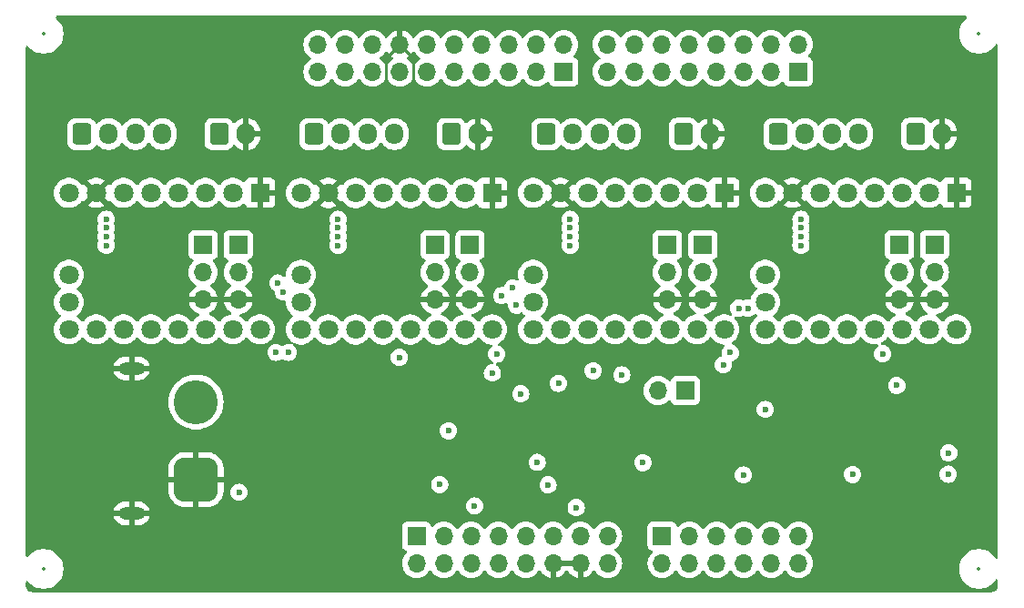
<source format=gbr>
%TF.GenerationSoftware,KiCad,Pcbnew,8.0.3*%
%TF.CreationDate,2024-07-06T17:26:18+02:00*%
%TF.ProjectId,StepperDriver-Shield_FRDM-MCXA153,53746570-7065-4724-9472-697665722d53,rev?*%
%TF.SameCoordinates,Original*%
%TF.FileFunction,Copper,L3,Inr*%
%TF.FilePolarity,Positive*%
%FSLAX46Y46*%
G04 Gerber Fmt 4.6, Leading zero omitted, Abs format (unit mm)*
G04 Created by KiCad (PCBNEW 8.0.3) date 2024-07-06 17:26:18*
%MOMM*%
%LPD*%
G01*
G04 APERTURE LIST*
G04 Aperture macros list*
%AMRoundRect*
0 Rectangle with rounded corners*
0 $1 Rounding radius*
0 $2 $3 $4 $5 $6 $7 $8 $9 X,Y pos of 4 corners*
0 Add a 4 corners polygon primitive as box body*
4,1,4,$2,$3,$4,$5,$6,$7,$8,$9,$2,$3,0*
0 Add four circle primitives for the rounded corners*
1,1,$1+$1,$2,$3*
1,1,$1+$1,$4,$5*
1,1,$1+$1,$6,$7*
1,1,$1+$1,$8,$9*
0 Add four rect primitives between the rounded corners*
20,1,$1+$1,$2,$3,$4,$5,0*
20,1,$1+$1,$4,$5,$6,$7,0*
20,1,$1+$1,$6,$7,$8,$9,0*
20,1,$1+$1,$8,$9,$2,$3,0*%
G04 Aperture macros list end*
%TA.AperFunction,ComponentPad*%
%ADD10R,1.800000X1.800000*%
%TD*%
%TA.AperFunction,ComponentPad*%
%ADD11C,1.800000*%
%TD*%
%TA.AperFunction,ComponentPad*%
%ADD12RoundRect,0.250000X-0.600000X-0.750000X0.600000X-0.750000X0.600000X0.750000X-0.600000X0.750000X0*%
%TD*%
%TA.AperFunction,ComponentPad*%
%ADD13O,1.700000X2.000000*%
%TD*%
%TA.AperFunction,ComponentPad*%
%ADD14RoundRect,0.250000X-0.600000X-0.725000X0.600000X-0.725000X0.600000X0.725000X-0.600000X0.725000X0*%
%TD*%
%TA.AperFunction,ComponentPad*%
%ADD15O,1.700000X1.950000*%
%TD*%
%TA.AperFunction,ComponentPad*%
%ADD16R,1.700000X1.700000*%
%TD*%
%TA.AperFunction,ComponentPad*%
%ADD17O,1.700000X1.700000*%
%TD*%
%TA.AperFunction,ComponentPad*%
%ADD18O,2.400000X1.200000*%
%TD*%
%TA.AperFunction,ComponentPad*%
%ADD19RoundRect,1.025000X1.025000X-1.025000X1.025000X1.025000X-1.025000X1.025000X-1.025000X-1.025000X0*%
%TD*%
%TA.AperFunction,ComponentPad*%
%ADD20C,4.100000*%
%TD*%
%TA.AperFunction,ViaPad*%
%ADD21C,0.600000*%
%TD*%
%TA.AperFunction,Conductor*%
%ADD22C,0.254000*%
%TD*%
%ADD23C,0.300000*%
%ADD24C,0.350000*%
%ADD25O,1.700000X0.600000*%
G04 APERTURE END LIST*
D10*
%TO.N,GND*%
%TO.C,TMC3*%
X129032000Y-85090000D03*
D11*
%TO.N,Vcc_Logic*%
X126492000Y-85090000D03*
%TO.N,/TMC_2209_wiring2/B2*%
X123952000Y-85090000D03*
%TO.N,/TMC_2209_wiring2/B1*%
X121412000Y-85090000D03*
%TO.N,/TMC_2209_wiring2/A1*%
X118872000Y-85090000D03*
%TO.N,/TMC_2209_wiring2/A2*%
X116332000Y-85090000D03*
%TO.N,GND*%
X113792000Y-85090000D03*
%TO.N,Vcc_Motor*%
X111252000Y-85090000D03*
%TO.N,/TMC_2209_wiring2/Motor_DIAG*%
X111252000Y-92710000D03*
%TO.N,/TMC_2209_wiring2/Motor_INDEX*%
X111252000Y-95250000D03*
%TO.N,/{slash}ENABLE*%
X111252000Y-97790000D03*
%TO.N,/TMC_2209_wiring2/MS1*%
X113792000Y-97790000D03*
%TO.N,/TMC_2209_wiring2/MS2*%
X116332000Y-97790000D03*
%TO.N,/P1-4{slash}UART2-RXD*%
X118872000Y-97790000D03*
%TO.N,unconnected-(TMC3-TX-Pad15)*%
X121412000Y-97790000D03*
%TO.N,/TMC_2209_wiring2/Motor_CLK_Extern*%
X123952000Y-97790000D03*
%TO.N,/P3-10{slash}PWM0-A2*%
X126492000Y-97790000D03*
%TO.N,/P3-14{slash}PWM0-X2*%
X129032000Y-97790000D03*
%TD*%
D12*
%TO.N,Net-(J16-Pin_1)*%
%TO.C,J16*%
X125242000Y-79610400D03*
D13*
%TO.N,GND*%
X127742000Y-79610400D03*
%TD*%
D14*
%TO.N,/TMC_2209_wiring1/A2*%
%TO.C,J13*%
X134039600Y-79610400D03*
D15*
%TO.N,/TMC_2209_wiring1/A1*%
X136539600Y-79610400D03*
%TO.N,/TMC_2209_wiring1/B1*%
X139039600Y-79610400D03*
%TO.N,/TMC_2209_wiring1/B2*%
X141539600Y-79610400D03*
%TD*%
D10*
%TO.N,GND*%
%TO.C,TMC1*%
X172212000Y-85080000D03*
D11*
%TO.N,Vcc_Logic*%
X169672000Y-85080000D03*
%TO.N,/TMC_2209_wiring/B2*%
X167132000Y-85080000D03*
%TO.N,/TMC_2209_wiring/B1*%
X164592000Y-85080000D03*
%TO.N,/TMC_2209_wiring/A1*%
X162052000Y-85080000D03*
%TO.N,/TMC_2209_wiring/A2*%
X159512000Y-85080000D03*
%TO.N,GND*%
X156972000Y-85080000D03*
%TO.N,Vcc_Motor*%
X154432000Y-85080000D03*
%TO.N,/TMC_2209_wiring/Motor_DIAG*%
X154432000Y-92700000D03*
%TO.N,/TMC_2209_wiring/Motor_INDEX*%
X154432000Y-95240000D03*
%TO.N,/{slash}ENABLE*%
X154432000Y-97780000D03*
%TO.N,/TMC_2209_wiring/MS1*%
X156972000Y-97780000D03*
%TO.N,/TMC_2209_wiring/MS2*%
X159512000Y-97780000D03*
%TO.N,/P1-4{slash}UART2-RXD*%
X162052000Y-97780000D03*
%TO.N,unconnected-(TMC1-TX-Pad15)*%
X164592000Y-97780000D03*
%TO.N,/TMC_2209_wiring/Motor_CLK_Extern*%
X167132000Y-97780000D03*
%TO.N,/P3-6{slash}PWM0-A0*%
X169672000Y-97780000D03*
%TO.N,/P3-1{slash}GPIO*%
X172212000Y-97780000D03*
%TD*%
D16*
%TO.N,Vcc_Logic*%
%TO.C,J7*%
X166928800Y-89931000D03*
D17*
%TO.N,/TMC_2209_wiring/MS1*%
X166928800Y-92471000D03*
%TO.N,GND*%
X166928800Y-95011000D03*
%TD*%
D18*
%TO.N,GND*%
%TO.C,J1*%
X95498400Y-114896400D03*
D19*
X101498400Y-111746400D03*
D18*
X95498400Y-101396400D03*
D20*
%TO.N,Vcc_Motor*%
X101498400Y-104546400D03*
%TD*%
D12*
%TO.N,Net-(J12-Pin_1)*%
%TO.C,J12*%
X146832000Y-79602000D03*
D13*
%TO.N,GND*%
X149332000Y-79602000D03*
%TD*%
D10*
%TO.N,GND*%
%TO.C,TMC2*%
X150622000Y-85080000D03*
D11*
%TO.N,Vcc_Logic*%
X148082000Y-85080000D03*
%TO.N,/TMC_2209_wiring1/B2*%
X145542000Y-85080000D03*
%TO.N,/TMC_2209_wiring1/B1*%
X143002000Y-85080000D03*
%TO.N,/TMC_2209_wiring1/A1*%
X140462000Y-85080000D03*
%TO.N,/TMC_2209_wiring1/A2*%
X137922000Y-85080000D03*
%TO.N,GND*%
X135382000Y-85080000D03*
%TO.N,Vcc_Motor*%
X132842000Y-85080000D03*
%TO.N,/TMC_2209_wiring1/Motor_DIAG*%
X132842000Y-92700000D03*
%TO.N,/TMC_2209_wiring1/Motor_INDEX*%
X132842000Y-95240000D03*
%TO.N,/{slash}ENABLE*%
X132842000Y-97780000D03*
%TO.N,/TMC_2209_wiring1/MS1*%
X135382000Y-97780000D03*
%TO.N,/TMC_2209_wiring1/MS2*%
X137922000Y-97780000D03*
%TO.N,/P1-4{slash}UART2-RXD*%
X140462000Y-97780000D03*
%TO.N,unconnected-(TMC2-TX-Pad15)*%
X143002000Y-97780000D03*
%TO.N,/TMC_2209_wiring1/Motor_CLK_Extern*%
X145542000Y-97780000D03*
%TO.N,/P3-8{slash}PWM0-A1*%
X148082000Y-97780000D03*
%TO.N,/P2-3{slash}ADC0-A2*%
X150622000Y-97780000D03*
%TD*%
D16*
%TO.N,Vcc_Logic*%
%TO.C,J6*%
X170180000Y-89931000D03*
D17*
%TO.N,/TMC_2209_wiring/MS2*%
X170180000Y-92471000D03*
%TO.N,GND*%
X170180000Y-95011000D03*
%TD*%
D14*
%TO.N,/TMC_2209_wiring2/A2*%
%TO.C,J17*%
X112455000Y-79610400D03*
D15*
%TO.N,/TMC_2209_wiring2/A1*%
X114955000Y-79610400D03*
%TO.N,/TMC_2209_wiring2/B1*%
X117455000Y-79610400D03*
%TO.N,/TMC_2209_wiring2/B2*%
X119955000Y-79610400D03*
%TD*%
D14*
%TO.N,/TMC_2209_wiring/A2*%
%TO.C,J9*%
X155635000Y-79602000D03*
D15*
%TO.N,/TMC_2209_wiring/A1*%
X158135000Y-79602000D03*
%TO.N,/TMC_2209_wiring/B1*%
X160635000Y-79602000D03*
%TO.N,/TMC_2209_wiring/B2*%
X163135000Y-79602000D03*
%TD*%
D16*
%TO.N,Vcc_Logic*%
%TO.C,J10*%
X148640800Y-89931000D03*
D17*
%TO.N,/TMC_2209_wiring1/MS2*%
X148640800Y-92471000D03*
%TO.N,GND*%
X148640800Y-95011000D03*
%TD*%
D12*
%TO.N,Net-(J20-Pin_1)*%
%TO.C,J20*%
X103632000Y-79610400D03*
D13*
%TO.N,GND*%
X106132000Y-79610400D03*
%TD*%
D16*
%TO.N,Vcc_Logic*%
%TO.C,J14*%
X126979200Y-89931000D03*
D17*
%TO.N,/TMC_2209_wiring2/MS2*%
X126979200Y-92471000D03*
%TO.N,GND*%
X126979200Y-95011000D03*
%TD*%
D16*
%TO.N,Vcc_Logic*%
%TO.C,J11*%
X145338800Y-89931000D03*
D17*
%TO.N,/TMC_2209_wiring1/MS1*%
X145338800Y-92471000D03*
%TO.N,GND*%
X145338800Y-95011000D03*
%TD*%
D14*
%TO.N,/TMC_2209_wiring3/A2*%
%TO.C,J21*%
X90865000Y-79610400D03*
D15*
%TO.N,/TMC_2209_wiring3/A1*%
X93365000Y-79610400D03*
%TO.N,/TMC_2209_wiring3/B1*%
X95865000Y-79610400D03*
%TO.N,/TMC_2209_wiring3/B2*%
X98365000Y-79610400D03*
%TD*%
D16*
%TO.N,5v-9v*%
%TO.C,J22*%
X146994800Y-103479600D03*
D17*
%TO.N,Vcc_Motor*%
X144454800Y-103479600D03*
%TD*%
D16*
%TO.N,Vcc_Logic*%
%TO.C,J18*%
X105410000Y-89931000D03*
D17*
%TO.N,/TMC_2209_wiring3/MS2*%
X105410000Y-92471000D03*
%TO.N,GND*%
X105410000Y-95011000D03*
%TD*%
D10*
%TO.N,GND*%
%TO.C,TMC4*%
X107442000Y-85085000D03*
D11*
%TO.N,Vcc_Logic*%
X104902000Y-85085000D03*
%TO.N,/TMC_2209_wiring3/B2*%
X102362000Y-85085000D03*
%TO.N,/TMC_2209_wiring3/B1*%
X99822000Y-85085000D03*
%TO.N,/TMC_2209_wiring3/A1*%
X97282000Y-85085000D03*
%TO.N,/TMC_2209_wiring3/A2*%
X94742000Y-85085000D03*
%TO.N,GND*%
X92202000Y-85085000D03*
%TO.N,Vcc_Motor*%
X89662000Y-85085000D03*
%TO.N,/TMC_2209_wiring3/Motor_DIAG*%
X89662000Y-92705000D03*
%TO.N,/TMC_2209_wiring3/Motor_INDEX*%
X89662000Y-95245000D03*
%TO.N,/{slash}ENABLE*%
X89662000Y-97785000D03*
%TO.N,/TMC_2209_wiring3/MS1*%
X92202000Y-97785000D03*
%TO.N,/TMC_2209_wiring3/MS2*%
X94742000Y-97785000D03*
%TO.N,/P1-4{slash}UART2-RXD*%
X97282000Y-97785000D03*
%TO.N,unconnected-(TMC4-TX-Pad15)*%
X99822000Y-97785000D03*
%TO.N,/TMC_2209_wiring3/Motor_CLK_Extern*%
X102362000Y-97785000D03*
%TO.N,/P2-4{slash}GPIO*%
X104902000Y-97785000D03*
%TO.N,/P3-15{slash}GPIO*%
X107442000Y-97785000D03*
%TD*%
D12*
%TO.N,Net-(J8-Pin_1)*%
%TO.C,J8*%
X168422000Y-79602000D03*
D13*
%TO.N,GND*%
X170922000Y-79602000D03*
%TD*%
D16*
%TO.N,Vcc_Logic*%
%TO.C,J15*%
X123728000Y-89931000D03*
D17*
%TO.N,/TMC_2209_wiring2/MS1*%
X123728000Y-92471000D03*
%TO.N,GND*%
X123728000Y-95011000D03*
%TD*%
D16*
%TO.N,Vcc_Logic*%
%TO.C,J19*%
X102158800Y-89931000D03*
D17*
%TO.N,/TMC_2209_wiring3/MS1*%
X102158800Y-92471000D03*
%TO.N,GND*%
X102158800Y-95011000D03*
%TD*%
D16*
%TO.N,unconnected-(J2-Pin_1-Pad1)*%
%TO.C,J2*%
X144843222Y-117005168D03*
D17*
%TO.N,/P1-10{slash}ADC0-A8*%
X144843222Y-119545168D03*
%TO.N,unconnected-(J2-Pin_3-Pad3)*%
X147383222Y-117005168D03*
%TO.N,/P1-12{slash}ADC0-A10*%
X147383222Y-119545168D03*
%TO.N,unconnected-(J2-Pin_5-Pad5)*%
X149923222Y-117005168D03*
%TO.N,/P1-13{slash}ADC0-A11*%
X149923222Y-119545168D03*
%TO.N,unconnected-(J2-Pin_7-Pad7)*%
X152463222Y-117005168D03*
%TO.N,/P2-0{slash}ADC0-A0*%
X152463222Y-119545168D03*
%TO.N,/P1-11{slash}GPIO*%
X155003222Y-117005168D03*
%TO.N,/P3-31{slash}ADC0-A12*%
X155003222Y-119545168D03*
%TO.N,/P3-29{slash}GPIO*%
X157543222Y-117005168D03*
%TO.N,/P3-30{slash}ADC0-A13*%
X157543222Y-119545168D03*
%TD*%
D16*
%TO.N,/P1-4{slash}ADC0-A20*%
%TO.C,J5*%
X135693222Y-73835168D03*
D17*
%TO.N,/P3-15{slash}GPIO*%
X135693222Y-71295168D03*
%TO.N,/P1-5{slash}ADC0-A21*%
X133153222Y-73835168D03*
%TO.N,/P3-14{slash}PWM0-X2*%
X133153222Y-71295168D03*
%TO.N,/P2-3{slash}ADC0-A2*%
X130613222Y-73835168D03*
%TO.N,/P2-6{slash}CSI1*%
X130613222Y-71295168D03*
%TO.N,/P2-1{slash}ADC0-A1*%
X128073222Y-73835168D03*
%TO.N,/P2-13{slash}SDO1*%
X128073222Y-71295168D03*
%TO.N,/P2-2{slash}ADC0-A4*%
X125533222Y-73835168D03*
%TO.N,/P2-16{slash}SDI1*%
X125533222Y-71295168D03*
%TO.N,unconnected-(J5-Pin_11-Pad11)*%
X122993222Y-73835168D03*
%TO.N,/P2-12{slash}SCK1*%
X122993222Y-71295168D03*
%TO.N,unconnected-(J5-Pin_13-Pad13)*%
X120453222Y-73835168D03*
%TO.N,GND*%
X120453222Y-71295168D03*
%TO.N,unconnected-(J5-Pin_15-Pad15)*%
X117913222Y-73835168D03*
%TO.N,VDDA_MCU*%
X117913222Y-71295168D03*
%TO.N,unconnected-(J5-Pin_17-Pad17)*%
X115373222Y-73835168D03*
%TO.N,/P1-8{slash}SDA0*%
X115373222Y-71295168D03*
%TO.N,unconnected-(J5-Pin_19-Pad19)*%
X112833222Y-73835168D03*
%TO.N,/P1-9{slash}SCL0*%
X112833222Y-71295168D03*
%TD*%
D16*
%TO.N,/P1-7{slash}GPIO*%
%TO.C,J4*%
X157517222Y-73810168D03*
D17*
%TO.N,/P1-4{slash}UART2-RXD*%
X157517222Y-71270168D03*
%TO.N,/P1-6{slash}TRIG2*%
X154977222Y-73810168D03*
%TO.N,/P1-5{slash}UART2-TXD*%
X154977222Y-71270168D03*
%TO.N,unconnected-(J4-Pin_5-Pad5)*%
X152437222Y-73810168D03*
%TO.N,/P2-4{slash}GPIO*%
X152437222Y-71270168D03*
%TO.N,unconnected-(J4-Pin_7-Pad7)*%
X149897222Y-73810168D03*
%TO.N,/P3-0{slash}PWM0-A0*%
X149897222Y-71270168D03*
%TO.N,unconnected-(J4-Pin_9-Pad9)*%
X147357222Y-73810168D03*
%TO.N,/P2-5{slash}GPIO*%
X147357222Y-71270168D03*
%TO.N,unconnected-(J4-Pin_11-Pad11)*%
X144817222Y-73810168D03*
%TO.N,/P3-12{slash}PWM0-X2*%
X144817222Y-71270168D03*
%TO.N,unconnected-(J4-Pin_13-Pad13)*%
X142277222Y-73810168D03*
%TO.N,/P3-13{slash}PWM0-X1*%
X142277222Y-71270168D03*
%TO.N,unconnected-(J4-Pin_15-Pad15)*%
X139737222Y-73810168D03*
%TO.N,/P3-1{slash}GPIO*%
X139737222Y-71270168D03*
%TD*%
D16*
%TO.N,/P2-7{slash}TRIG10*%
%TO.C,J3*%
X121997222Y-117005168D03*
D17*
%TO.N,unconnected-(J3-Pin_2-Pad2)*%
X121997222Y-119545168D03*
%TO.N,/P3-31{slash}TRIG5*%
X124537222Y-117005168D03*
%TO.N,VDD-BOARD*%
X124537222Y-119545168D03*
%TO.N,/P3-11{slash}PWM0-B2*%
X127077222Y-117005168D03*
%TO.N,/MCU-RESETn*%
X127077222Y-119545168D03*
%TO.N,/P3-10{slash}PWM0-A2*%
X129617222Y-117005168D03*
%TO.N,Vcc_Logic*%
X129617222Y-119545168D03*
%TO.N,/P3-9{slash}PWM0-B1*%
X132157222Y-117005168D03*
%TO.N,SYS-5V*%
X132157222Y-119545168D03*
%TO.N,/P3-8{slash}PWM0-A1*%
X134697222Y-117005168D03*
%TO.N,GND*%
X134697222Y-119545168D03*
%TO.N,/P3-7{slash}PWM0-B0*%
X137237222Y-117005168D03*
%TO.N,GND*%
X137237222Y-119545168D03*
%TO.N,/P3-6{slash}PWM0-A0*%
X139777222Y-117005168D03*
%TO.N,5v-9v*%
X139777222Y-119545168D03*
%TD*%
D21*
%TO.N,/P3-30{slash}ADC0-A13*%
X166674800Y-102997000D03*
%TO.N,/P1-13{slash}ADC0-A11*%
X171500800Y-109270800D03*
%TO.N,GND*%
X115011200Y-93497400D03*
X136626600Y-94843600D03*
X146151600Y-108813600D03*
X158216600Y-94767400D03*
X164795200Y-108483400D03*
X150774400Y-112750600D03*
X125603000Y-114223800D03*
X154762200Y-110007400D03*
X136601200Y-93472000D03*
X142113000Y-120040400D03*
X114960400Y-94742000D03*
X124917200Y-103124000D03*
X93446600Y-94869000D03*
X136601200Y-101269800D03*
X118160800Y-108077000D03*
X150723600Y-109270800D03*
X158216600Y-93472000D03*
X131546600Y-113461800D03*
X169291000Y-108762800D03*
X93446602Y-93522800D03*
%TO.N,/P2-16{slash}SDI1*%
X130931439Y-93935348D03*
X133226750Y-110147700D03*
X131698797Y-103776420D03*
%TO.N,/P2-13{slash}SDO1*%
X151968200Y-95808800D03*
X143059847Y-110175793D03*
X151180800Y-99949000D03*
%TO.N,/P2-6{slash}CSI1*%
X131300832Y-95530842D03*
%TO.N,/P2-12{slash}SCK1*%
X129463800Y-100076000D03*
X124968000Y-107213400D03*
X129922635Y-94645035D03*
%TO.N,Vcc_Logic*%
X162560000Y-111277400D03*
X105486200Y-112928400D03*
X171450000Y-111252000D03*
X154432000Y-105232200D03*
X152400002Y-111328198D03*
X136855200Y-114350800D03*
X138430000Y-101625400D03*
X120396000Y-100380800D03*
X135204200Y-102793800D03*
X127406406Y-114198400D03*
X129057400Y-101828600D03*
X165354000Y-100050600D03*
%TO.N,Vcc_Motor*%
X114706400Y-87528400D03*
X157759400Y-89154000D03*
X114706400Y-88341200D03*
X114706400Y-89154000D03*
X136296400Y-87528400D03*
X93141800Y-89154000D03*
X157759400Y-87528400D03*
X136296400Y-88341200D03*
X136296400Y-89154000D03*
X93141800Y-88341200D03*
X114706400Y-89966800D03*
X93141800Y-87528400D03*
X136296400Y-89966800D03*
X157759400Y-88341200D03*
X157759400Y-89966800D03*
X93141800Y-89966800D03*
%TO.N,Net-(J16-Pin_1)*%
X134239000Y-112242600D03*
X109601000Y-94310200D03*
X110083600Y-99923600D03*
%TO.N,Net-(J20-Pin_1)*%
X108940604Y-99923600D03*
X109109600Y-93471992D03*
X124155200Y-112217200D03*
%TO.N,Net-(J8-Pin_1)*%
X152818198Y-95811398D03*
X141097000Y-102006400D03*
X150545800Y-101066600D03*
%TD*%
D22*
%TO.N,GND*%
X119151400Y-72596990D02*
X119151400Y-75184000D01*
X120453222Y-71295168D02*
X119151400Y-72596990D01*
X121716800Y-75514200D02*
X121691400Y-75488800D01*
X121630222Y-72481222D02*
X121630222Y-72472168D01*
X121691400Y-72542400D02*
X121630222Y-72481222D01*
X121691400Y-75488800D02*
X121691400Y-72542400D01*
X121630222Y-72472168D02*
X120453222Y-71295168D01*
%TD*%
%TA.AperFunction,Conductor*%
%TO.N,GND*%
G36*
X136771297Y-119352175D02*
G01*
X136737222Y-119479342D01*
X136737222Y-119610994D01*
X136771297Y-119738161D01*
X136804210Y-119795168D01*
X135130234Y-119795168D01*
X135163147Y-119738161D01*
X135197222Y-119610994D01*
X135197222Y-119479342D01*
X135163147Y-119352175D01*
X135130234Y-119295168D01*
X136804210Y-119295168D01*
X136771297Y-119352175D01*
G37*
%TD.AperFunction*%
%TA.AperFunction,Conductor*%
G36*
X119268382Y-71961278D02*
G01*
X119285101Y-71980573D01*
X119415112Y-72166246D01*
X119582139Y-72333273D01*
X119767817Y-72463287D01*
X119811441Y-72517864D01*
X119818634Y-72587363D01*
X119787112Y-72649717D01*
X119767817Y-72666437D01*
X119581816Y-72796676D01*
X119414727Y-72963765D01*
X119284797Y-73149326D01*
X119230220Y-73192951D01*
X119160722Y-73200145D01*
X119098367Y-73168622D01*
X119081647Y-73149326D01*
X118951716Y-72963765D01*
X118784624Y-72796674D01*
X118784618Y-72796669D01*
X118599064Y-72666743D01*
X118555439Y-72612166D01*
X118548245Y-72542668D01*
X118579768Y-72480313D01*
X118599064Y-72463593D01*
X118711276Y-72385021D01*
X118784623Y-72333663D01*
X118951717Y-72166569D01*
X119081952Y-71980573D01*
X119136529Y-71936949D01*
X119206027Y-71929755D01*
X119268382Y-71961278D01*
G37*
%TD.AperFunction*%
%TA.AperFunction,Conductor*%
G36*
X121807771Y-71961278D02*
G01*
X121824491Y-71980573D01*
X121954727Y-72166569D01*
X121954728Y-72166570D01*
X122121819Y-72333661D01*
X122121825Y-72333666D01*
X122307380Y-72463593D01*
X122351005Y-72518170D01*
X122358199Y-72587668D01*
X122326676Y-72650023D01*
X122307380Y-72666743D01*
X122121819Y-72796673D01*
X121954727Y-72963765D01*
X121824797Y-73149326D01*
X121770220Y-73192951D01*
X121700722Y-73200145D01*
X121638367Y-73168622D01*
X121621647Y-73149326D01*
X121491716Y-72963765D01*
X121324624Y-72796674D01*
X121324623Y-72796673D01*
X121138627Y-72666437D01*
X121095003Y-72611860D01*
X121087810Y-72542361D01*
X121119332Y-72480007D01*
X121138627Y-72463287D01*
X121324304Y-72333273D01*
X121491327Y-72166250D01*
X121621341Y-71980573D01*
X121675918Y-71936949D01*
X121745417Y-71929756D01*
X121807771Y-71961278D01*
G37*
%TD.AperFunction*%
%TA.AperFunction,Conductor*%
G36*
X173129588Y-68635353D02*
G01*
X173175343Y-68688157D01*
X173185287Y-68757315D01*
X173156262Y-68820871D01*
X173138035Y-68838044D01*
X173083485Y-68879901D01*
X173083478Y-68879907D01*
X172911961Y-69051424D01*
X172911955Y-69051431D01*
X172764289Y-69243874D01*
X172764286Y-69243878D01*
X172764286Y-69243879D01*
X172756080Y-69258093D01*
X172642999Y-69453953D01*
X172642995Y-69453962D01*
X172550169Y-69678063D01*
X172487383Y-69912382D01*
X172455722Y-70152879D01*
X172455722Y-70395456D01*
X172487383Y-70635953D01*
X172550169Y-70870272D01*
X172642995Y-71094373D01*
X172642998Y-71094380D01*
X172764286Y-71304457D01*
X172764288Y-71304460D01*
X172764289Y-71304461D01*
X172911955Y-71496904D01*
X172911961Y-71496911D01*
X173083478Y-71668428D01*
X173083485Y-71668434D01*
X173168714Y-71733832D01*
X173275933Y-71816104D01*
X173486010Y-71937392D01*
X173710122Y-72030222D01*
X173944433Y-72093006D01*
X174124808Y-72116752D01*
X174184933Y-72124668D01*
X174184934Y-72124668D01*
X174427511Y-72124668D01*
X174475610Y-72118335D01*
X174668011Y-72093006D01*
X174902322Y-72030222D01*
X175126434Y-71937392D01*
X175336511Y-71816104D01*
X175528960Y-71668433D01*
X175700487Y-71496906D01*
X175848158Y-71304457D01*
X175860337Y-71283361D01*
X175910900Y-71235149D01*
X175979507Y-71221925D01*
X176044372Y-71247892D01*
X176084902Y-71304806D01*
X176091722Y-71345364D01*
X176091722Y-118986971D01*
X176072037Y-119054010D01*
X176019233Y-119099765D01*
X175950075Y-119109709D01*
X175886519Y-119080684D01*
X175860335Y-119048971D01*
X175848158Y-119027879D01*
X175777150Y-118935339D01*
X175700488Y-118835431D01*
X175700482Y-118835424D01*
X175528965Y-118663907D01*
X175528958Y-118663901D01*
X175336515Y-118516235D01*
X175336514Y-118516234D01*
X175336511Y-118516232D01*
X175126434Y-118394944D01*
X175114134Y-118389849D01*
X174902326Y-118302115D01*
X174718923Y-118252972D01*
X174668011Y-118239330D01*
X174668010Y-118239329D01*
X174668007Y-118239329D01*
X174427511Y-118207668D01*
X174427510Y-118207668D01*
X174184934Y-118207668D01*
X174184933Y-118207668D01*
X173944436Y-118239329D01*
X173710117Y-118302115D01*
X173486016Y-118394941D01*
X173486007Y-118394945D01*
X173275928Y-118516235D01*
X173083485Y-118663901D01*
X173083478Y-118663907D01*
X172911961Y-118835424D01*
X172911955Y-118835431D01*
X172764289Y-119027874D01*
X172642999Y-119237953D01*
X172642995Y-119237962D01*
X172550169Y-119462063D01*
X172487383Y-119696382D01*
X172455722Y-119936879D01*
X172455722Y-120179456D01*
X172487383Y-120419953D01*
X172550169Y-120654272D01*
X172642995Y-120878373D01*
X172642999Y-120878382D01*
X172644067Y-120880231D01*
X172764286Y-121088457D01*
X172764288Y-121088460D01*
X172764289Y-121088461D01*
X172911955Y-121280904D01*
X172911961Y-121280911D01*
X173083478Y-121452428D01*
X173083485Y-121452434D01*
X173166694Y-121516282D01*
X173275933Y-121600104D01*
X173486010Y-121721392D01*
X173710122Y-121814222D01*
X173944433Y-121877006D01*
X174124808Y-121900752D01*
X174184933Y-121908668D01*
X174184934Y-121908668D01*
X174427511Y-121908668D01*
X174475610Y-121902335D01*
X174668011Y-121877006D01*
X174902322Y-121814222D01*
X175126434Y-121721392D01*
X175336511Y-121600104D01*
X175528960Y-121452433D01*
X175700487Y-121280906D01*
X175848158Y-121088457D01*
X175860337Y-121067361D01*
X175910900Y-121019149D01*
X175979507Y-121005925D01*
X176044372Y-121031892D01*
X176084902Y-121088806D01*
X176091722Y-121129364D01*
X176091722Y-121508672D01*
X176091720Y-121508706D01*
X176091721Y-121575216D01*
X176090942Y-121589099D01*
X176077179Y-121711274D01*
X176071001Y-121738344D01*
X176032712Y-121847777D01*
X176020665Y-121872795D01*
X175958987Y-121970962D01*
X175941674Y-121992672D01*
X175859696Y-122074654D01*
X175837987Y-122091967D01*
X175739822Y-122153651D01*
X175714805Y-122165700D01*
X175605371Y-122203995D01*
X175578301Y-122210174D01*
X175476262Y-122221673D01*
X175456611Y-122223888D01*
X175442727Y-122224668D01*
X86368714Y-122224668D01*
X86368698Y-122224667D01*
X86302177Y-122224667D01*
X86288296Y-122223888D01*
X86166129Y-122210126D01*
X86139056Y-122203947D01*
X86029634Y-122165659D01*
X86004616Y-122153611D01*
X85906457Y-122091934D01*
X85884747Y-122074621D01*
X85802772Y-121992645D01*
X85785460Y-121970935D01*
X85723785Y-121872778D01*
X85711737Y-121847759D01*
X85673452Y-121738339D01*
X85667273Y-121711268D01*
X85665970Y-121699701D01*
X85653500Y-121589004D01*
X85652722Y-121575128D01*
X85652724Y-121516290D01*
X85652722Y-121516285D01*
X85652723Y-121508706D01*
X85652722Y-121508672D01*
X85652722Y-121301840D01*
X85672407Y-121234801D01*
X85725211Y-121189046D01*
X85794369Y-121179102D01*
X85857925Y-121208127D01*
X85875097Y-121226353D01*
X85884431Y-121238518D01*
X85916955Y-121280904D01*
X85916961Y-121280911D01*
X86088478Y-121452428D01*
X86088485Y-121452434D01*
X86171694Y-121516282D01*
X86280933Y-121600104D01*
X86491010Y-121721392D01*
X86715122Y-121814222D01*
X86949433Y-121877006D01*
X87129808Y-121900752D01*
X87189933Y-121908668D01*
X87189934Y-121908668D01*
X87432511Y-121908668D01*
X87480610Y-121902335D01*
X87673011Y-121877006D01*
X87907322Y-121814222D01*
X88131434Y-121721392D01*
X88341511Y-121600104D01*
X88533960Y-121452433D01*
X88705487Y-121280906D01*
X88853158Y-121088457D01*
X88974446Y-120878380D01*
X89067276Y-120654268D01*
X89130060Y-120419957D01*
X89161722Y-120179456D01*
X89161722Y-119936880D01*
X89130060Y-119696379D01*
X89089543Y-119545167D01*
X120641563Y-119545167D01*
X120641563Y-119545168D01*
X120662158Y-119780571D01*
X120662160Y-119780581D01*
X120723316Y-120008823D01*
X120723318Y-120008827D01*
X120723319Y-120008831D01*
X120803023Y-120179756D01*
X120823187Y-120222998D01*
X120823189Y-120223002D01*
X120931503Y-120377689D01*
X120958727Y-120416569D01*
X121125821Y-120583663D01*
X121222606Y-120651433D01*
X121319387Y-120719200D01*
X121319389Y-120719201D01*
X121319392Y-120719203D01*
X121533559Y-120819071D01*
X121761814Y-120880231D01*
X121950140Y-120896707D01*
X121997221Y-120900827D01*
X121997222Y-120900827D01*
X121997223Y-120900827D01*
X122036456Y-120897394D01*
X122232630Y-120880231D01*
X122460885Y-120819071D01*
X122675052Y-120719203D01*
X122868623Y-120583663D01*
X123035717Y-120416569D01*
X123165647Y-120231010D01*
X123220224Y-120187385D01*
X123289722Y-120180191D01*
X123352077Y-120211714D01*
X123368797Y-120231010D01*
X123498722Y-120416563D01*
X123498727Y-120416569D01*
X123665821Y-120583663D01*
X123762606Y-120651433D01*
X123859387Y-120719200D01*
X123859389Y-120719201D01*
X123859392Y-120719203D01*
X124073559Y-120819071D01*
X124301814Y-120880231D01*
X124490140Y-120896707D01*
X124537221Y-120900827D01*
X124537222Y-120900827D01*
X124537223Y-120900827D01*
X124576456Y-120897394D01*
X124772630Y-120880231D01*
X125000885Y-120819071D01*
X125215052Y-120719203D01*
X125408623Y-120583663D01*
X125575717Y-120416569D01*
X125705647Y-120231010D01*
X125760224Y-120187385D01*
X125829722Y-120180191D01*
X125892077Y-120211714D01*
X125908797Y-120231010D01*
X126038722Y-120416563D01*
X126038727Y-120416569D01*
X126205821Y-120583663D01*
X126302606Y-120651433D01*
X126399387Y-120719200D01*
X126399389Y-120719201D01*
X126399392Y-120719203D01*
X126613559Y-120819071D01*
X126841814Y-120880231D01*
X127030140Y-120896707D01*
X127077221Y-120900827D01*
X127077222Y-120900827D01*
X127077223Y-120900827D01*
X127116456Y-120897394D01*
X127312630Y-120880231D01*
X127540885Y-120819071D01*
X127755052Y-120719203D01*
X127948623Y-120583663D01*
X128115717Y-120416569D01*
X128245647Y-120231010D01*
X128300224Y-120187385D01*
X128369722Y-120180191D01*
X128432077Y-120211714D01*
X128448797Y-120231010D01*
X128578722Y-120416563D01*
X128578727Y-120416569D01*
X128745821Y-120583663D01*
X128842606Y-120651433D01*
X128939387Y-120719200D01*
X128939389Y-120719201D01*
X128939392Y-120719203D01*
X129153559Y-120819071D01*
X129381814Y-120880231D01*
X129570140Y-120896707D01*
X129617221Y-120900827D01*
X129617222Y-120900827D01*
X129617223Y-120900827D01*
X129656456Y-120897394D01*
X129852630Y-120880231D01*
X130080885Y-120819071D01*
X130295052Y-120719203D01*
X130488623Y-120583663D01*
X130655717Y-120416569D01*
X130785647Y-120231010D01*
X130840224Y-120187385D01*
X130909722Y-120180191D01*
X130972077Y-120211714D01*
X130988797Y-120231010D01*
X131118722Y-120416563D01*
X131118727Y-120416569D01*
X131285821Y-120583663D01*
X131382606Y-120651433D01*
X131479387Y-120719200D01*
X131479389Y-120719201D01*
X131479392Y-120719203D01*
X131693559Y-120819071D01*
X131921814Y-120880231D01*
X132110140Y-120896707D01*
X132157221Y-120900827D01*
X132157222Y-120900827D01*
X132157223Y-120900827D01*
X132196456Y-120897394D01*
X132392630Y-120880231D01*
X132620885Y-120819071D01*
X132835052Y-120719203D01*
X133028623Y-120583663D01*
X133195717Y-120416569D01*
X133325952Y-120230573D01*
X133380529Y-120186949D01*
X133450027Y-120179755D01*
X133512382Y-120211278D01*
X133529101Y-120230573D01*
X133659112Y-120416246D01*
X133826139Y-120583273D01*
X134019643Y-120718768D01*
X134233729Y-120818597D01*
X134233738Y-120818601D01*
X134447222Y-120875802D01*
X134447222Y-119978180D01*
X134504229Y-120011093D01*
X134631396Y-120045168D01*
X134763048Y-120045168D01*
X134890215Y-120011093D01*
X134947222Y-119978180D01*
X134947222Y-120875801D01*
X135160705Y-120818601D01*
X135160714Y-120818597D01*
X135374800Y-120718768D01*
X135568304Y-120583273D01*
X135735327Y-120416250D01*
X135865647Y-120230136D01*
X135920224Y-120186512D01*
X135989723Y-120179319D01*
X136052077Y-120210841D01*
X136068797Y-120230136D01*
X136199116Y-120416250D01*
X136366139Y-120583273D01*
X136559643Y-120718768D01*
X136773729Y-120818597D01*
X136773738Y-120818601D01*
X136987222Y-120875802D01*
X136987222Y-119978180D01*
X137044229Y-120011093D01*
X137171396Y-120045168D01*
X137303048Y-120045168D01*
X137430215Y-120011093D01*
X137487222Y-119978180D01*
X137487222Y-120875802D01*
X137700705Y-120818601D01*
X137700714Y-120818597D01*
X137914800Y-120718768D01*
X138108304Y-120583273D01*
X138275327Y-120416250D01*
X138405341Y-120230573D01*
X138459918Y-120186949D01*
X138529417Y-120179756D01*
X138591771Y-120211278D01*
X138608491Y-120230573D01*
X138738727Y-120416569D01*
X138905821Y-120583663D01*
X139002606Y-120651433D01*
X139099387Y-120719200D01*
X139099389Y-120719201D01*
X139099392Y-120719203D01*
X139313559Y-120819071D01*
X139541814Y-120880231D01*
X139730140Y-120896707D01*
X139777221Y-120900827D01*
X139777222Y-120900827D01*
X139777223Y-120900827D01*
X139816456Y-120897394D01*
X140012630Y-120880231D01*
X140240885Y-120819071D01*
X140455052Y-120719203D01*
X140648623Y-120583663D01*
X140815717Y-120416569D01*
X140951257Y-120222998D01*
X141051125Y-120008831D01*
X141112285Y-119780576D01*
X141132881Y-119545168D01*
X141132881Y-119545167D01*
X143487563Y-119545167D01*
X143487563Y-119545168D01*
X143508158Y-119780571D01*
X143508160Y-119780581D01*
X143569316Y-120008823D01*
X143569318Y-120008827D01*
X143569319Y-120008831D01*
X143649023Y-120179756D01*
X143669187Y-120222998D01*
X143669189Y-120223002D01*
X143777503Y-120377689D01*
X143804727Y-120416569D01*
X143971821Y-120583663D01*
X144068606Y-120651433D01*
X144165387Y-120719200D01*
X144165389Y-120719201D01*
X144165392Y-120719203D01*
X144379559Y-120819071D01*
X144607814Y-120880231D01*
X144796140Y-120896707D01*
X144843221Y-120900827D01*
X144843222Y-120900827D01*
X144843223Y-120900827D01*
X144882456Y-120897394D01*
X145078630Y-120880231D01*
X145306885Y-120819071D01*
X145521052Y-120719203D01*
X145714623Y-120583663D01*
X145881717Y-120416569D01*
X146011647Y-120231010D01*
X146066224Y-120187385D01*
X146135722Y-120180191D01*
X146198077Y-120211714D01*
X146214797Y-120231010D01*
X146344722Y-120416563D01*
X146344727Y-120416569D01*
X146511821Y-120583663D01*
X146608606Y-120651433D01*
X146705387Y-120719200D01*
X146705389Y-120719201D01*
X146705392Y-120719203D01*
X146919559Y-120819071D01*
X147147814Y-120880231D01*
X147336140Y-120896707D01*
X147383221Y-120900827D01*
X147383222Y-120900827D01*
X147383223Y-120900827D01*
X147422456Y-120897394D01*
X147618630Y-120880231D01*
X147846885Y-120819071D01*
X148061052Y-120719203D01*
X148254623Y-120583663D01*
X148421717Y-120416569D01*
X148551647Y-120231010D01*
X148606224Y-120187385D01*
X148675722Y-120180191D01*
X148738077Y-120211714D01*
X148754797Y-120231010D01*
X148884722Y-120416563D01*
X148884727Y-120416569D01*
X149051821Y-120583663D01*
X149148606Y-120651433D01*
X149245387Y-120719200D01*
X149245389Y-120719201D01*
X149245392Y-120719203D01*
X149459559Y-120819071D01*
X149687814Y-120880231D01*
X149876140Y-120896707D01*
X149923221Y-120900827D01*
X149923222Y-120900827D01*
X149923223Y-120900827D01*
X149962456Y-120897394D01*
X150158630Y-120880231D01*
X150386885Y-120819071D01*
X150601052Y-120719203D01*
X150794623Y-120583663D01*
X150961717Y-120416569D01*
X151091647Y-120231010D01*
X151146224Y-120187385D01*
X151215722Y-120180191D01*
X151278077Y-120211714D01*
X151294797Y-120231010D01*
X151424722Y-120416563D01*
X151424727Y-120416569D01*
X151591821Y-120583663D01*
X151688606Y-120651433D01*
X151785387Y-120719200D01*
X151785389Y-120719201D01*
X151785392Y-120719203D01*
X151999559Y-120819071D01*
X152227814Y-120880231D01*
X152416140Y-120896707D01*
X152463221Y-120900827D01*
X152463222Y-120900827D01*
X152463223Y-120900827D01*
X152502456Y-120897394D01*
X152698630Y-120880231D01*
X152926885Y-120819071D01*
X153141052Y-120719203D01*
X153334623Y-120583663D01*
X153501717Y-120416569D01*
X153631647Y-120231010D01*
X153686224Y-120187385D01*
X153755722Y-120180191D01*
X153818077Y-120211714D01*
X153834797Y-120231010D01*
X153964722Y-120416563D01*
X153964727Y-120416569D01*
X154131821Y-120583663D01*
X154228606Y-120651433D01*
X154325387Y-120719200D01*
X154325389Y-120719201D01*
X154325392Y-120719203D01*
X154539559Y-120819071D01*
X154767814Y-120880231D01*
X154956140Y-120896707D01*
X155003221Y-120900827D01*
X155003222Y-120900827D01*
X155003223Y-120900827D01*
X155042456Y-120897394D01*
X155238630Y-120880231D01*
X155466885Y-120819071D01*
X155681052Y-120719203D01*
X155874623Y-120583663D01*
X156041717Y-120416569D01*
X156171647Y-120231010D01*
X156226224Y-120187385D01*
X156295722Y-120180191D01*
X156358077Y-120211714D01*
X156374797Y-120231010D01*
X156504722Y-120416563D01*
X156504727Y-120416569D01*
X156671821Y-120583663D01*
X156768606Y-120651433D01*
X156865387Y-120719200D01*
X156865389Y-120719201D01*
X156865392Y-120719203D01*
X157079559Y-120819071D01*
X157307814Y-120880231D01*
X157496140Y-120896707D01*
X157543221Y-120900827D01*
X157543222Y-120900827D01*
X157543223Y-120900827D01*
X157582456Y-120897394D01*
X157778630Y-120880231D01*
X158006885Y-120819071D01*
X158221052Y-120719203D01*
X158414623Y-120583663D01*
X158581717Y-120416569D01*
X158717257Y-120222998D01*
X158817125Y-120008831D01*
X158878285Y-119780576D01*
X158898881Y-119545168D01*
X158878285Y-119309760D01*
X158817125Y-119081505D01*
X158717257Y-118867339D01*
X158711953Y-118859763D01*
X158581716Y-118673765D01*
X158414624Y-118506674D01*
X158414618Y-118506669D01*
X158229064Y-118376743D01*
X158185439Y-118322166D01*
X158178245Y-118252668D01*
X158209768Y-118190313D01*
X158229064Y-118173593D01*
X158251248Y-118158059D01*
X158414623Y-118043663D01*
X158581717Y-117876569D01*
X158717257Y-117682998D01*
X158817125Y-117468831D01*
X158878285Y-117240576D01*
X158898881Y-117005168D01*
X158878285Y-116769760D01*
X158817125Y-116541505D01*
X158717257Y-116327339D01*
X158711647Y-116319326D01*
X158581716Y-116133765D01*
X158414624Y-115966674D01*
X158414617Y-115966669D01*
X158221056Y-115831135D01*
X158221052Y-115831133D01*
X158221050Y-115831132D01*
X158006885Y-115731265D01*
X158006881Y-115731264D01*
X158006877Y-115731262D01*
X157778635Y-115670106D01*
X157778625Y-115670104D01*
X157543223Y-115649509D01*
X157543221Y-115649509D01*
X157307818Y-115670104D01*
X157307808Y-115670106D01*
X157079566Y-115731262D01*
X157079557Y-115731266D01*
X156865393Y-115831132D01*
X156865391Y-115831133D01*
X156671819Y-115966673D01*
X156504727Y-116133765D01*
X156374797Y-116319326D01*
X156320220Y-116362951D01*
X156250722Y-116370145D01*
X156188367Y-116338622D01*
X156171647Y-116319326D01*
X156041716Y-116133765D01*
X155874624Y-115966674D01*
X155874617Y-115966669D01*
X155681056Y-115831135D01*
X155681052Y-115831133D01*
X155681050Y-115831132D01*
X155466885Y-115731265D01*
X155466881Y-115731264D01*
X155466877Y-115731262D01*
X155238635Y-115670106D01*
X155238625Y-115670104D01*
X155003223Y-115649509D01*
X155003221Y-115649509D01*
X154767818Y-115670104D01*
X154767808Y-115670106D01*
X154539566Y-115731262D01*
X154539557Y-115731266D01*
X154325393Y-115831132D01*
X154325391Y-115831133D01*
X154131819Y-115966673D01*
X153964727Y-116133765D01*
X153834797Y-116319326D01*
X153780220Y-116362951D01*
X153710722Y-116370145D01*
X153648367Y-116338622D01*
X153631647Y-116319326D01*
X153501716Y-116133765D01*
X153334624Y-115966674D01*
X153334617Y-115966669D01*
X153141056Y-115831135D01*
X153141052Y-115831133D01*
X153141050Y-115831132D01*
X152926885Y-115731265D01*
X152926881Y-115731264D01*
X152926877Y-115731262D01*
X152698635Y-115670106D01*
X152698625Y-115670104D01*
X152463223Y-115649509D01*
X152463221Y-115649509D01*
X152227818Y-115670104D01*
X152227808Y-115670106D01*
X151999566Y-115731262D01*
X151999557Y-115731266D01*
X151785393Y-115831132D01*
X151785391Y-115831133D01*
X151591819Y-115966673D01*
X151424727Y-116133765D01*
X151294797Y-116319326D01*
X151240220Y-116362951D01*
X151170722Y-116370145D01*
X151108367Y-116338622D01*
X151091647Y-116319326D01*
X150961716Y-116133765D01*
X150794624Y-115966674D01*
X150794617Y-115966669D01*
X150601056Y-115831135D01*
X150601052Y-115831133D01*
X150601050Y-115831132D01*
X150386885Y-115731265D01*
X150386881Y-115731264D01*
X150386877Y-115731262D01*
X150158635Y-115670106D01*
X150158625Y-115670104D01*
X149923223Y-115649509D01*
X149923221Y-115649509D01*
X149687818Y-115670104D01*
X149687808Y-115670106D01*
X149459566Y-115731262D01*
X149459557Y-115731266D01*
X149245393Y-115831132D01*
X149245391Y-115831133D01*
X149051819Y-115966673D01*
X148884727Y-116133765D01*
X148754797Y-116319326D01*
X148700220Y-116362951D01*
X148630722Y-116370145D01*
X148568367Y-116338622D01*
X148551647Y-116319326D01*
X148421716Y-116133765D01*
X148254624Y-115966674D01*
X148254617Y-115966669D01*
X148061056Y-115831135D01*
X148061052Y-115831133D01*
X148061050Y-115831132D01*
X147846885Y-115731265D01*
X147846881Y-115731264D01*
X147846877Y-115731262D01*
X147618635Y-115670106D01*
X147618625Y-115670104D01*
X147383223Y-115649509D01*
X147383221Y-115649509D01*
X147147818Y-115670104D01*
X147147808Y-115670106D01*
X146919566Y-115731262D01*
X146919557Y-115731266D01*
X146705393Y-115831132D01*
X146705391Y-115831133D01*
X146511822Y-115966671D01*
X146389895Y-116088598D01*
X146328572Y-116122082D01*
X146258880Y-116117098D01*
X146202947Y-116075226D01*
X146186032Y-116044249D01*
X146137019Y-115912839D01*
X146137015Y-115912832D01*
X146050769Y-115797623D01*
X146050766Y-115797620D01*
X145935557Y-115711374D01*
X145935550Y-115711370D01*
X145800704Y-115661076D01*
X145800705Y-115661076D01*
X145741105Y-115654669D01*
X145741103Y-115654668D01*
X145741095Y-115654668D01*
X145741086Y-115654668D01*
X143945351Y-115654668D01*
X143945345Y-115654669D01*
X143885738Y-115661076D01*
X143750893Y-115711370D01*
X143750886Y-115711374D01*
X143635677Y-115797620D01*
X143635674Y-115797623D01*
X143549428Y-115912832D01*
X143549424Y-115912839D01*
X143499130Y-116047685D01*
X143492723Y-116107284D01*
X143492722Y-116107303D01*
X143492722Y-117903038D01*
X143492723Y-117903044D01*
X143499130Y-117962651D01*
X143549424Y-118097496D01*
X143549428Y-118097503D01*
X143635674Y-118212712D01*
X143635677Y-118212715D01*
X143750886Y-118298961D01*
X143750893Y-118298965D01*
X143882303Y-118347978D01*
X143938237Y-118389849D01*
X143962654Y-118455313D01*
X143947802Y-118523586D01*
X143926652Y-118551841D01*
X143804725Y-118673768D01*
X143669187Y-118867337D01*
X143669186Y-118867339D01*
X143569320Y-119081503D01*
X143569316Y-119081512D01*
X143508160Y-119309754D01*
X143508158Y-119309764D01*
X143487563Y-119545167D01*
X141132881Y-119545167D01*
X141112285Y-119309760D01*
X141051125Y-119081505D01*
X140951257Y-118867339D01*
X140945953Y-118859763D01*
X140815716Y-118673765D01*
X140648624Y-118506674D01*
X140648618Y-118506669D01*
X140463064Y-118376743D01*
X140419439Y-118322166D01*
X140412245Y-118252668D01*
X140443768Y-118190313D01*
X140463064Y-118173593D01*
X140485248Y-118158059D01*
X140648623Y-118043663D01*
X140815717Y-117876569D01*
X140951257Y-117682998D01*
X141051125Y-117468831D01*
X141112285Y-117240576D01*
X141132881Y-117005168D01*
X141112285Y-116769760D01*
X141051125Y-116541505D01*
X140951257Y-116327339D01*
X140945647Y-116319326D01*
X140815716Y-116133765D01*
X140648624Y-115966674D01*
X140648617Y-115966669D01*
X140455056Y-115831135D01*
X140455052Y-115831133D01*
X140455050Y-115831132D01*
X140240885Y-115731265D01*
X140240881Y-115731264D01*
X140240877Y-115731262D01*
X140012635Y-115670106D01*
X140012625Y-115670104D01*
X139777223Y-115649509D01*
X139777221Y-115649509D01*
X139541818Y-115670104D01*
X139541808Y-115670106D01*
X139313566Y-115731262D01*
X139313557Y-115731266D01*
X139099393Y-115831132D01*
X139099391Y-115831133D01*
X138905819Y-115966673D01*
X138738727Y-116133765D01*
X138608797Y-116319326D01*
X138554220Y-116362951D01*
X138484722Y-116370145D01*
X138422367Y-116338622D01*
X138405647Y-116319326D01*
X138275716Y-116133765D01*
X138108624Y-115966674D01*
X138108617Y-115966669D01*
X137915056Y-115831135D01*
X137915052Y-115831133D01*
X137915050Y-115831132D01*
X137700885Y-115731265D01*
X137700881Y-115731264D01*
X137700877Y-115731262D01*
X137472635Y-115670106D01*
X137472625Y-115670104D01*
X137237223Y-115649509D01*
X137237221Y-115649509D01*
X137001818Y-115670104D01*
X137001808Y-115670106D01*
X136773566Y-115731262D01*
X136773557Y-115731266D01*
X136559393Y-115831132D01*
X136559391Y-115831133D01*
X136365819Y-115966673D01*
X136198727Y-116133765D01*
X136068797Y-116319326D01*
X136014220Y-116362951D01*
X135944722Y-116370145D01*
X135882367Y-116338622D01*
X135865647Y-116319326D01*
X135735716Y-116133765D01*
X135568624Y-115966674D01*
X135568617Y-115966669D01*
X135375056Y-115831135D01*
X135375052Y-115831133D01*
X135375050Y-115831132D01*
X135160885Y-115731265D01*
X135160881Y-115731264D01*
X135160877Y-115731262D01*
X134932635Y-115670106D01*
X134932625Y-115670104D01*
X134697223Y-115649509D01*
X134697221Y-115649509D01*
X134461818Y-115670104D01*
X134461808Y-115670106D01*
X134233566Y-115731262D01*
X134233557Y-115731266D01*
X134019393Y-115831132D01*
X134019391Y-115831133D01*
X133825819Y-115966673D01*
X133658727Y-116133765D01*
X133528797Y-116319326D01*
X133474220Y-116362951D01*
X133404722Y-116370145D01*
X133342367Y-116338622D01*
X133325647Y-116319326D01*
X133195716Y-116133765D01*
X133028624Y-115966674D01*
X133028617Y-115966669D01*
X132835056Y-115831135D01*
X132835052Y-115831133D01*
X132835050Y-115831132D01*
X132620885Y-115731265D01*
X132620881Y-115731264D01*
X132620877Y-115731262D01*
X132392635Y-115670106D01*
X132392625Y-115670104D01*
X132157223Y-115649509D01*
X132157221Y-115649509D01*
X131921818Y-115670104D01*
X131921808Y-115670106D01*
X131693566Y-115731262D01*
X131693557Y-115731266D01*
X131479393Y-115831132D01*
X131479391Y-115831133D01*
X131285819Y-115966673D01*
X131118727Y-116133765D01*
X130988797Y-116319326D01*
X130934220Y-116362951D01*
X130864722Y-116370145D01*
X130802367Y-116338622D01*
X130785647Y-116319326D01*
X130655716Y-116133765D01*
X130488624Y-115966674D01*
X130488617Y-115966669D01*
X130295056Y-115831135D01*
X130295052Y-115831133D01*
X130295050Y-115831132D01*
X130080885Y-115731265D01*
X130080881Y-115731264D01*
X130080877Y-115731262D01*
X129852635Y-115670106D01*
X129852625Y-115670104D01*
X129617223Y-115649509D01*
X129617221Y-115649509D01*
X129381818Y-115670104D01*
X129381808Y-115670106D01*
X129153566Y-115731262D01*
X129153557Y-115731266D01*
X128939393Y-115831132D01*
X128939391Y-115831133D01*
X128745819Y-115966673D01*
X128578727Y-116133765D01*
X128448797Y-116319326D01*
X128394220Y-116362951D01*
X128324722Y-116370145D01*
X128262367Y-116338622D01*
X128245647Y-116319326D01*
X128115716Y-116133765D01*
X127948624Y-115966674D01*
X127948617Y-115966669D01*
X127755056Y-115831135D01*
X127755052Y-115831133D01*
X127755050Y-115831132D01*
X127540885Y-115731265D01*
X127540881Y-115731264D01*
X127540877Y-115731262D01*
X127312635Y-115670106D01*
X127312625Y-115670104D01*
X127077223Y-115649509D01*
X127077221Y-115649509D01*
X126841818Y-115670104D01*
X126841808Y-115670106D01*
X126613566Y-115731262D01*
X126613557Y-115731266D01*
X126399393Y-115831132D01*
X126399391Y-115831133D01*
X126205819Y-115966673D01*
X126038727Y-116133765D01*
X125908797Y-116319326D01*
X125854220Y-116362951D01*
X125784722Y-116370145D01*
X125722367Y-116338622D01*
X125705647Y-116319326D01*
X125575716Y-116133765D01*
X125408624Y-115966674D01*
X125408617Y-115966669D01*
X125215056Y-115831135D01*
X125215052Y-115831133D01*
X125215050Y-115831132D01*
X125000885Y-115731265D01*
X125000881Y-115731264D01*
X125000877Y-115731262D01*
X124772635Y-115670106D01*
X124772625Y-115670104D01*
X124537223Y-115649509D01*
X124537221Y-115649509D01*
X124301818Y-115670104D01*
X124301808Y-115670106D01*
X124073566Y-115731262D01*
X124073557Y-115731266D01*
X123859393Y-115831132D01*
X123859391Y-115831133D01*
X123665822Y-115966671D01*
X123543895Y-116088598D01*
X123482572Y-116122082D01*
X123412880Y-116117098D01*
X123356947Y-116075226D01*
X123340032Y-116044249D01*
X123291019Y-115912839D01*
X123291015Y-115912832D01*
X123204769Y-115797623D01*
X123204766Y-115797620D01*
X123089557Y-115711374D01*
X123089550Y-115711370D01*
X122954704Y-115661076D01*
X122954705Y-115661076D01*
X122895105Y-115654669D01*
X122895103Y-115654668D01*
X122895095Y-115654668D01*
X122895086Y-115654668D01*
X121099351Y-115654668D01*
X121099345Y-115654669D01*
X121039738Y-115661076D01*
X120904893Y-115711370D01*
X120904886Y-115711374D01*
X120789677Y-115797620D01*
X120789674Y-115797623D01*
X120703428Y-115912832D01*
X120703424Y-115912839D01*
X120653130Y-116047685D01*
X120646723Y-116107284D01*
X120646722Y-116107303D01*
X120646722Y-117903038D01*
X120646723Y-117903044D01*
X120653130Y-117962651D01*
X120703424Y-118097496D01*
X120703428Y-118097503D01*
X120789674Y-118212712D01*
X120789677Y-118212715D01*
X120904886Y-118298961D01*
X120904893Y-118298965D01*
X121036303Y-118347978D01*
X121092237Y-118389849D01*
X121116654Y-118455313D01*
X121101802Y-118523586D01*
X121080652Y-118551841D01*
X120958725Y-118673768D01*
X120823187Y-118867337D01*
X120823186Y-118867339D01*
X120723320Y-119081503D01*
X120723316Y-119081512D01*
X120662160Y-119309754D01*
X120662158Y-119309764D01*
X120641563Y-119545167D01*
X89089543Y-119545167D01*
X89067276Y-119462068D01*
X88974446Y-119237956D01*
X88853158Y-119027879D01*
X88782150Y-118935339D01*
X88705488Y-118835431D01*
X88705482Y-118835424D01*
X88533965Y-118663907D01*
X88533958Y-118663901D01*
X88341515Y-118516235D01*
X88341514Y-118516234D01*
X88341511Y-118516232D01*
X88131434Y-118394944D01*
X88119134Y-118389849D01*
X87907326Y-118302115D01*
X87723923Y-118252972D01*
X87673011Y-118239330D01*
X87673010Y-118239329D01*
X87673007Y-118239329D01*
X87432511Y-118207668D01*
X87432510Y-118207668D01*
X87189934Y-118207668D01*
X87189933Y-118207668D01*
X86949436Y-118239329D01*
X86715117Y-118302115D01*
X86491016Y-118394941D01*
X86491007Y-118394945D01*
X86280928Y-118516235D01*
X86088485Y-118663901D01*
X86088478Y-118663907D01*
X85916961Y-118835424D01*
X85916955Y-118835431D01*
X85875098Y-118889981D01*
X85818670Y-118931184D01*
X85748924Y-118935339D01*
X85688004Y-118901127D01*
X85655251Y-118839409D01*
X85652722Y-118814495D01*
X85652722Y-114646399D01*
X93824284Y-114646399D01*
X93824285Y-114646400D01*
X94781412Y-114646400D01*
X94764195Y-114656340D01*
X94708340Y-114712195D01*
X94668844Y-114780604D01*
X94648400Y-114856904D01*
X94648400Y-114935896D01*
X94668844Y-115012196D01*
X94708340Y-115080605D01*
X94764195Y-115136460D01*
X94781412Y-115146400D01*
X93824285Y-115146400D01*
X93825485Y-115153984D01*
X93878991Y-115318655D01*
X93957595Y-115472924D01*
X94059367Y-115613002D01*
X94181797Y-115735432D01*
X94321875Y-115837204D01*
X94476142Y-115915808D01*
X94640815Y-115969314D01*
X94811829Y-115996400D01*
X95248400Y-115996400D01*
X95248400Y-115196400D01*
X95748400Y-115196400D01*
X95748400Y-115996400D01*
X96184971Y-115996400D01*
X96355984Y-115969314D01*
X96520657Y-115915808D01*
X96674924Y-115837204D01*
X96815002Y-115735432D01*
X96937432Y-115613002D01*
X97039204Y-115472924D01*
X97117808Y-115318655D01*
X97171314Y-115153984D01*
X97172515Y-115146400D01*
X96215388Y-115146400D01*
X96232605Y-115136460D01*
X96288460Y-115080605D01*
X96327956Y-115012196D01*
X96348400Y-114935896D01*
X96348400Y-114856904D01*
X96327956Y-114780604D01*
X96288460Y-114712195D01*
X96232605Y-114656340D01*
X96215388Y-114646400D01*
X97172515Y-114646400D01*
X97172515Y-114646399D01*
X97171314Y-114638815D01*
X97117808Y-114474144D01*
X97039204Y-114319875D01*
X96937432Y-114179797D01*
X96815002Y-114057367D01*
X96674924Y-113955595D01*
X96520657Y-113876991D01*
X96355984Y-113823485D01*
X96184971Y-113796400D01*
X95748400Y-113796400D01*
X95748400Y-114596400D01*
X95248400Y-114596400D01*
X95248400Y-113796400D01*
X94811829Y-113796400D01*
X94640815Y-113823485D01*
X94476142Y-113876991D01*
X94321875Y-113955595D01*
X94181797Y-114057367D01*
X94059367Y-114179797D01*
X93957595Y-114319875D01*
X93878991Y-114474144D01*
X93825485Y-114638815D01*
X93824284Y-114646399D01*
X85652722Y-114646399D01*
X85652722Y-110651131D01*
X98948400Y-110651131D01*
X98948400Y-111496400D01*
X100171169Y-111496400D01*
X100148400Y-111640153D01*
X100148400Y-111852647D01*
X100171169Y-111996400D01*
X98948400Y-111996400D01*
X98948400Y-112841668D01*
X98958615Y-112986358D01*
X98958617Y-112986368D01*
X99012713Y-113226565D01*
X99012715Y-113226572D01*
X99104644Y-113454985D01*
X99232020Y-113665689D01*
X99232027Y-113665699D01*
X99391553Y-113853246D01*
X99579100Y-114012772D01*
X99579110Y-114012779D01*
X99789814Y-114140155D01*
X100018227Y-114232084D01*
X100018234Y-114232086D01*
X100258431Y-114286182D01*
X100258441Y-114286184D01*
X100403131Y-114296399D01*
X100403134Y-114296400D01*
X101248400Y-114296400D01*
X101248400Y-113073631D01*
X101392153Y-113096400D01*
X101604647Y-113096400D01*
X101748400Y-113073631D01*
X101748400Y-114296400D01*
X102593666Y-114296400D01*
X102593668Y-114296399D01*
X102738358Y-114286184D01*
X102738368Y-114286182D01*
X102978565Y-114232086D01*
X102978572Y-114232084D01*
X103062275Y-114198396D01*
X126600841Y-114198396D01*
X126600841Y-114198403D01*
X126621036Y-114377649D01*
X126621037Y-114377654D01*
X126680617Y-114547923D01*
X126776376Y-114700322D01*
X126776590Y-114700662D01*
X126904144Y-114828216D01*
X127056884Y-114924189D01*
X127090341Y-114935896D01*
X127227151Y-114983768D01*
X127227156Y-114983769D01*
X127406402Y-115003965D01*
X127406406Y-115003965D01*
X127406410Y-115003965D01*
X127585655Y-114983769D01*
X127585658Y-114983768D01*
X127585661Y-114983768D01*
X127755928Y-114924189D01*
X127908668Y-114828216D01*
X128036222Y-114700662D01*
X128132195Y-114547922D01*
X128191774Y-114377655D01*
X128191775Y-114377649D01*
X128194801Y-114350796D01*
X136049635Y-114350796D01*
X136049635Y-114350803D01*
X136069830Y-114530049D01*
X136069831Y-114530054D01*
X136129411Y-114700323D01*
X136209772Y-114828216D01*
X136225384Y-114853062D01*
X136352938Y-114980616D01*
X136505678Y-115076589D01*
X136675945Y-115136168D01*
X136675950Y-115136169D01*
X136855196Y-115156365D01*
X136855200Y-115156365D01*
X136855204Y-115156365D01*
X137034449Y-115136169D01*
X137034452Y-115136168D01*
X137034455Y-115136168D01*
X137204722Y-115076589D01*
X137357462Y-114980616D01*
X137485016Y-114853062D01*
X137580989Y-114700322D01*
X137640568Y-114530055D01*
X137646868Y-114474144D01*
X137660765Y-114350803D01*
X137660765Y-114350796D01*
X137640569Y-114171550D01*
X137640568Y-114171545D01*
X137600615Y-114057367D01*
X137580989Y-114001278D01*
X137552284Y-113955595D01*
X137487974Y-113853246D01*
X137485016Y-113848538D01*
X137357462Y-113720984D01*
X137317920Y-113696138D01*
X137204723Y-113625011D01*
X137034454Y-113565431D01*
X137034449Y-113565430D01*
X136855204Y-113545235D01*
X136855196Y-113545235D01*
X136675950Y-113565430D01*
X136675945Y-113565431D01*
X136505676Y-113625011D01*
X136352937Y-113720984D01*
X136225384Y-113848537D01*
X136129411Y-114001276D01*
X136069831Y-114171545D01*
X136069830Y-114171550D01*
X136049635Y-114350796D01*
X128194801Y-114350796D01*
X128211971Y-114198403D01*
X128211971Y-114198396D01*
X128191775Y-114019150D01*
X128191774Y-114019145D01*
X128132194Y-113848876D01*
X128047300Y-113713769D01*
X128036222Y-113696138D01*
X127908668Y-113568584D01*
X127903648Y-113565430D01*
X127755929Y-113472611D01*
X127585660Y-113413031D01*
X127585655Y-113413030D01*
X127406410Y-113392835D01*
X127406402Y-113392835D01*
X127227156Y-113413030D01*
X127227151Y-113413031D01*
X127056882Y-113472611D01*
X126904143Y-113568584D01*
X126776590Y-113696137D01*
X126680617Y-113848876D01*
X126621037Y-114019145D01*
X126621036Y-114019150D01*
X126600841Y-114198396D01*
X103062275Y-114198396D01*
X103206985Y-114140155D01*
X103417689Y-114012779D01*
X103417699Y-114012772D01*
X103605246Y-113853246D01*
X103764772Y-113665699D01*
X103764779Y-113665689D01*
X103892155Y-113454985D01*
X103984084Y-113226572D01*
X103984086Y-113226565D01*
X104038182Y-112986368D01*
X104038184Y-112986358D01*
X104042276Y-112928396D01*
X104680635Y-112928396D01*
X104680635Y-112928403D01*
X104700830Y-113107649D01*
X104700831Y-113107654D01*
X104760411Y-113277923D01*
X104832616Y-113392835D01*
X104856384Y-113430662D01*
X104983938Y-113558216D01*
X105000439Y-113568584D01*
X105090241Y-113625011D01*
X105136678Y-113654189D01*
X105306945Y-113713768D01*
X105306950Y-113713769D01*
X105486196Y-113733965D01*
X105486200Y-113733965D01*
X105486204Y-113733965D01*
X105665449Y-113713769D01*
X105665452Y-113713768D01*
X105665455Y-113713768D01*
X105835722Y-113654189D01*
X105988462Y-113558216D01*
X106116016Y-113430662D01*
X106211989Y-113277922D01*
X106271568Y-113107655D01*
X106278271Y-113048165D01*
X106291765Y-112928403D01*
X106291765Y-112928396D01*
X106271569Y-112749150D01*
X106271568Y-112749145D01*
X106228431Y-112625866D01*
X106211989Y-112578878D01*
X106204351Y-112566723D01*
X106116015Y-112426137D01*
X105988462Y-112298584D01*
X105858935Y-112217196D01*
X123349635Y-112217196D01*
X123349635Y-112217203D01*
X123369830Y-112396449D01*
X123369831Y-112396454D01*
X123429411Y-112566723D01*
X123525384Y-112719462D01*
X123652938Y-112847016D01*
X123693362Y-112872416D01*
X123782464Y-112928403D01*
X123805678Y-112942989D01*
X123929648Y-112986368D01*
X123975945Y-113002568D01*
X123975950Y-113002569D01*
X124155196Y-113022765D01*
X124155200Y-113022765D01*
X124155204Y-113022765D01*
X124334449Y-113002569D01*
X124334452Y-113002568D01*
X124334455Y-113002568D01*
X124504722Y-112942989D01*
X124657462Y-112847016D01*
X124785016Y-112719462D01*
X124880989Y-112566722D01*
X124940568Y-112396455D01*
X124940569Y-112396449D01*
X124957904Y-112242596D01*
X133433435Y-112242596D01*
X133433435Y-112242603D01*
X133453630Y-112421849D01*
X133453631Y-112421854D01*
X133513211Y-112592123D01*
X133593224Y-112719462D01*
X133609184Y-112744862D01*
X133736738Y-112872416D01*
X133782266Y-112901023D01*
X133849052Y-112942988D01*
X133889478Y-112968389D01*
X133987156Y-113002568D01*
X134059745Y-113027968D01*
X134059750Y-113027969D01*
X134238996Y-113048165D01*
X134239000Y-113048165D01*
X134239004Y-113048165D01*
X134418249Y-113027969D01*
X134418252Y-113027968D01*
X134418255Y-113027968D01*
X134588522Y-112968389D01*
X134741262Y-112872416D01*
X134868816Y-112744862D01*
X134964789Y-112592122D01*
X135024368Y-112421855D01*
X135027231Y-112396449D01*
X135044565Y-112242603D01*
X135044565Y-112242596D01*
X135024369Y-112063350D01*
X135024368Y-112063345D01*
X135015278Y-112037368D01*
X134964789Y-111893078D01*
X134939384Y-111852647D01*
X134868815Y-111740337D01*
X134741262Y-111612784D01*
X134588523Y-111516811D01*
X134418254Y-111457231D01*
X134418249Y-111457230D01*
X134239004Y-111437035D01*
X134238996Y-111437035D01*
X134059750Y-111457230D01*
X134059745Y-111457231D01*
X133889476Y-111516811D01*
X133736737Y-111612784D01*
X133609184Y-111740337D01*
X133513211Y-111893076D01*
X133453631Y-112063345D01*
X133453630Y-112063350D01*
X133433435Y-112242596D01*
X124957904Y-112242596D01*
X124960765Y-112217203D01*
X124960765Y-112217196D01*
X124940569Y-112037950D01*
X124940568Y-112037945D01*
X124926031Y-111996400D01*
X124880989Y-111867678D01*
X124871544Y-111852647D01*
X124785015Y-111714937D01*
X124657462Y-111587384D01*
X124504723Y-111491411D01*
X124334454Y-111431831D01*
X124334449Y-111431830D01*
X124155204Y-111411635D01*
X124155196Y-111411635D01*
X123975950Y-111431830D01*
X123975945Y-111431831D01*
X123805676Y-111491411D01*
X123652937Y-111587384D01*
X123525384Y-111714937D01*
X123429411Y-111867676D01*
X123369831Y-112037945D01*
X123369830Y-112037950D01*
X123349635Y-112217196D01*
X105858935Y-112217196D01*
X105835723Y-112202611D01*
X105665454Y-112143031D01*
X105665449Y-112143030D01*
X105486204Y-112122835D01*
X105486196Y-112122835D01*
X105306950Y-112143030D01*
X105306945Y-112143031D01*
X105136676Y-112202611D01*
X104983937Y-112298584D01*
X104856384Y-112426137D01*
X104760411Y-112578876D01*
X104700831Y-112749145D01*
X104700830Y-112749150D01*
X104680635Y-112928396D01*
X104042276Y-112928396D01*
X104048399Y-112841668D01*
X104048400Y-112841666D01*
X104048400Y-111996400D01*
X102825631Y-111996400D01*
X102848400Y-111852647D01*
X102848400Y-111640153D01*
X102825631Y-111496400D01*
X104048400Y-111496400D01*
X104048400Y-111328194D01*
X151594437Y-111328194D01*
X151594437Y-111328201D01*
X151614632Y-111507447D01*
X151614633Y-111507452D01*
X151674213Y-111677721D01*
X151738267Y-111779662D01*
X151770186Y-111830460D01*
X151897740Y-111958014D01*
X151929210Y-111977788D01*
X152024032Y-112037369D01*
X152050480Y-112053987D01*
X152220747Y-112113566D01*
X152220752Y-112113567D01*
X152399998Y-112133763D01*
X152400002Y-112133763D01*
X152400006Y-112133763D01*
X152579251Y-112113567D01*
X152579254Y-112113566D01*
X152579257Y-112113566D01*
X152749524Y-112053987D01*
X152902264Y-111958014D01*
X153029818Y-111830460D01*
X153125791Y-111677720D01*
X153185370Y-111507453D01*
X153185371Y-111507447D01*
X153205567Y-111328201D01*
X153205567Y-111328194D01*
X153199843Y-111277396D01*
X161754435Y-111277396D01*
X161754435Y-111277403D01*
X161774630Y-111456649D01*
X161774631Y-111456654D01*
X161834211Y-111626923D01*
X161889515Y-111714938D01*
X161930184Y-111779662D01*
X162057738Y-111907216D01*
X162148080Y-111963982D01*
X162170052Y-111977788D01*
X162210478Y-112003189D01*
X162355650Y-112053987D01*
X162380745Y-112062768D01*
X162380750Y-112062769D01*
X162559996Y-112082965D01*
X162560000Y-112082965D01*
X162560004Y-112082965D01*
X162739249Y-112062769D01*
X162739252Y-112062768D01*
X162739255Y-112062768D01*
X162909522Y-112003189D01*
X163062262Y-111907216D01*
X163189816Y-111779662D01*
X163285789Y-111626922D01*
X163345368Y-111456655D01*
X163348231Y-111431249D01*
X163365565Y-111277403D01*
X163365565Y-111277396D01*
X163362703Y-111251996D01*
X170644435Y-111251996D01*
X170644435Y-111252003D01*
X170664630Y-111431249D01*
X170664631Y-111431254D01*
X170724211Y-111601523D01*
X170748484Y-111640153D01*
X170820184Y-111754262D01*
X170947738Y-111881816D01*
X171100478Y-111977789D01*
X171270745Y-112037368D01*
X171270750Y-112037369D01*
X171449996Y-112057565D01*
X171450000Y-112057565D01*
X171450004Y-112057565D01*
X171629249Y-112037369D01*
X171629252Y-112037368D01*
X171629255Y-112037368D01*
X171799522Y-111977789D01*
X171952262Y-111881816D01*
X172079816Y-111754262D01*
X172175789Y-111601522D01*
X172235368Y-111431255D01*
X172237579Y-111411635D01*
X172255565Y-111252003D01*
X172255565Y-111251996D01*
X172235369Y-111072750D01*
X172235368Y-111072745D01*
X172175788Y-110902476D01*
X172079815Y-110749737D01*
X171952262Y-110622184D01*
X171799523Y-110526211D01*
X171629254Y-110466631D01*
X171629249Y-110466630D01*
X171450004Y-110446435D01*
X171449996Y-110446435D01*
X171270750Y-110466630D01*
X171270745Y-110466631D01*
X171100476Y-110526211D01*
X170947737Y-110622184D01*
X170820184Y-110749737D01*
X170724211Y-110902476D01*
X170664631Y-111072745D01*
X170664630Y-111072750D01*
X170644435Y-111251996D01*
X163362703Y-111251996D01*
X163345369Y-111098150D01*
X163345368Y-111098145D01*
X163303563Y-110978674D01*
X163285789Y-110927878D01*
X163269265Y-110901581D01*
X163246582Y-110865480D01*
X163189816Y-110775138D01*
X163062262Y-110647584D01*
X163021838Y-110622184D01*
X162909523Y-110551611D01*
X162739254Y-110492031D01*
X162739249Y-110492030D01*
X162560004Y-110471835D01*
X162559996Y-110471835D01*
X162380750Y-110492030D01*
X162380745Y-110492031D01*
X162210476Y-110551611D01*
X162057737Y-110647584D01*
X161930184Y-110775137D01*
X161834211Y-110927876D01*
X161774631Y-111098145D01*
X161774630Y-111098150D01*
X161754435Y-111277396D01*
X153199843Y-111277396D01*
X153185371Y-111148948D01*
X153185370Y-111148943D01*
X153125790Y-110978674D01*
X153077349Y-110901581D01*
X153029818Y-110825936D01*
X152902264Y-110698382D01*
X152869914Y-110678055D01*
X152749525Y-110602409D01*
X152579256Y-110542829D01*
X152579251Y-110542828D01*
X152400006Y-110522633D01*
X152399998Y-110522633D01*
X152220752Y-110542828D01*
X152220747Y-110542829D01*
X152050478Y-110602409D01*
X151897739Y-110698382D01*
X151770186Y-110825935D01*
X151674213Y-110978674D01*
X151614633Y-111148943D01*
X151614632Y-111148948D01*
X151594437Y-111328194D01*
X104048400Y-111328194D01*
X104048400Y-110651134D01*
X104048399Y-110651131D01*
X104038184Y-110506441D01*
X104038182Y-110506431D01*
X103984086Y-110266234D01*
X103984084Y-110266227D01*
X103936379Y-110147696D01*
X132421185Y-110147696D01*
X132421185Y-110147703D01*
X132441380Y-110326949D01*
X132441381Y-110326954D01*
X132500961Y-110497223D01*
X132529618Y-110542830D01*
X132596934Y-110649962D01*
X132724488Y-110777516D01*
X132769196Y-110805608D01*
X132866795Y-110866934D01*
X132877228Y-110873489D01*
X132960074Y-110902478D01*
X133047495Y-110933068D01*
X133047500Y-110933069D01*
X133226746Y-110953265D01*
X133226750Y-110953265D01*
X133226754Y-110953265D01*
X133405999Y-110933069D01*
X133406002Y-110933068D01*
X133406005Y-110933068D01*
X133576272Y-110873489D01*
X133729012Y-110777516D01*
X133856566Y-110649962D01*
X133952539Y-110497222D01*
X134012118Y-110326955D01*
X134018960Y-110266234D01*
X134029151Y-110175789D01*
X142254282Y-110175789D01*
X142254282Y-110175796D01*
X142274477Y-110355042D01*
X142274478Y-110355047D01*
X142334058Y-110525316D01*
X142413115Y-110651134D01*
X142430031Y-110678055D01*
X142557585Y-110805609D01*
X142710325Y-110901582D01*
X142712886Y-110902478D01*
X142880592Y-110961161D01*
X142880597Y-110961162D01*
X143059843Y-110981358D01*
X143059847Y-110981358D01*
X143059851Y-110981358D01*
X143239096Y-110961162D01*
X143239099Y-110961161D01*
X143239102Y-110961161D01*
X143409369Y-110901582D01*
X143562109Y-110805609D01*
X143689663Y-110678055D01*
X143785636Y-110525315D01*
X143845215Y-110355048D01*
X143845216Y-110355042D01*
X143865412Y-110175796D01*
X143865412Y-110175789D01*
X143845216Y-109996543D01*
X143845215Y-109996538D01*
X143811650Y-109900615D01*
X143785636Y-109826271D01*
X143689663Y-109673531D01*
X143562109Y-109545977D01*
X143409370Y-109450004D01*
X143239101Y-109390424D01*
X143239096Y-109390423D01*
X143059851Y-109370228D01*
X143059843Y-109370228D01*
X142880597Y-109390423D01*
X142880592Y-109390424D01*
X142710323Y-109450004D01*
X142557584Y-109545977D01*
X142430031Y-109673530D01*
X142334058Y-109826269D01*
X142274478Y-109996538D01*
X142274477Y-109996543D01*
X142254282Y-110175789D01*
X134029151Y-110175789D01*
X134032315Y-110147703D01*
X134032315Y-110147696D01*
X134012119Y-109968450D01*
X134012118Y-109968445D01*
X133952539Y-109798178D01*
X133856566Y-109645438D01*
X133729012Y-109517884D01*
X133668752Y-109480020D01*
X133576273Y-109421911D01*
X133406004Y-109362331D01*
X133405999Y-109362330D01*
X133226754Y-109342135D01*
X133226746Y-109342135D01*
X133047500Y-109362330D01*
X133047495Y-109362331D01*
X132877226Y-109421911D01*
X132724487Y-109517884D01*
X132596934Y-109645437D01*
X132500961Y-109798176D01*
X132441381Y-109968445D01*
X132441380Y-109968450D01*
X132421185Y-110147696D01*
X103936379Y-110147696D01*
X103892155Y-110037814D01*
X103764779Y-109827110D01*
X103764772Y-109827100D01*
X103605246Y-109639553D01*
X103417699Y-109480027D01*
X103417689Y-109480020D01*
X103206985Y-109352644D01*
X103003620Y-109270796D01*
X170695235Y-109270796D01*
X170695235Y-109270803D01*
X170715430Y-109450049D01*
X170715431Y-109450054D01*
X170775011Y-109620323D01*
X170808444Y-109673531D01*
X170870984Y-109773062D01*
X170998538Y-109900616D01*
X171088880Y-109957382D01*
X171151204Y-109996543D01*
X171151278Y-109996589D01*
X171321545Y-110056168D01*
X171321550Y-110056169D01*
X171500796Y-110076365D01*
X171500800Y-110076365D01*
X171500804Y-110076365D01*
X171680049Y-110056169D01*
X171680052Y-110056168D01*
X171680055Y-110056168D01*
X171850322Y-109996589D01*
X172003062Y-109900616D01*
X172130616Y-109773062D01*
X172226589Y-109620322D01*
X172286168Y-109450055D01*
X172292887Y-109390423D01*
X172306365Y-109270803D01*
X172306365Y-109270796D01*
X172286169Y-109091550D01*
X172286168Y-109091545D01*
X172226588Y-108921276D01*
X172130615Y-108768537D01*
X172003062Y-108640984D01*
X171850323Y-108545011D01*
X171680054Y-108485431D01*
X171680049Y-108485430D01*
X171500804Y-108465235D01*
X171500796Y-108465235D01*
X171321550Y-108485430D01*
X171321545Y-108485431D01*
X171151276Y-108545011D01*
X170998537Y-108640984D01*
X170870984Y-108768537D01*
X170775011Y-108921276D01*
X170715431Y-109091545D01*
X170715430Y-109091550D01*
X170695235Y-109270796D01*
X103003620Y-109270796D01*
X102978572Y-109260715D01*
X102978565Y-109260713D01*
X102738368Y-109206617D01*
X102738358Y-109206615D01*
X102593668Y-109196400D01*
X101748400Y-109196400D01*
X101748400Y-110419168D01*
X101604647Y-110396400D01*
X101392153Y-110396400D01*
X101248400Y-110419168D01*
X101248400Y-109196400D01*
X100403131Y-109196400D01*
X100258441Y-109206615D01*
X100258431Y-109206617D01*
X100018234Y-109260713D01*
X100018227Y-109260715D01*
X99789814Y-109352644D01*
X99579110Y-109480020D01*
X99579100Y-109480027D01*
X99391553Y-109639553D01*
X99232027Y-109827100D01*
X99232020Y-109827110D01*
X99104644Y-110037814D01*
X99012715Y-110266227D01*
X99012713Y-110266234D01*
X98958617Y-110506431D01*
X98958615Y-110506441D01*
X98948400Y-110651131D01*
X85652722Y-110651131D01*
X85652722Y-107213396D01*
X124162435Y-107213396D01*
X124162435Y-107213403D01*
X124182630Y-107392649D01*
X124182631Y-107392654D01*
X124242211Y-107562923D01*
X124338184Y-107715662D01*
X124465738Y-107843216D01*
X124618478Y-107939189D01*
X124788745Y-107998768D01*
X124788750Y-107998769D01*
X124967996Y-108018965D01*
X124968000Y-108018965D01*
X124968004Y-108018965D01*
X125147249Y-107998769D01*
X125147252Y-107998768D01*
X125147255Y-107998768D01*
X125317522Y-107939189D01*
X125470262Y-107843216D01*
X125597816Y-107715662D01*
X125693789Y-107562922D01*
X125753368Y-107392655D01*
X125773565Y-107213400D01*
X125753368Y-107034145D01*
X125693789Y-106863878D01*
X125597816Y-106711138D01*
X125470262Y-106583584D01*
X125361885Y-106515486D01*
X125317523Y-106487611D01*
X125147254Y-106428031D01*
X125147249Y-106428030D01*
X124968004Y-106407835D01*
X124967996Y-106407835D01*
X124788750Y-106428030D01*
X124788745Y-106428031D01*
X124618476Y-106487611D01*
X124465737Y-106583584D01*
X124338184Y-106711137D01*
X124242211Y-106863876D01*
X124182631Y-107034145D01*
X124182630Y-107034150D01*
X124162435Y-107213396D01*
X85652722Y-107213396D01*
X85652722Y-104546394D01*
X98942857Y-104546394D01*
X98942857Y-104546405D01*
X98963006Y-104866683D01*
X98963007Y-104866690D01*
X99023145Y-105181942D01*
X99122316Y-105487159D01*
X99122318Y-105487164D01*
X99258958Y-105777538D01*
X99258962Y-105777544D01*
X99430920Y-106048508D01*
X99430922Y-106048511D01*
X99635487Y-106295788D01*
X99635489Y-106295790D01*
X99839759Y-106487611D01*
X99869434Y-106515478D01*
X99869444Y-106515486D01*
X100129060Y-106704108D01*
X100129066Y-106704111D01*
X100129072Y-106704116D01*
X100410303Y-106858724D01*
X100708694Y-106976866D01*
X100708693Y-106976866D01*
X101019535Y-107056676D01*
X101019539Y-107056677D01*
X101086335Y-107065115D01*
X101337924Y-107096899D01*
X101337933Y-107096899D01*
X101337936Y-107096900D01*
X101337938Y-107096900D01*
X101658862Y-107096900D01*
X101658864Y-107096900D01*
X101658867Y-107096899D01*
X101658875Y-107096899D01*
X101848863Y-107072897D01*
X101977261Y-107056677D01*
X102288106Y-106976866D01*
X102586497Y-106858724D01*
X102867728Y-106704116D01*
X103127364Y-106515480D01*
X103361311Y-106295790D01*
X103565878Y-106048510D01*
X103737839Y-105777542D01*
X103874484Y-105487158D01*
X103957326Y-105232196D01*
X153626435Y-105232196D01*
X153626435Y-105232203D01*
X153646630Y-105411449D01*
X153646631Y-105411454D01*
X153706211Y-105581723D01*
X153802184Y-105734462D01*
X153929738Y-105862016D01*
X154082478Y-105957989D01*
X154252745Y-106017568D01*
X154252750Y-106017569D01*
X154431996Y-106037765D01*
X154432000Y-106037765D01*
X154432004Y-106037765D01*
X154611249Y-106017569D01*
X154611252Y-106017568D01*
X154611255Y-106017568D01*
X154781522Y-105957989D01*
X154934262Y-105862016D01*
X155061816Y-105734462D01*
X155157789Y-105581722D01*
X155217368Y-105411455D01*
X155237565Y-105232200D01*
X155231902Y-105181942D01*
X155217369Y-105052950D01*
X155217368Y-105052945D01*
X155157788Y-104882676D01*
X155089122Y-104773396D01*
X155061816Y-104729938D01*
X154934262Y-104602384D01*
X154885803Y-104571935D01*
X154781523Y-104506411D01*
X154611254Y-104446831D01*
X154611249Y-104446830D01*
X154432004Y-104426635D01*
X154431996Y-104426635D01*
X154252750Y-104446830D01*
X154252745Y-104446831D01*
X154082476Y-104506411D01*
X153929737Y-104602384D01*
X153802184Y-104729937D01*
X153706211Y-104882676D01*
X153646631Y-105052945D01*
X153646630Y-105052950D01*
X153626435Y-105232196D01*
X103957326Y-105232196D01*
X103973656Y-105181938D01*
X104033792Y-104866694D01*
X104035770Y-104835259D01*
X104053943Y-104546405D01*
X104053943Y-104546394D01*
X104033793Y-104226116D01*
X104033792Y-104226109D01*
X104033792Y-104226106D01*
X103973656Y-103910862D01*
X103929972Y-103776416D01*
X130893232Y-103776416D01*
X130893232Y-103776423D01*
X130913427Y-103955669D01*
X130913428Y-103955674D01*
X130973008Y-104125943D01*
X131068981Y-104278682D01*
X131196535Y-104406236D01*
X131349275Y-104502209D01*
X131475566Y-104546400D01*
X131519542Y-104561788D01*
X131519547Y-104561789D01*
X131698793Y-104581985D01*
X131698797Y-104581985D01*
X131698801Y-104581985D01*
X131878046Y-104561789D01*
X131878049Y-104561788D01*
X131878052Y-104561788D01*
X132048319Y-104502209D01*
X132201059Y-104406236D01*
X132328613Y-104278682D01*
X132424586Y-104125942D01*
X132484165Y-103955675D01*
X132484166Y-103955669D01*
X132504362Y-103776423D01*
X132504362Y-103776416D01*
X132484166Y-103597170D01*
X132484165Y-103597165D01*
X132457020Y-103519589D01*
X132424586Y-103426898D01*
X132328613Y-103274158D01*
X132201059Y-103146604D01*
X132195836Y-103143322D01*
X132048320Y-103050631D01*
X131878051Y-102991051D01*
X131878046Y-102991050D01*
X131698801Y-102970855D01*
X131698793Y-102970855D01*
X131519547Y-102991050D01*
X131519542Y-102991051D01*
X131349273Y-103050631D01*
X131196534Y-103146604D01*
X131068981Y-103274157D01*
X130973008Y-103426896D01*
X130913428Y-103597165D01*
X130913427Y-103597170D01*
X130893232Y-103776416D01*
X103929972Y-103776416D01*
X103874484Y-103605642D01*
X103874481Y-103605635D01*
X103737841Y-103315261D01*
X103737837Y-103315255D01*
X103565879Y-103044291D01*
X103565877Y-103044288D01*
X103361312Y-102797011D01*
X103357888Y-102793796D01*
X134398635Y-102793796D01*
X134398635Y-102793803D01*
X134418830Y-102973049D01*
X134418831Y-102973054D01*
X134478411Y-103143323D01*
X134499104Y-103176255D01*
X134574384Y-103296062D01*
X134701938Y-103423616D01*
X134854678Y-103519589D01*
X135024945Y-103579168D01*
X135024950Y-103579169D01*
X135204196Y-103599365D01*
X135204200Y-103599365D01*
X135204204Y-103599365D01*
X135383449Y-103579169D01*
X135383452Y-103579168D01*
X135383455Y-103579168D01*
X135553722Y-103519589D01*
X135617366Y-103479599D01*
X143099141Y-103479599D01*
X143099141Y-103479600D01*
X143119736Y-103715003D01*
X143119738Y-103715013D01*
X143180894Y-103943255D01*
X143180896Y-103943259D01*
X143180897Y-103943263D01*
X143186685Y-103955675D01*
X143280765Y-104157430D01*
X143280767Y-104157434D01*
X143389081Y-104312121D01*
X143416305Y-104351001D01*
X143583399Y-104518095D01*
X143674643Y-104581985D01*
X143776965Y-104653632D01*
X143776967Y-104653633D01*
X143776970Y-104653635D01*
X143991137Y-104753503D01*
X144219392Y-104814663D01*
X144395834Y-104830100D01*
X144454799Y-104835259D01*
X144454800Y-104835259D01*
X144454801Y-104835259D01*
X144513766Y-104830100D01*
X144690208Y-104814663D01*
X144918463Y-104753503D01*
X145132630Y-104653635D01*
X145326201Y-104518095D01*
X145448129Y-104396166D01*
X145509448Y-104362684D01*
X145579140Y-104367668D01*
X145635074Y-104409539D01*
X145651989Y-104440517D01*
X145701002Y-104571928D01*
X145701006Y-104571935D01*
X145787252Y-104687144D01*
X145787255Y-104687147D01*
X145902464Y-104773393D01*
X145902471Y-104773397D01*
X146037317Y-104823691D01*
X146037316Y-104823691D01*
X146044244Y-104824435D01*
X146096927Y-104830100D01*
X147892672Y-104830099D01*
X147952283Y-104823691D01*
X148087131Y-104773396D01*
X148202346Y-104687146D01*
X148288596Y-104571931D01*
X148338891Y-104437083D01*
X148345300Y-104377473D01*
X148345299Y-102996996D01*
X165869235Y-102996996D01*
X165869235Y-102997003D01*
X165889430Y-103176249D01*
X165889431Y-103176254D01*
X165949011Y-103346523D01*
X166044984Y-103499262D01*
X166172538Y-103626816D01*
X166262880Y-103683582D01*
X166312902Y-103715013D01*
X166325278Y-103722789D01*
X166478535Y-103776416D01*
X166495545Y-103782368D01*
X166495550Y-103782369D01*
X166674796Y-103802565D01*
X166674800Y-103802565D01*
X166674804Y-103802565D01*
X166854049Y-103782369D01*
X166854052Y-103782368D01*
X166854055Y-103782368D01*
X167024322Y-103722789D01*
X167177062Y-103626816D01*
X167304616Y-103499262D01*
X167400589Y-103346522D01*
X167460168Y-103176255D01*
X167463879Y-103143322D01*
X167480365Y-102997003D01*
X167480365Y-102996996D01*
X167460169Y-102817750D01*
X167460168Y-102817745D01*
X167452913Y-102797011D01*
X167400589Y-102647478D01*
X167304616Y-102494738D01*
X167177062Y-102367184D01*
X167119256Y-102330862D01*
X167024323Y-102271211D01*
X166854054Y-102211631D01*
X166854049Y-102211630D01*
X166674804Y-102191435D01*
X166674796Y-102191435D01*
X166495550Y-102211630D01*
X166495545Y-102211631D01*
X166325276Y-102271211D01*
X166172537Y-102367184D01*
X166044984Y-102494737D01*
X165949011Y-102647476D01*
X165889431Y-102817745D01*
X165889430Y-102817750D01*
X165869235Y-102996996D01*
X148345299Y-102996996D01*
X148345299Y-102581728D01*
X148338891Y-102522117D01*
X148337610Y-102518683D01*
X148288597Y-102387271D01*
X148288593Y-102387264D01*
X148202347Y-102272055D01*
X148202344Y-102272052D01*
X148087135Y-102185806D01*
X148087128Y-102185802D01*
X147952282Y-102135508D01*
X147952283Y-102135508D01*
X147892683Y-102129101D01*
X147892681Y-102129100D01*
X147892673Y-102129100D01*
X147892664Y-102129100D01*
X146096929Y-102129100D01*
X146096923Y-102129101D01*
X146037316Y-102135508D01*
X145902471Y-102185802D01*
X145902464Y-102185806D01*
X145787255Y-102272052D01*
X145787252Y-102272055D01*
X145701006Y-102387264D01*
X145701003Y-102387269D01*
X145651989Y-102518683D01*
X145610117Y-102574616D01*
X145544653Y-102599033D01*
X145476380Y-102584181D01*
X145448126Y-102563030D01*
X145326202Y-102441106D01*
X145326195Y-102441101D01*
X145311719Y-102430965D01*
X145251336Y-102388684D01*
X145132634Y-102305567D01*
X145132630Y-102305565D01*
X145102547Y-102291537D01*
X144918463Y-102205697D01*
X144918459Y-102205696D01*
X144918455Y-102205694D01*
X144690213Y-102144538D01*
X144690203Y-102144536D01*
X144454801Y-102123941D01*
X144454799Y-102123941D01*
X144219396Y-102144536D01*
X144219386Y-102144538D01*
X143991144Y-102205694D01*
X143991135Y-102205698D01*
X143776971Y-102305564D01*
X143776969Y-102305565D01*
X143583397Y-102441105D01*
X143416305Y-102608197D01*
X143280765Y-102801769D01*
X143280764Y-102801771D01*
X143180898Y-103015935D01*
X143180894Y-103015944D01*
X143119738Y-103244186D01*
X143119736Y-103244196D01*
X143099141Y-103479599D01*
X135617366Y-103479599D01*
X135706462Y-103423616D01*
X135834016Y-103296062D01*
X135929989Y-103143322D01*
X135989568Y-102973055D01*
X135989816Y-102970855D01*
X136009765Y-102793803D01*
X136009765Y-102793796D01*
X135989569Y-102614550D01*
X135989568Y-102614545D01*
X135971542Y-102563030D01*
X135929989Y-102444278D01*
X135927995Y-102441105D01*
X135871497Y-102351189D01*
X135834016Y-102291538D01*
X135706462Y-102163984D01*
X135675514Y-102144538D01*
X135553723Y-102068011D01*
X135383454Y-102008431D01*
X135383449Y-102008430D01*
X135204204Y-101988235D01*
X135204196Y-101988235D01*
X135024950Y-102008430D01*
X135024945Y-102008431D01*
X134854676Y-102068011D01*
X134701937Y-102163984D01*
X134574384Y-102291537D01*
X134478411Y-102444276D01*
X134418831Y-102614545D01*
X134418830Y-102614550D01*
X134398635Y-102793796D01*
X103357888Y-102793796D01*
X103127365Y-102577321D01*
X103127355Y-102577313D01*
X102867739Y-102388691D01*
X102867721Y-102388680D01*
X102586496Y-102234075D01*
X102586493Y-102234074D01*
X102360351Y-102144538D01*
X102288106Y-102115934D01*
X102288104Y-102115933D01*
X102288106Y-102115933D01*
X101977264Y-102036123D01*
X101977251Y-102036121D01*
X101658875Y-101995900D01*
X101658864Y-101995900D01*
X101337936Y-101995900D01*
X101337924Y-101995900D01*
X101019548Y-102036121D01*
X101019535Y-102036123D01*
X100708694Y-102115933D01*
X100410306Y-102234074D01*
X100410303Y-102234075D01*
X100129078Y-102388680D01*
X100129060Y-102388691D01*
X99869444Y-102577313D01*
X99869434Y-102577321D01*
X99635487Y-102797011D01*
X99430922Y-103044288D01*
X99430920Y-103044291D01*
X99258962Y-103315255D01*
X99258958Y-103315261D01*
X99122318Y-103605635D01*
X99122316Y-103605640D01*
X99023145Y-103910857D01*
X98963007Y-104226109D01*
X98963006Y-104226116D01*
X98942857Y-104546394D01*
X85652722Y-104546394D01*
X85652722Y-101146399D01*
X93824284Y-101146399D01*
X93824285Y-101146400D01*
X94781412Y-101146400D01*
X94764195Y-101156340D01*
X94708340Y-101212195D01*
X94668844Y-101280604D01*
X94648400Y-101356904D01*
X94648400Y-101435896D01*
X94668844Y-101512196D01*
X94708340Y-101580605D01*
X94764195Y-101636460D01*
X94781412Y-101646400D01*
X93824285Y-101646400D01*
X93825485Y-101653984D01*
X93878991Y-101818655D01*
X93957595Y-101972924D01*
X94059367Y-102113002D01*
X94181797Y-102235432D01*
X94321875Y-102337204D01*
X94476142Y-102415808D01*
X94640815Y-102469314D01*
X94811829Y-102496400D01*
X95248400Y-102496400D01*
X95248400Y-101696400D01*
X95748400Y-101696400D01*
X95748400Y-102496400D01*
X96184971Y-102496400D01*
X96355984Y-102469314D01*
X96520657Y-102415808D01*
X96674924Y-102337204D01*
X96815002Y-102235432D01*
X96937432Y-102113002D01*
X97039204Y-101972924D01*
X97117808Y-101818655D01*
X97171314Y-101653984D01*
X97172515Y-101646400D01*
X96215388Y-101646400D01*
X96232605Y-101636460D01*
X96288460Y-101580605D01*
X96327956Y-101512196D01*
X96348400Y-101435896D01*
X96348400Y-101356904D01*
X96327956Y-101280604D01*
X96288460Y-101212195D01*
X96232605Y-101156340D01*
X96215388Y-101146400D01*
X97172515Y-101146400D01*
X97172515Y-101146399D01*
X97171314Y-101138815D01*
X97117808Y-100974144D01*
X97039204Y-100819875D01*
X96937432Y-100679797D01*
X96815002Y-100557367D01*
X96674924Y-100455595D01*
X96520657Y-100376991D01*
X96355984Y-100323485D01*
X96184971Y-100296400D01*
X95748400Y-100296400D01*
X95748400Y-101096400D01*
X95248400Y-101096400D01*
X95248400Y-100296400D01*
X94811829Y-100296400D01*
X94640815Y-100323485D01*
X94476142Y-100376991D01*
X94321875Y-100455595D01*
X94181797Y-100557367D01*
X94059367Y-100679797D01*
X93957595Y-100819875D01*
X93878991Y-100974144D01*
X93825485Y-101138815D01*
X93824284Y-101146399D01*
X85652722Y-101146399D01*
X85652722Y-99923596D01*
X108135039Y-99923596D01*
X108135039Y-99923603D01*
X108155234Y-100102849D01*
X108155235Y-100102854D01*
X108214815Y-100273123D01*
X108294614Y-100400122D01*
X108310788Y-100425862D01*
X108438342Y-100553416D01*
X108591082Y-100649389D01*
X108679752Y-100680416D01*
X108761349Y-100708968D01*
X108761354Y-100708969D01*
X108940600Y-100729165D01*
X108940604Y-100729165D01*
X108940608Y-100729165D01*
X109119853Y-100708969D01*
X109119856Y-100708968D01*
X109119859Y-100708968D01*
X109290126Y-100649389D01*
X109442866Y-100553416D01*
X109442867Y-100553414D01*
X109446129Y-100551365D01*
X109513366Y-100532364D01*
X109578075Y-100551365D01*
X109581336Y-100553414D01*
X109581338Y-100553416D01*
X109621762Y-100578816D01*
X109734075Y-100649388D01*
X109904345Y-100708968D01*
X109904350Y-100708969D01*
X110083596Y-100729165D01*
X110083600Y-100729165D01*
X110083604Y-100729165D01*
X110262849Y-100708969D01*
X110262852Y-100708968D01*
X110262855Y-100708968D01*
X110433122Y-100649389D01*
X110585862Y-100553416D01*
X110713416Y-100425862D01*
X110741733Y-100380796D01*
X119590435Y-100380796D01*
X119590435Y-100380803D01*
X119610630Y-100560049D01*
X119610631Y-100560054D01*
X119670211Y-100730323D01*
X119718593Y-100807322D01*
X119766184Y-100883062D01*
X119893738Y-101010616D01*
X120046478Y-101106589D01*
X120188658Y-101156340D01*
X120216745Y-101166168D01*
X120216750Y-101166169D01*
X120395996Y-101186365D01*
X120396000Y-101186365D01*
X120396004Y-101186365D01*
X120575249Y-101166169D01*
X120575252Y-101166168D01*
X120575255Y-101166168D01*
X120745522Y-101106589D01*
X120898262Y-101010616D01*
X121025816Y-100883062D01*
X121121789Y-100730322D01*
X121181368Y-100560055D01*
X121182116Y-100553415D01*
X121201565Y-100380803D01*
X121201565Y-100380796D01*
X121181369Y-100201550D01*
X121181368Y-100201545D01*
X121155722Y-100128252D01*
X121121789Y-100031278D01*
X121025816Y-99878538D01*
X120898262Y-99750984D01*
X120859258Y-99726476D01*
X120745523Y-99655011D01*
X120575254Y-99595431D01*
X120575249Y-99595430D01*
X120396004Y-99575235D01*
X120395996Y-99575235D01*
X120216750Y-99595430D01*
X120216745Y-99595431D01*
X120046476Y-99655011D01*
X119893737Y-99750984D01*
X119766184Y-99878537D01*
X119670211Y-100031276D01*
X119610631Y-100201545D01*
X119610630Y-100201550D01*
X119590435Y-100380796D01*
X110741733Y-100380796D01*
X110809389Y-100273122D01*
X110868968Y-100102855D01*
X110868969Y-100102849D01*
X110889165Y-99923603D01*
X110889165Y-99923596D01*
X110868969Y-99744350D01*
X110868968Y-99744345D01*
X110853828Y-99701078D01*
X110809389Y-99574078D01*
X110809175Y-99573738D01*
X110713415Y-99421337D01*
X110581516Y-99289438D01*
X110548031Y-99228115D01*
X110553015Y-99158423D01*
X110594887Y-99102490D01*
X110660351Y-99078073D01*
X110709460Y-99084476D01*
X110907015Y-99152297D01*
X110907017Y-99152297D01*
X110907019Y-99152298D01*
X111135951Y-99190500D01*
X111135952Y-99190500D01*
X111368048Y-99190500D01*
X111368049Y-99190500D01*
X111596981Y-99152298D01*
X111816503Y-99076936D01*
X112020626Y-98966470D01*
X112029872Y-98959274D01*
X112082129Y-98918600D01*
X112203784Y-98823913D01*
X112360979Y-98653153D01*
X112418191Y-98565582D01*
X112471337Y-98520226D01*
X112540568Y-98510802D01*
X112603904Y-98540304D01*
X112625809Y-98565583D01*
X112683016Y-98653147D01*
X112683019Y-98653151D01*
X112683021Y-98653153D01*
X112840216Y-98823913D01*
X112840219Y-98823915D01*
X112840222Y-98823918D01*
X113023365Y-98966464D01*
X113023371Y-98966468D01*
X113023374Y-98966470D01*
X113098572Y-99007165D01*
X113218261Y-99071938D01*
X113227497Y-99076936D01*
X113338985Y-99115210D01*
X113447015Y-99152297D01*
X113447017Y-99152297D01*
X113447019Y-99152298D01*
X113675951Y-99190500D01*
X113675952Y-99190500D01*
X113908048Y-99190500D01*
X113908049Y-99190500D01*
X114136981Y-99152298D01*
X114356503Y-99076936D01*
X114560626Y-98966470D01*
X114569872Y-98959274D01*
X114622129Y-98918600D01*
X114743784Y-98823913D01*
X114900979Y-98653153D01*
X114958191Y-98565582D01*
X115011337Y-98520226D01*
X115080568Y-98510802D01*
X115143904Y-98540304D01*
X115165809Y-98565583D01*
X115223016Y-98653147D01*
X115223019Y-98653151D01*
X115223021Y-98653153D01*
X115380216Y-98823913D01*
X115380219Y-98823915D01*
X115380222Y-98823918D01*
X115563365Y-98966464D01*
X115563371Y-98966468D01*
X115563374Y-98966470D01*
X115638572Y-99007165D01*
X115758261Y-99071938D01*
X115767497Y-99076936D01*
X115878985Y-99115210D01*
X115987015Y-99152297D01*
X115987017Y-99152297D01*
X115987019Y-99152298D01*
X116215951Y-99190500D01*
X116215952Y-99190500D01*
X116448048Y-99190500D01*
X116448049Y-99190500D01*
X116676981Y-99152298D01*
X116896503Y-99076936D01*
X117100626Y-98966470D01*
X117109872Y-98959274D01*
X117162129Y-98918600D01*
X117283784Y-98823913D01*
X117440979Y-98653153D01*
X117498191Y-98565582D01*
X117551337Y-98520226D01*
X117620568Y-98510802D01*
X117683904Y-98540304D01*
X117705809Y-98565583D01*
X117763016Y-98653147D01*
X117763019Y-98653151D01*
X117763021Y-98653153D01*
X117920216Y-98823913D01*
X117920219Y-98823915D01*
X117920222Y-98823918D01*
X118103365Y-98966464D01*
X118103371Y-98966468D01*
X118103374Y-98966470D01*
X118178572Y-99007165D01*
X118298261Y-99071938D01*
X118307497Y-99076936D01*
X118418985Y-99115210D01*
X118527015Y-99152297D01*
X118527017Y-99152297D01*
X118527019Y-99152298D01*
X118755951Y-99190500D01*
X118755952Y-99190500D01*
X118988048Y-99190500D01*
X118988049Y-99190500D01*
X119216981Y-99152298D01*
X119436503Y-99076936D01*
X119640626Y-98966470D01*
X119649872Y-98959274D01*
X119702129Y-98918600D01*
X119823784Y-98823913D01*
X119980979Y-98653153D01*
X120038191Y-98565582D01*
X120091337Y-98520226D01*
X120160568Y-98510802D01*
X120223904Y-98540304D01*
X120245809Y-98565583D01*
X120303016Y-98653147D01*
X120303019Y-98653151D01*
X120303021Y-98653153D01*
X120460216Y-98823913D01*
X120460219Y-98823915D01*
X120460222Y-98823918D01*
X120643365Y-98966464D01*
X120643371Y-98966468D01*
X120643374Y-98966470D01*
X120718572Y-99007165D01*
X120838261Y-99071938D01*
X120847497Y-99076936D01*
X120958985Y-99115210D01*
X121067015Y-99152297D01*
X121067017Y-99152297D01*
X121067019Y-99152298D01*
X121295951Y-99190500D01*
X121295952Y-99190500D01*
X121528048Y-99190500D01*
X121528049Y-99190500D01*
X121756981Y-99152298D01*
X121976503Y-99076936D01*
X122180626Y-98966470D01*
X122189872Y-98959274D01*
X122242129Y-98918600D01*
X122363784Y-98823913D01*
X122520979Y-98653153D01*
X122578191Y-98565582D01*
X122631337Y-98520226D01*
X122700568Y-98510802D01*
X122763904Y-98540304D01*
X122785809Y-98565583D01*
X122843016Y-98653147D01*
X122843019Y-98653151D01*
X122843021Y-98653153D01*
X123000216Y-98823913D01*
X123000219Y-98823915D01*
X123000222Y-98823918D01*
X123183365Y-98966464D01*
X123183371Y-98966468D01*
X123183374Y-98966470D01*
X123258572Y-99007165D01*
X123378261Y-99071938D01*
X123387497Y-99076936D01*
X123498985Y-99115210D01*
X123607015Y-99152297D01*
X123607017Y-99152297D01*
X123607019Y-99152298D01*
X123835951Y-99190500D01*
X123835952Y-99190500D01*
X124068048Y-99190500D01*
X124068049Y-99190500D01*
X124296981Y-99152298D01*
X124516503Y-99076936D01*
X124720626Y-98966470D01*
X124729872Y-98959274D01*
X124782129Y-98918600D01*
X124903784Y-98823913D01*
X125060979Y-98653153D01*
X125118191Y-98565582D01*
X125171337Y-98520226D01*
X125240568Y-98510802D01*
X125303904Y-98540304D01*
X125325809Y-98565583D01*
X125383016Y-98653147D01*
X125383019Y-98653151D01*
X125383021Y-98653153D01*
X125540216Y-98823913D01*
X125540219Y-98823915D01*
X125540222Y-98823918D01*
X125723365Y-98966464D01*
X125723371Y-98966468D01*
X125723374Y-98966470D01*
X125798572Y-99007165D01*
X125918261Y-99071938D01*
X125927497Y-99076936D01*
X126038985Y-99115210D01*
X126147015Y-99152297D01*
X126147017Y-99152297D01*
X126147019Y-99152298D01*
X126375951Y-99190500D01*
X126375952Y-99190500D01*
X126608048Y-99190500D01*
X126608049Y-99190500D01*
X126836981Y-99152298D01*
X127056503Y-99076936D01*
X127260626Y-98966470D01*
X127269872Y-98959274D01*
X127322129Y-98918600D01*
X127443784Y-98823913D01*
X127600979Y-98653153D01*
X127658191Y-98565582D01*
X127711337Y-98520226D01*
X127780568Y-98510802D01*
X127843904Y-98540304D01*
X127865809Y-98565583D01*
X127923016Y-98653147D01*
X127923019Y-98653151D01*
X127923021Y-98653153D01*
X128080216Y-98823913D01*
X128080219Y-98823915D01*
X128080222Y-98823918D01*
X128263365Y-98966464D01*
X128263371Y-98966468D01*
X128263374Y-98966470D01*
X128338572Y-99007165D01*
X128458261Y-99071938D01*
X128467497Y-99076936D01*
X128578985Y-99115210D01*
X128687015Y-99152297D01*
X128687017Y-99152297D01*
X128687019Y-99152298D01*
X128915951Y-99190500D01*
X128915952Y-99190500D01*
X128938043Y-99190500D01*
X129005082Y-99210185D01*
X129050837Y-99262989D01*
X129060781Y-99332147D01*
X129031756Y-99395703D01*
X129004015Y-99419494D01*
X128961537Y-99446184D01*
X128833984Y-99573737D01*
X128738011Y-99726476D01*
X128678431Y-99896745D01*
X128678430Y-99896750D01*
X128658235Y-100075996D01*
X128658235Y-100076003D01*
X128678430Y-100255249D01*
X128678431Y-100255254D01*
X128738011Y-100425523D01*
X128818372Y-100553416D01*
X128833984Y-100578262D01*
X128961538Y-100705816D01*
X129073853Y-100776388D01*
X129104145Y-100795422D01*
X129150436Y-100847757D01*
X129161084Y-100916810D01*
X129132709Y-100980659D01*
X129074319Y-101019031D01*
X129052057Y-101023636D01*
X128878149Y-101043230D01*
X128878145Y-101043231D01*
X128707876Y-101102811D01*
X128555137Y-101198784D01*
X128427584Y-101326337D01*
X128331611Y-101479076D01*
X128272031Y-101649345D01*
X128272030Y-101649350D01*
X128251835Y-101828596D01*
X128251835Y-101828603D01*
X128272030Y-102007849D01*
X128272031Y-102007854D01*
X128331611Y-102178123D01*
X128380052Y-102255216D01*
X128427584Y-102330862D01*
X128555138Y-102458416D01*
X128707878Y-102554389D01*
X128861658Y-102608199D01*
X128878145Y-102613968D01*
X128878150Y-102613969D01*
X129057396Y-102634165D01*
X129057400Y-102634165D01*
X129057404Y-102634165D01*
X129236649Y-102613969D01*
X129236652Y-102613968D01*
X129236655Y-102613968D01*
X129406922Y-102554389D01*
X129559662Y-102458416D01*
X129687216Y-102330862D01*
X129783189Y-102178122D01*
X129842768Y-102007855D01*
X129842932Y-102006400D01*
X129862965Y-101828603D01*
X129862965Y-101828596D01*
X129842769Y-101649350D01*
X129842768Y-101649345D01*
X129834388Y-101625396D01*
X137624435Y-101625396D01*
X137624435Y-101625403D01*
X137644630Y-101804649D01*
X137644631Y-101804654D01*
X137704211Y-101974923D01*
X137792814Y-102115933D01*
X137800184Y-102127662D01*
X137927738Y-102255216D01*
X138080478Y-102351189D01*
X138187621Y-102388680D01*
X138250745Y-102410768D01*
X138250750Y-102410769D01*
X138429996Y-102430965D01*
X138430000Y-102430965D01*
X138430004Y-102430965D01*
X138609249Y-102410769D01*
X138609252Y-102410768D01*
X138609255Y-102410768D01*
X138779522Y-102351189D01*
X138932262Y-102255216D01*
X139059816Y-102127662D01*
X139136013Y-102006396D01*
X140291435Y-102006396D01*
X140291435Y-102006403D01*
X140311630Y-102185649D01*
X140311631Y-102185654D01*
X140371211Y-102355923D01*
X140435612Y-102458416D01*
X140467184Y-102508662D01*
X140594738Y-102636216D01*
X140747478Y-102732189D01*
X140917745Y-102791768D01*
X140917750Y-102791769D01*
X141096996Y-102811965D01*
X141097000Y-102811965D01*
X141097004Y-102811965D01*
X141276249Y-102791769D01*
X141276252Y-102791768D01*
X141276255Y-102791768D01*
X141446522Y-102732189D01*
X141599262Y-102636216D01*
X141726816Y-102508662D01*
X141822789Y-102355922D01*
X141882368Y-102185655D01*
X141888740Y-102129100D01*
X141902565Y-102006403D01*
X141902565Y-102006396D01*
X141882369Y-101827150D01*
X141882368Y-101827145D01*
X141836624Y-101696416D01*
X141822789Y-101656878D01*
X141726816Y-101504138D01*
X141599262Y-101376584D01*
X141446523Y-101280611D01*
X141276254Y-101221031D01*
X141276249Y-101221030D01*
X141097004Y-101200835D01*
X141096996Y-101200835D01*
X140917750Y-101221030D01*
X140917745Y-101221031D01*
X140747476Y-101280611D01*
X140594737Y-101376584D01*
X140467184Y-101504137D01*
X140371211Y-101656876D01*
X140311631Y-101827145D01*
X140311630Y-101827150D01*
X140291435Y-102006396D01*
X139136013Y-102006396D01*
X139155789Y-101974922D01*
X139215368Y-101804655D01*
X139216750Y-101792388D01*
X139235565Y-101625403D01*
X139235565Y-101625396D01*
X139215369Y-101446150D01*
X139215368Y-101446145D01*
X139204862Y-101416122D01*
X139155789Y-101275878D01*
X139059816Y-101123138D01*
X138932262Y-100995584D01*
X138908509Y-100980659D01*
X138779523Y-100899611D01*
X138609254Y-100840031D01*
X138609249Y-100840030D01*
X138430004Y-100819835D01*
X138429996Y-100819835D01*
X138250750Y-100840030D01*
X138250745Y-100840031D01*
X138080476Y-100899611D01*
X137927737Y-100995584D01*
X137800184Y-101123137D01*
X137704211Y-101275876D01*
X137644631Y-101446145D01*
X137644630Y-101446150D01*
X137624435Y-101625396D01*
X129834388Y-101625396D01*
X129791958Y-101504138D01*
X129783189Y-101479078D01*
X129687216Y-101326338D01*
X129559662Y-101198784D01*
X129492113Y-101156340D01*
X129417054Y-101109177D01*
X129370763Y-101056842D01*
X129360115Y-100987788D01*
X129388490Y-100923940D01*
X129446880Y-100885568D01*
X129469143Y-100880963D01*
X129643049Y-100861369D01*
X129643052Y-100861368D01*
X129643055Y-100861368D01*
X129813322Y-100801789D01*
X129966062Y-100705816D01*
X130093616Y-100578262D01*
X130189589Y-100425522D01*
X130249168Y-100255255D01*
X130255220Y-100201545D01*
X130269365Y-100076003D01*
X130269365Y-100075996D01*
X130249169Y-99896750D01*
X130249168Y-99896745D01*
X130240280Y-99871345D01*
X130189589Y-99726478D01*
X130093616Y-99573738D01*
X129966062Y-99446184D01*
X129869807Y-99385703D01*
X129813319Y-99350209D01*
X129639669Y-99289446D01*
X129582893Y-99248725D01*
X129557146Y-99183772D01*
X129570602Y-99115210D01*
X129618990Y-99064808D01*
X129621583Y-99063363D01*
X129800626Y-98966470D01*
X129809872Y-98959274D01*
X129862129Y-98918600D01*
X129983784Y-98823913D01*
X130140979Y-98653153D01*
X130267924Y-98458849D01*
X130361157Y-98246300D01*
X130418134Y-98021305D01*
X130418548Y-98016308D01*
X130437300Y-97790006D01*
X130437300Y-97789993D01*
X130418135Y-97558702D01*
X130418133Y-97558691D01*
X130361157Y-97333699D01*
X130267924Y-97121151D01*
X130140983Y-96926852D01*
X130140980Y-96926849D01*
X130140979Y-96926847D01*
X129983784Y-96756087D01*
X129983779Y-96756083D01*
X129983777Y-96756081D01*
X129800634Y-96613535D01*
X129800628Y-96613531D01*
X129596504Y-96503064D01*
X129596495Y-96503061D01*
X129376984Y-96427702D01*
X129205282Y-96399050D01*
X129148049Y-96389500D01*
X128915951Y-96389500D01*
X128871132Y-96396979D01*
X128687015Y-96427702D01*
X128467504Y-96503061D01*
X128467495Y-96503064D01*
X128263371Y-96613531D01*
X128263365Y-96613535D01*
X128080222Y-96756081D01*
X128080219Y-96756084D01*
X127923016Y-96926852D01*
X127865809Y-97014416D01*
X127812662Y-97059773D01*
X127743431Y-97069197D01*
X127680095Y-97039695D01*
X127658191Y-97014416D01*
X127600983Y-96926852D01*
X127600980Y-96926849D01*
X127600979Y-96926847D01*
X127443784Y-96756087D01*
X127443779Y-96756083D01*
X127443777Y-96756081D01*
X127260634Y-96613535D01*
X127260628Y-96613531D01*
X127188078Y-96574269D01*
X127138488Y-96525049D01*
X127123380Y-96456832D01*
X127147551Y-96391277D01*
X127203326Y-96349196D01*
X127215003Y-96345439D01*
X127442683Y-96284433D01*
X127442692Y-96284429D01*
X127656778Y-96184600D01*
X127850282Y-96049105D01*
X128017305Y-95882082D01*
X128152800Y-95688578D01*
X128252629Y-95474492D01*
X128252632Y-95474486D01*
X128309836Y-95261000D01*
X127412212Y-95261000D01*
X127445125Y-95203993D01*
X127479200Y-95076826D01*
X127479200Y-94945174D01*
X127445125Y-94818007D01*
X127412212Y-94761000D01*
X128309836Y-94761000D01*
X128309835Y-94760999D01*
X128278762Y-94645031D01*
X129117070Y-94645031D01*
X129117070Y-94645038D01*
X129137265Y-94824284D01*
X129137266Y-94824289D01*
X129196846Y-94994558D01*
X129254058Y-95085609D01*
X129292819Y-95147297D01*
X129420373Y-95274851D01*
X129470801Y-95306537D01*
X129542497Y-95351587D01*
X129573113Y-95370824D01*
X129743380Y-95430403D01*
X129743385Y-95430404D01*
X129922631Y-95450600D01*
X129922635Y-95450600D01*
X129922639Y-95450600D01*
X130101884Y-95430404D01*
X130101887Y-95430403D01*
X130101890Y-95430403D01*
X130272157Y-95370824D01*
X130272159Y-95370823D01*
X130313646Y-95344755D01*
X130380883Y-95325754D01*
X130447718Y-95346121D01*
X130492933Y-95399389D01*
X130502839Y-95463631D01*
X130495267Y-95530837D01*
X130495267Y-95530845D01*
X130515462Y-95710091D01*
X130515463Y-95710096D01*
X130575043Y-95880365D01*
X130642706Y-95988049D01*
X130671016Y-96033104D01*
X130798570Y-96160658D01*
X130839091Y-96186119D01*
X130930203Y-96243369D01*
X130951310Y-96256631D01*
X131073300Y-96299317D01*
X131121577Y-96316210D01*
X131121582Y-96316211D01*
X131300828Y-96336407D01*
X131300832Y-96336407D01*
X131300836Y-96336407D01*
X131480081Y-96316211D01*
X131480084Y-96316210D01*
X131480087Y-96316210D01*
X131650354Y-96256631D01*
X131704897Y-96222358D01*
X131772133Y-96203358D01*
X131838968Y-96223725D01*
X131862096Y-96243366D01*
X131890216Y-96273913D01*
X131890219Y-96273915D01*
X131890222Y-96273918D01*
X132067818Y-96412147D01*
X132108631Y-96468857D01*
X132112306Y-96538630D01*
X132077674Y-96599313D01*
X132067818Y-96607853D01*
X131890222Y-96746081D01*
X131890219Y-96746084D01*
X131890216Y-96746086D01*
X131890216Y-96746087D01*
X131862960Y-96775695D01*
X131733016Y-96916852D01*
X131606075Y-97111151D01*
X131512842Y-97323699D01*
X131455866Y-97548691D01*
X131455864Y-97548702D01*
X131436700Y-97779993D01*
X131436700Y-97780006D01*
X131455864Y-98011297D01*
X131455866Y-98011308D01*
X131512842Y-98236300D01*
X131606075Y-98448848D01*
X131733016Y-98643147D01*
X131733019Y-98643151D01*
X131733021Y-98643153D01*
X131890216Y-98813913D01*
X131890219Y-98813915D01*
X131890222Y-98813918D01*
X132073365Y-98956464D01*
X132073371Y-98956468D01*
X132073374Y-98956470D01*
X132277497Y-99066936D01*
X132381062Y-99102490D01*
X132497015Y-99142297D01*
X132497017Y-99142297D01*
X132497019Y-99142298D01*
X132725951Y-99180500D01*
X132725952Y-99180500D01*
X132958048Y-99180500D01*
X132958049Y-99180500D01*
X133186981Y-99142298D01*
X133190745Y-99141006D01*
X133198831Y-99138230D01*
X133406503Y-99066936D01*
X133610626Y-98956470D01*
X133614007Y-98953839D01*
X133672129Y-98908600D01*
X133793784Y-98813913D01*
X133950979Y-98643153D01*
X134008191Y-98555582D01*
X134061337Y-98510226D01*
X134130568Y-98500802D01*
X134193904Y-98530304D01*
X134215807Y-98555581D01*
X134222342Y-98565583D01*
X134273016Y-98643147D01*
X134273019Y-98643151D01*
X134273021Y-98643153D01*
X134430216Y-98813913D01*
X134430219Y-98813915D01*
X134430222Y-98813918D01*
X134613365Y-98956464D01*
X134613371Y-98956468D01*
X134613374Y-98956470D01*
X134817497Y-99066936D01*
X134921062Y-99102490D01*
X135037015Y-99142297D01*
X135037017Y-99142297D01*
X135037019Y-99142298D01*
X135265951Y-99180500D01*
X135265952Y-99180500D01*
X135498048Y-99180500D01*
X135498049Y-99180500D01*
X135726981Y-99142298D01*
X135730745Y-99141006D01*
X135738831Y-99138230D01*
X135946503Y-99066936D01*
X136150626Y-98956470D01*
X136154007Y-98953839D01*
X136212129Y-98908600D01*
X136333784Y-98813913D01*
X136490979Y-98643153D01*
X136548191Y-98555582D01*
X136601337Y-98510226D01*
X136670568Y-98500802D01*
X136733904Y-98530304D01*
X136755807Y-98555581D01*
X136762342Y-98565583D01*
X136813016Y-98643147D01*
X136813019Y-98643151D01*
X136813021Y-98643153D01*
X136970216Y-98813913D01*
X136970219Y-98813915D01*
X136970222Y-98813918D01*
X137153365Y-98956464D01*
X137153371Y-98956468D01*
X137153374Y-98956470D01*
X137357497Y-99066936D01*
X137461062Y-99102490D01*
X137577015Y-99142297D01*
X137577017Y-99142297D01*
X137577019Y-99142298D01*
X137805951Y-99180500D01*
X137805952Y-99180500D01*
X138038048Y-99180500D01*
X138038049Y-99180500D01*
X138266981Y-99142298D01*
X138270745Y-99141006D01*
X138278831Y-99138230D01*
X138486503Y-99066936D01*
X138690626Y-98956470D01*
X138694007Y-98953839D01*
X138752129Y-98908600D01*
X138873784Y-98813913D01*
X139030979Y-98643153D01*
X139088191Y-98555582D01*
X139141337Y-98510226D01*
X139210568Y-98500802D01*
X139273904Y-98530304D01*
X139295807Y-98555581D01*
X139302342Y-98565583D01*
X139353016Y-98643147D01*
X139353019Y-98643151D01*
X139353021Y-98643153D01*
X139510216Y-98813913D01*
X139510219Y-98813915D01*
X139510222Y-98813918D01*
X139693365Y-98956464D01*
X139693371Y-98956468D01*
X139693374Y-98956470D01*
X139897497Y-99066936D01*
X140001062Y-99102490D01*
X140117015Y-99142297D01*
X140117017Y-99142297D01*
X140117019Y-99142298D01*
X140345951Y-99180500D01*
X140345952Y-99180500D01*
X140578048Y-99180500D01*
X140578049Y-99180500D01*
X140806981Y-99142298D01*
X140810745Y-99141006D01*
X140818831Y-99138230D01*
X141026503Y-99066936D01*
X141230626Y-98956470D01*
X141234007Y-98953839D01*
X141292129Y-98908600D01*
X141413784Y-98813913D01*
X141570979Y-98643153D01*
X141628191Y-98555582D01*
X141681337Y-98510226D01*
X141750568Y-98500802D01*
X141813904Y-98530304D01*
X141835807Y-98555581D01*
X141842342Y-98565583D01*
X141893016Y-98643147D01*
X141893019Y-98643151D01*
X141893021Y-98643153D01*
X142050216Y-98813913D01*
X142050219Y-98813915D01*
X142050222Y-98813918D01*
X142233365Y-98956464D01*
X142233371Y-98956468D01*
X142233374Y-98956470D01*
X142437497Y-99066936D01*
X142541062Y-99102490D01*
X142657015Y-99142297D01*
X142657017Y-99142297D01*
X142657019Y-99142298D01*
X142885951Y-99180500D01*
X142885952Y-99180500D01*
X143118048Y-99180500D01*
X143118049Y-99180500D01*
X143346981Y-99142298D01*
X143350745Y-99141006D01*
X143358831Y-99138230D01*
X143566503Y-99066936D01*
X143770626Y-98956470D01*
X143774007Y-98953839D01*
X143832129Y-98908600D01*
X143953784Y-98813913D01*
X144110979Y-98643153D01*
X144168191Y-98555582D01*
X144221337Y-98510226D01*
X144290568Y-98500802D01*
X144353904Y-98530304D01*
X144375807Y-98555581D01*
X144382342Y-98565583D01*
X144433016Y-98643147D01*
X144433019Y-98643151D01*
X144433021Y-98643153D01*
X144590216Y-98813913D01*
X144590219Y-98813915D01*
X144590222Y-98813918D01*
X144773365Y-98956464D01*
X144773371Y-98956468D01*
X144773374Y-98956470D01*
X144977497Y-99066936D01*
X145081062Y-99102490D01*
X145197015Y-99142297D01*
X145197017Y-99142297D01*
X145197019Y-99142298D01*
X145425951Y-99180500D01*
X145425952Y-99180500D01*
X145658048Y-99180500D01*
X145658049Y-99180500D01*
X145886981Y-99142298D01*
X145890745Y-99141006D01*
X145898831Y-99138230D01*
X146106503Y-99066936D01*
X146310626Y-98956470D01*
X146314007Y-98953839D01*
X146372129Y-98908600D01*
X146493784Y-98813913D01*
X146650979Y-98643153D01*
X146708191Y-98555582D01*
X146761337Y-98510226D01*
X146830568Y-98500802D01*
X146893904Y-98530304D01*
X146915807Y-98555581D01*
X146922342Y-98565583D01*
X146973016Y-98643147D01*
X146973019Y-98643151D01*
X146973021Y-98643153D01*
X147130216Y-98813913D01*
X147130219Y-98813915D01*
X147130222Y-98813918D01*
X147313365Y-98956464D01*
X147313371Y-98956468D01*
X147313374Y-98956470D01*
X147517497Y-99066936D01*
X147621062Y-99102490D01*
X147737015Y-99142297D01*
X147737017Y-99142297D01*
X147737019Y-99142298D01*
X147965951Y-99180500D01*
X147965952Y-99180500D01*
X148198048Y-99180500D01*
X148198049Y-99180500D01*
X148426981Y-99142298D01*
X148430745Y-99141006D01*
X148438831Y-99138230D01*
X148646503Y-99066936D01*
X148850626Y-98956470D01*
X148854007Y-98953839D01*
X148912129Y-98908600D01*
X149033784Y-98813913D01*
X149190979Y-98643153D01*
X149248191Y-98555582D01*
X149301337Y-98510226D01*
X149370568Y-98500802D01*
X149433904Y-98530304D01*
X149455807Y-98555581D01*
X149462342Y-98565583D01*
X149513016Y-98643147D01*
X149513019Y-98643151D01*
X149513021Y-98643153D01*
X149670216Y-98813913D01*
X149670219Y-98813915D01*
X149670222Y-98813918D01*
X149853365Y-98956464D01*
X149853371Y-98956468D01*
X149853374Y-98956470D01*
X150057497Y-99066936D01*
X150161062Y-99102490D01*
X150277015Y-99142297D01*
X150277017Y-99142297D01*
X150277019Y-99142298D01*
X150505951Y-99180500D01*
X150505952Y-99180500D01*
X150517860Y-99180500D01*
X150584899Y-99200185D01*
X150630654Y-99252989D01*
X150640598Y-99322147D01*
X150611573Y-99385703D01*
X150605541Y-99392181D01*
X150550984Y-99446737D01*
X150455011Y-99599476D01*
X150395431Y-99769745D01*
X150395430Y-99769750D01*
X150375235Y-99948996D01*
X150375235Y-99949003D01*
X150395431Y-100128252D01*
X150399016Y-100138498D01*
X150402577Y-100208277D01*
X150367848Y-100268904D01*
X150322929Y-100296494D01*
X150196276Y-100340811D01*
X150043537Y-100436784D01*
X149915984Y-100564337D01*
X149820011Y-100717076D01*
X149760431Y-100887345D01*
X149760430Y-100887350D01*
X149740235Y-101066596D01*
X149740235Y-101066603D01*
X149760430Y-101245849D01*
X149760431Y-101245854D01*
X149820011Y-101416123D01*
X149875315Y-101504138D01*
X149915984Y-101568862D01*
X150043538Y-101696416D01*
X150196278Y-101792389D01*
X150299752Y-101828596D01*
X150366545Y-101851968D01*
X150366550Y-101851969D01*
X150545796Y-101872165D01*
X150545800Y-101872165D01*
X150545804Y-101872165D01*
X150725049Y-101851969D01*
X150725052Y-101851968D01*
X150725055Y-101851968D01*
X150895322Y-101792389D01*
X151048062Y-101696416D01*
X151175616Y-101568862D01*
X151271589Y-101416122D01*
X151331168Y-101245855D01*
X151334961Y-101212195D01*
X151351365Y-101066603D01*
X151351365Y-101066596D01*
X151331169Y-100887350D01*
X151331167Y-100887342D01*
X151327584Y-100877101D01*
X151324023Y-100807322D01*
X151358752Y-100746695D01*
X151403669Y-100719106D01*
X151530322Y-100674789D01*
X151683062Y-100578816D01*
X151810616Y-100451262D01*
X151906589Y-100298522D01*
X151966168Y-100128255D01*
X151969031Y-100102849D01*
X151986365Y-99949003D01*
X151986365Y-99948996D01*
X151966169Y-99769750D01*
X151966168Y-99769745D01*
X151951028Y-99726478D01*
X151906589Y-99599478D01*
X151904045Y-99595430D01*
X151810615Y-99446737D01*
X151683062Y-99319184D01*
X151530319Y-99223209D01*
X151410840Y-99181401D01*
X151354064Y-99140680D01*
X151328317Y-99075727D01*
X151341773Y-99007165D01*
X151386907Y-98960151D01*
X151386334Y-98959274D01*
X151390130Y-98956793D01*
X151390161Y-98956762D01*
X151390282Y-98956694D01*
X151390619Y-98956473D01*
X151390626Y-98956470D01*
X151394007Y-98953839D01*
X151452129Y-98908600D01*
X151573784Y-98813913D01*
X151730979Y-98643153D01*
X151857924Y-98448849D01*
X151951157Y-98236300D01*
X152008134Y-98011305D01*
X152026471Y-97790006D01*
X152027300Y-97780006D01*
X152027300Y-97779993D01*
X152008135Y-97548702D01*
X152008133Y-97548691D01*
X151951157Y-97323699D01*
X151857924Y-97111151D01*
X151730983Y-96916852D01*
X151730980Y-96916849D01*
X151730979Y-96916847D01*
X151601037Y-96775692D01*
X151570117Y-96713040D01*
X151577977Y-96643614D01*
X151622125Y-96589459D01*
X151688542Y-96567768D01*
X151733224Y-96574671D01*
X151788937Y-96594166D01*
X151788943Y-96594167D01*
X151788945Y-96594168D01*
X151788946Y-96594168D01*
X151788950Y-96594169D01*
X151968196Y-96614365D01*
X151968200Y-96614365D01*
X151968204Y-96614365D01*
X152147449Y-96594169D01*
X152147451Y-96594168D01*
X152147455Y-96594168D01*
X152147458Y-96594166D01*
X152147462Y-96594166D01*
X152204323Y-96574269D01*
X152317722Y-96534589D01*
X152325154Y-96529918D01*
X152392389Y-96510915D01*
X152457105Y-96529917D01*
X152468672Y-96537185D01*
X152468673Y-96537185D01*
X152468676Y-96537187D01*
X152580169Y-96576200D01*
X152638943Y-96596766D01*
X152638948Y-96596767D01*
X152818194Y-96616963D01*
X152818198Y-96616963D01*
X152818202Y-96616963D01*
X152997447Y-96596767D01*
X152997450Y-96596766D01*
X152997453Y-96596766D01*
X153167720Y-96537187D01*
X153320460Y-96441214D01*
X153407031Y-96354642D01*
X153468350Y-96321160D01*
X153538042Y-96326144D01*
X153570871Y-96344472D01*
X153579422Y-96351128D01*
X153657819Y-96412147D01*
X153698632Y-96468857D01*
X153702306Y-96538630D01*
X153667674Y-96599313D01*
X153657818Y-96607853D01*
X153480222Y-96746081D01*
X153480219Y-96746084D01*
X153480216Y-96746086D01*
X153480216Y-96746087D01*
X153452960Y-96775695D01*
X153323016Y-96916852D01*
X153196075Y-97111151D01*
X153102842Y-97323699D01*
X153045866Y-97548691D01*
X153045864Y-97548702D01*
X153026700Y-97779993D01*
X153026700Y-97780006D01*
X153045864Y-98011297D01*
X153045866Y-98011308D01*
X153102842Y-98236300D01*
X153196075Y-98448848D01*
X153323016Y-98643147D01*
X153323019Y-98643151D01*
X153323021Y-98643153D01*
X153480216Y-98813913D01*
X153480219Y-98813915D01*
X153480222Y-98813918D01*
X153663365Y-98956464D01*
X153663371Y-98956468D01*
X153663374Y-98956470D01*
X153867497Y-99066936D01*
X153971062Y-99102490D01*
X154087015Y-99142297D01*
X154087017Y-99142297D01*
X154087019Y-99142298D01*
X154315951Y-99180500D01*
X154315952Y-99180500D01*
X154548048Y-99180500D01*
X154548049Y-99180500D01*
X154776981Y-99142298D01*
X154780745Y-99141006D01*
X154788831Y-99138230D01*
X154996503Y-99066936D01*
X155200626Y-98956470D01*
X155204007Y-98953839D01*
X155262129Y-98908600D01*
X155383784Y-98813913D01*
X155540979Y-98643153D01*
X155598191Y-98555582D01*
X155651337Y-98510226D01*
X155720568Y-98500802D01*
X155783904Y-98530304D01*
X155805807Y-98555581D01*
X155812342Y-98565583D01*
X155863016Y-98643147D01*
X155863019Y-98643151D01*
X155863021Y-98643153D01*
X156020216Y-98813913D01*
X156020219Y-98813915D01*
X156020222Y-98813918D01*
X156203365Y-98956464D01*
X156203371Y-98956468D01*
X156203374Y-98956470D01*
X156407497Y-99066936D01*
X156511062Y-99102490D01*
X156627015Y-99142297D01*
X156627017Y-99142297D01*
X156627019Y-99142298D01*
X156855951Y-99180500D01*
X156855952Y-99180500D01*
X157088048Y-99180500D01*
X157088049Y-99180500D01*
X157316981Y-99142298D01*
X157320745Y-99141006D01*
X157328831Y-99138230D01*
X157536503Y-99066936D01*
X157740626Y-98956470D01*
X157744007Y-98953839D01*
X157802129Y-98908600D01*
X157923784Y-98813913D01*
X158080979Y-98643153D01*
X158138191Y-98555582D01*
X158191337Y-98510226D01*
X158260568Y-98500802D01*
X158323904Y-98530304D01*
X158345807Y-98555581D01*
X158352342Y-98565583D01*
X158403016Y-98643147D01*
X158403019Y-98643151D01*
X158403021Y-98643153D01*
X158560216Y-98813913D01*
X158560219Y-98813915D01*
X158560222Y-98813918D01*
X158743365Y-98956464D01*
X158743371Y-98956468D01*
X158743374Y-98956470D01*
X158947497Y-99066936D01*
X159051062Y-99102490D01*
X159167015Y-99142297D01*
X159167017Y-99142297D01*
X159167019Y-99142298D01*
X159395951Y-99180500D01*
X159395952Y-99180500D01*
X159628048Y-99180500D01*
X159628049Y-99180500D01*
X159856981Y-99142298D01*
X159860745Y-99141006D01*
X159868831Y-99138230D01*
X160076503Y-99066936D01*
X160280626Y-98956470D01*
X160284007Y-98953839D01*
X160342129Y-98908600D01*
X160463784Y-98813913D01*
X160620979Y-98643153D01*
X160678191Y-98555582D01*
X160731337Y-98510226D01*
X160800568Y-98500802D01*
X160863904Y-98530304D01*
X160885807Y-98555581D01*
X160892342Y-98565583D01*
X160943016Y-98643147D01*
X160943019Y-98643151D01*
X160943021Y-98643153D01*
X161100216Y-98813913D01*
X161100219Y-98813915D01*
X161100222Y-98813918D01*
X161283365Y-98956464D01*
X161283371Y-98956468D01*
X161283374Y-98956470D01*
X161487497Y-99066936D01*
X161591062Y-99102490D01*
X161707015Y-99142297D01*
X161707017Y-99142297D01*
X161707019Y-99142298D01*
X161935951Y-99180500D01*
X161935952Y-99180500D01*
X162168048Y-99180500D01*
X162168049Y-99180500D01*
X162396981Y-99142298D01*
X162400745Y-99141006D01*
X162408831Y-99138230D01*
X162616503Y-99066936D01*
X162820626Y-98956470D01*
X162824007Y-98953839D01*
X162882129Y-98908600D01*
X163003784Y-98813913D01*
X163160979Y-98643153D01*
X163218191Y-98555582D01*
X163271337Y-98510226D01*
X163340568Y-98500802D01*
X163403904Y-98530304D01*
X163425807Y-98555581D01*
X163432342Y-98565583D01*
X163483016Y-98643147D01*
X163483019Y-98643151D01*
X163483021Y-98643153D01*
X163640216Y-98813913D01*
X163640219Y-98813915D01*
X163640222Y-98813918D01*
X163823365Y-98956464D01*
X163823371Y-98956468D01*
X163823374Y-98956470D01*
X164027497Y-99066936D01*
X164131062Y-99102490D01*
X164247015Y-99142297D01*
X164247017Y-99142297D01*
X164247019Y-99142298D01*
X164475951Y-99180500D01*
X164475952Y-99180500D01*
X164708048Y-99180500D01*
X164708049Y-99180500D01*
X164814208Y-99162785D01*
X164883573Y-99171167D01*
X164937395Y-99215720D01*
X164958586Y-99282298D01*
X164940418Y-99349765D01*
X164900591Y-99390087D01*
X164851739Y-99420782D01*
X164724184Y-99548337D01*
X164628211Y-99701076D01*
X164568631Y-99871345D01*
X164568630Y-99871350D01*
X164548435Y-100050596D01*
X164548435Y-100050603D01*
X164568630Y-100229849D01*
X164568631Y-100229854D01*
X164628211Y-100400123D01*
X164651247Y-100436784D01*
X164724184Y-100552862D01*
X164851738Y-100680416D01*
X165004478Y-100776389D01*
X165128640Y-100819835D01*
X165174745Y-100835968D01*
X165174750Y-100835969D01*
X165353996Y-100856165D01*
X165354000Y-100856165D01*
X165354004Y-100856165D01*
X165533249Y-100835969D01*
X165533252Y-100835968D01*
X165533255Y-100835968D01*
X165703522Y-100776389D01*
X165856262Y-100680416D01*
X165983816Y-100552862D01*
X166079789Y-100400122D01*
X166139368Y-100229855D01*
X166139369Y-100229849D01*
X166159565Y-100050603D01*
X166159565Y-100050596D01*
X166139369Y-99871350D01*
X166139368Y-99871345D01*
X166103818Y-99769750D01*
X166079789Y-99701078D01*
X165983816Y-99548338D01*
X165856262Y-99420784D01*
X165800431Y-99385703D01*
X165703523Y-99324811D01*
X165533254Y-99265231D01*
X165533249Y-99265230D01*
X165354004Y-99245035D01*
X165353996Y-99245035D01*
X165323073Y-99248519D01*
X165254251Y-99236464D01*
X165202872Y-99189115D01*
X165185248Y-99121504D01*
X165206975Y-99055099D01*
X165250173Y-99016244D01*
X165260695Y-99010550D01*
X165360626Y-98956470D01*
X165364007Y-98953839D01*
X165422129Y-98908600D01*
X165543784Y-98813913D01*
X165700979Y-98643153D01*
X165758191Y-98555582D01*
X165811337Y-98510226D01*
X165880568Y-98500802D01*
X165943904Y-98530304D01*
X165965807Y-98555581D01*
X165972342Y-98565583D01*
X166023016Y-98643147D01*
X166023019Y-98643151D01*
X166023021Y-98643153D01*
X166180216Y-98813913D01*
X166180219Y-98813915D01*
X166180222Y-98813918D01*
X166363365Y-98956464D01*
X166363371Y-98956468D01*
X166363374Y-98956470D01*
X166567497Y-99066936D01*
X166671062Y-99102490D01*
X166787015Y-99142297D01*
X166787017Y-99142297D01*
X166787019Y-99142298D01*
X167015951Y-99180500D01*
X167015952Y-99180500D01*
X167248048Y-99180500D01*
X167248049Y-99180500D01*
X167476981Y-99142298D01*
X167480745Y-99141006D01*
X167488831Y-99138230D01*
X167696503Y-99066936D01*
X167900626Y-98956470D01*
X167904007Y-98953839D01*
X167962129Y-98908600D01*
X168083784Y-98813913D01*
X168240979Y-98643153D01*
X168298191Y-98555582D01*
X168351337Y-98510226D01*
X168420568Y-98500802D01*
X168483904Y-98530304D01*
X168505807Y-98555581D01*
X168512342Y-98565583D01*
X168563016Y-98643147D01*
X168563019Y-98643151D01*
X168563021Y-98643153D01*
X168720216Y-98813913D01*
X168720219Y-98813915D01*
X168720222Y-98813918D01*
X168903365Y-98956464D01*
X168903371Y-98956468D01*
X168903374Y-98956470D01*
X169107497Y-99066936D01*
X169211062Y-99102490D01*
X169327015Y-99142297D01*
X169327017Y-99142297D01*
X169327019Y-99142298D01*
X169555951Y-99180500D01*
X169555952Y-99180500D01*
X169788048Y-99180500D01*
X169788049Y-99180500D01*
X170016981Y-99142298D01*
X170020745Y-99141006D01*
X170028831Y-99138230D01*
X170236503Y-99066936D01*
X170440626Y-98956470D01*
X170444007Y-98953839D01*
X170502129Y-98908600D01*
X170623784Y-98813913D01*
X170780979Y-98643153D01*
X170838191Y-98555582D01*
X170891337Y-98510226D01*
X170960568Y-98500802D01*
X171023904Y-98530304D01*
X171045807Y-98555581D01*
X171052342Y-98565583D01*
X171103016Y-98643147D01*
X171103019Y-98643151D01*
X171103021Y-98643153D01*
X171260216Y-98813913D01*
X171260219Y-98813915D01*
X171260222Y-98813918D01*
X171443365Y-98956464D01*
X171443371Y-98956468D01*
X171443374Y-98956470D01*
X171647497Y-99066936D01*
X171751062Y-99102490D01*
X171867015Y-99142297D01*
X171867017Y-99142297D01*
X171867019Y-99142298D01*
X172095951Y-99180500D01*
X172095952Y-99180500D01*
X172328048Y-99180500D01*
X172328049Y-99180500D01*
X172556981Y-99142298D01*
X172560745Y-99141006D01*
X172568831Y-99138230D01*
X172776503Y-99066936D01*
X172980626Y-98956470D01*
X172984007Y-98953839D01*
X173042129Y-98908600D01*
X173163784Y-98813913D01*
X173320979Y-98643153D01*
X173447924Y-98448849D01*
X173541157Y-98236300D01*
X173598134Y-98011305D01*
X173616471Y-97790006D01*
X173617300Y-97780006D01*
X173617300Y-97779993D01*
X173598135Y-97548702D01*
X173598133Y-97548691D01*
X173541157Y-97323699D01*
X173447924Y-97111151D01*
X173320983Y-96916852D01*
X173320980Y-96916849D01*
X173320979Y-96916847D01*
X173163784Y-96746087D01*
X173163779Y-96746083D01*
X173163777Y-96746081D01*
X172980634Y-96603535D01*
X172980628Y-96603531D01*
X172776504Y-96493064D01*
X172776495Y-96493061D01*
X172556984Y-96417702D01*
X172358012Y-96384500D01*
X172328049Y-96379500D01*
X172095951Y-96379500D01*
X172065988Y-96384500D01*
X171867015Y-96417702D01*
X171647504Y-96493061D01*
X171647495Y-96493064D01*
X171443371Y-96603531D01*
X171443365Y-96603535D01*
X171260222Y-96746081D01*
X171260219Y-96746084D01*
X171260216Y-96746086D01*
X171260216Y-96746087D01*
X171232960Y-96775695D01*
X171103016Y-96916852D01*
X171045809Y-97004416D01*
X170992662Y-97049773D01*
X170923431Y-97059197D01*
X170860095Y-97029695D01*
X170838191Y-97004416D01*
X170780983Y-96916852D01*
X170780980Y-96916849D01*
X170780979Y-96916847D01*
X170623784Y-96746087D01*
X170623779Y-96746083D01*
X170623777Y-96746081D01*
X170440634Y-96603535D01*
X170440628Y-96603531D01*
X170397093Y-96579971D01*
X170387324Y-96574684D01*
X170337735Y-96525465D01*
X170322627Y-96457248D01*
X170346798Y-96391693D01*
X170402574Y-96349612D01*
X170414250Y-96345855D01*
X170643483Y-96284433D01*
X170643492Y-96284429D01*
X170857578Y-96184600D01*
X171051082Y-96049105D01*
X171218105Y-95882082D01*
X171353600Y-95688578D01*
X171453429Y-95474492D01*
X171453432Y-95474486D01*
X171510636Y-95261000D01*
X170613012Y-95261000D01*
X170645925Y-95203993D01*
X170680000Y-95076826D01*
X170680000Y-94945174D01*
X170645925Y-94818007D01*
X170613012Y-94761000D01*
X171510636Y-94761000D01*
X171510635Y-94760999D01*
X171453432Y-94547513D01*
X171453429Y-94547507D01*
X171353600Y-94333422D01*
X171353599Y-94333420D01*
X171218113Y-94139926D01*
X171218108Y-94139920D01*
X171051078Y-93972890D01*
X170865405Y-93842879D01*
X170821780Y-93788302D01*
X170814588Y-93718804D01*
X170846110Y-93656449D01*
X170865406Y-93639730D01*
X170942389Y-93585826D01*
X171051401Y-93509495D01*
X171218495Y-93342401D01*
X171354035Y-93148830D01*
X171453903Y-92934663D01*
X171515063Y-92706408D01*
X171535659Y-92471000D01*
X171515063Y-92235592D01*
X171453903Y-92007337D01*
X171354035Y-91793171D01*
X171272052Y-91676087D01*
X171218496Y-91599600D01*
X171218495Y-91599599D01*
X171096567Y-91477671D01*
X171063084Y-91416351D01*
X171068068Y-91346659D01*
X171109939Y-91290725D01*
X171140915Y-91273810D01*
X171272331Y-91224796D01*
X171387546Y-91138546D01*
X171473796Y-91023331D01*
X171524091Y-90888483D01*
X171530500Y-90828873D01*
X171530499Y-89033128D01*
X171524091Y-88973517D01*
X171473796Y-88838669D01*
X171473795Y-88838668D01*
X171473793Y-88838664D01*
X171387547Y-88723455D01*
X171387544Y-88723452D01*
X171272335Y-88637206D01*
X171272328Y-88637202D01*
X171137482Y-88586908D01*
X171137483Y-88586908D01*
X171077883Y-88580501D01*
X171077881Y-88580500D01*
X171077873Y-88580500D01*
X171077864Y-88580500D01*
X169282129Y-88580500D01*
X169282123Y-88580501D01*
X169222516Y-88586908D01*
X169087671Y-88637202D01*
X169087664Y-88637206D01*
X168972455Y-88723452D01*
X168972452Y-88723455D01*
X168886206Y-88838664D01*
X168886202Y-88838671D01*
X168835908Y-88973517D01*
X168829501Y-89033116D01*
X168829501Y-89033123D01*
X168829500Y-89033135D01*
X168829500Y-90828870D01*
X168829501Y-90828876D01*
X168835908Y-90888483D01*
X168886202Y-91023328D01*
X168886206Y-91023335D01*
X168972452Y-91138544D01*
X168972455Y-91138547D01*
X169087664Y-91224793D01*
X169087671Y-91224797D01*
X169219081Y-91273810D01*
X169275015Y-91315681D01*
X169299432Y-91381145D01*
X169284580Y-91449418D01*
X169263430Y-91477673D01*
X169141503Y-91599600D01*
X169005965Y-91793169D01*
X169005964Y-91793171D01*
X168906098Y-92007335D01*
X168906094Y-92007344D01*
X168844938Y-92235586D01*
X168844936Y-92235596D01*
X168824341Y-92470999D01*
X168824341Y-92471000D01*
X168844936Y-92706403D01*
X168844938Y-92706413D01*
X168906094Y-92934655D01*
X168906096Y-92934659D01*
X168906097Y-92934663D01*
X168979803Y-93092726D01*
X169005965Y-93148830D01*
X169005967Y-93148834D01*
X169141501Y-93342395D01*
X169141506Y-93342402D01*
X169308597Y-93509493D01*
X169308603Y-93509498D01*
X169494594Y-93639730D01*
X169538219Y-93694307D01*
X169545413Y-93763805D01*
X169513890Y-93826160D01*
X169494595Y-93842880D01*
X169308922Y-93972890D01*
X169308920Y-93972891D01*
X169141891Y-94139920D01*
X169141886Y-94139926D01*
X169006400Y-94333420D01*
X169006399Y-94333422D01*
X168906570Y-94547507D01*
X168906567Y-94547513D01*
X168849364Y-94760999D01*
X168849364Y-94761000D01*
X169746988Y-94761000D01*
X169714075Y-94818007D01*
X169680000Y-94945174D01*
X169680000Y-95076826D01*
X169714075Y-95203993D01*
X169746988Y-95261000D01*
X168849364Y-95261000D01*
X168906567Y-95474486D01*
X168906570Y-95474492D01*
X169006399Y-95688578D01*
X169141894Y-95882082D01*
X169308917Y-96049105D01*
X169489056Y-96175241D01*
X169532681Y-96229819D01*
X169539873Y-96299317D01*
X169508351Y-96361672D01*
X169448121Y-96397085D01*
X169438342Y-96399125D01*
X169327015Y-96417702D01*
X169107504Y-96493061D01*
X169107495Y-96493064D01*
X168903371Y-96603531D01*
X168903365Y-96603535D01*
X168720222Y-96746081D01*
X168720219Y-96746084D01*
X168720216Y-96746086D01*
X168720216Y-96746087D01*
X168692960Y-96775695D01*
X168563016Y-96916852D01*
X168505809Y-97004416D01*
X168452662Y-97049773D01*
X168383431Y-97059197D01*
X168320095Y-97029695D01*
X168298191Y-97004416D01*
X168240983Y-96916852D01*
X168240980Y-96916849D01*
X168240979Y-96916847D01*
X168083784Y-96746087D01*
X168083779Y-96746083D01*
X168083777Y-96746081D01*
X167900634Y-96603535D01*
X167900628Y-96603531D01*
X167696504Y-96493064D01*
X167696495Y-96493061D01*
X167554256Y-96444230D01*
X167497241Y-96403845D01*
X167471110Y-96339045D01*
X167484161Y-96270405D01*
X167532250Y-96219717D01*
X167542114Y-96214567D01*
X167606378Y-96184600D01*
X167799882Y-96049105D01*
X167966905Y-95882082D01*
X168102400Y-95688578D01*
X168202229Y-95474492D01*
X168202232Y-95474486D01*
X168259436Y-95261000D01*
X167361812Y-95261000D01*
X167394725Y-95203993D01*
X167428800Y-95076826D01*
X167428800Y-94945174D01*
X167394725Y-94818007D01*
X167361812Y-94761000D01*
X168259436Y-94761000D01*
X168259435Y-94760999D01*
X168202232Y-94547513D01*
X168202229Y-94547507D01*
X168102400Y-94333422D01*
X168102399Y-94333420D01*
X167966913Y-94139926D01*
X167966908Y-94139920D01*
X167799878Y-93972890D01*
X167614205Y-93842879D01*
X167570580Y-93788302D01*
X167563388Y-93718804D01*
X167594910Y-93656449D01*
X167614206Y-93639730D01*
X167691189Y-93585826D01*
X167800201Y-93509495D01*
X167967295Y-93342401D01*
X168102835Y-93148830D01*
X168202703Y-92934663D01*
X168263863Y-92706408D01*
X168284459Y-92471000D01*
X168263863Y-92235592D01*
X168202703Y-92007337D01*
X168102835Y-91793171D01*
X168020852Y-91676087D01*
X167967296Y-91599600D01*
X167967295Y-91599599D01*
X167845367Y-91477671D01*
X167811884Y-91416351D01*
X167816868Y-91346659D01*
X167858739Y-91290725D01*
X167889715Y-91273810D01*
X168021131Y-91224796D01*
X168136346Y-91138546D01*
X168222596Y-91023331D01*
X168272891Y-90888483D01*
X168279300Y-90828873D01*
X168279299Y-89033128D01*
X168272891Y-88973517D01*
X168222596Y-88838669D01*
X168222595Y-88838668D01*
X168222593Y-88838664D01*
X168136347Y-88723455D01*
X168136344Y-88723452D01*
X168021135Y-88637206D01*
X168021128Y-88637202D01*
X167886282Y-88586908D01*
X167886283Y-88586908D01*
X167826683Y-88580501D01*
X167826681Y-88580500D01*
X167826673Y-88580500D01*
X167826664Y-88580500D01*
X166030929Y-88580500D01*
X166030923Y-88580501D01*
X165971316Y-88586908D01*
X165836471Y-88637202D01*
X165836464Y-88637206D01*
X165721255Y-88723452D01*
X165721252Y-88723455D01*
X165635006Y-88838664D01*
X165635002Y-88838671D01*
X165584708Y-88973517D01*
X165578301Y-89033116D01*
X165578301Y-89033123D01*
X165578300Y-89033135D01*
X165578300Y-90828870D01*
X165578301Y-90828876D01*
X165584708Y-90888483D01*
X165635002Y-91023328D01*
X165635006Y-91023335D01*
X165721252Y-91138544D01*
X165721255Y-91138547D01*
X165836464Y-91224793D01*
X165836471Y-91224797D01*
X165967881Y-91273810D01*
X166023815Y-91315681D01*
X166048232Y-91381145D01*
X166033380Y-91449418D01*
X166012230Y-91477673D01*
X165890303Y-91599600D01*
X165754765Y-91793169D01*
X165754764Y-91793171D01*
X165654898Y-92007335D01*
X165654894Y-92007344D01*
X165593738Y-92235586D01*
X165593736Y-92235596D01*
X165573141Y-92470999D01*
X165573141Y-92471000D01*
X165593736Y-92706403D01*
X165593738Y-92706413D01*
X165654894Y-92934655D01*
X165654896Y-92934659D01*
X165654897Y-92934663D01*
X165728603Y-93092726D01*
X165754765Y-93148830D01*
X165754767Y-93148834D01*
X165890301Y-93342395D01*
X165890306Y-93342402D01*
X166057397Y-93509493D01*
X166057403Y-93509498D01*
X166243394Y-93639730D01*
X166287019Y-93694307D01*
X166294213Y-93763805D01*
X166262690Y-93826160D01*
X166243395Y-93842880D01*
X166057722Y-93972890D01*
X166057720Y-93972891D01*
X165890691Y-94139920D01*
X165890686Y-94139926D01*
X165755200Y-94333420D01*
X165755199Y-94333422D01*
X165655370Y-94547507D01*
X165655367Y-94547513D01*
X165598164Y-94760999D01*
X165598164Y-94761000D01*
X166495788Y-94761000D01*
X166462875Y-94818007D01*
X166428800Y-94945174D01*
X166428800Y-95076826D01*
X166462875Y-95203993D01*
X166495788Y-95261000D01*
X165598164Y-95261000D01*
X165655367Y-95474486D01*
X165655370Y-95474492D01*
X165755199Y-95688578D01*
X165890694Y-95882082D01*
X166057717Y-96049105D01*
X166251221Y-96184600D01*
X166465307Y-96284429D01*
X166465316Y-96284433D01*
X166490686Y-96291231D01*
X166550347Y-96327596D01*
X166580876Y-96390443D01*
X166572581Y-96459818D01*
X166528096Y-96513696D01*
X166517611Y-96520061D01*
X166363371Y-96603531D01*
X166363365Y-96603535D01*
X166180222Y-96746081D01*
X166180219Y-96746084D01*
X166180216Y-96746086D01*
X166180216Y-96746087D01*
X166152960Y-96775695D01*
X166023016Y-96916852D01*
X165965809Y-97004416D01*
X165912662Y-97049773D01*
X165843431Y-97059197D01*
X165780095Y-97029695D01*
X165758191Y-97004416D01*
X165700983Y-96916852D01*
X165700980Y-96916849D01*
X165700979Y-96916847D01*
X165543784Y-96746087D01*
X165543779Y-96746083D01*
X165543777Y-96746081D01*
X165360634Y-96603535D01*
X165360628Y-96603531D01*
X165156504Y-96493064D01*
X165156495Y-96493061D01*
X164936984Y-96417702D01*
X164738012Y-96384500D01*
X164708049Y-96379500D01*
X164475951Y-96379500D01*
X164445988Y-96384500D01*
X164247015Y-96417702D01*
X164027504Y-96493061D01*
X164027495Y-96493064D01*
X163823371Y-96603531D01*
X163823365Y-96603535D01*
X163640222Y-96746081D01*
X163640219Y-96746084D01*
X163640216Y-96746086D01*
X163640216Y-96746087D01*
X163612960Y-96775695D01*
X163483016Y-96916852D01*
X163425809Y-97004416D01*
X163372662Y-97049773D01*
X163303431Y-97059197D01*
X163240095Y-97029695D01*
X163218191Y-97004416D01*
X163160983Y-96916852D01*
X163160980Y-96916849D01*
X163160979Y-96916847D01*
X163003784Y-96746087D01*
X163003779Y-96746083D01*
X163003777Y-96746081D01*
X162820634Y-96603535D01*
X162820628Y-96603531D01*
X162616504Y-96493064D01*
X162616495Y-96493061D01*
X162396984Y-96417702D01*
X162198012Y-96384500D01*
X162168049Y-96379500D01*
X161935951Y-96379500D01*
X161905988Y-96384500D01*
X161707015Y-96417702D01*
X161487504Y-96493061D01*
X161487495Y-96493064D01*
X161283371Y-96603531D01*
X161283365Y-96603535D01*
X161100222Y-96746081D01*
X161100219Y-96746084D01*
X161100216Y-96746086D01*
X161100216Y-96746087D01*
X161072960Y-96775695D01*
X160943016Y-96916852D01*
X160885809Y-97004416D01*
X160832662Y-97049773D01*
X160763431Y-97059197D01*
X160700095Y-97029695D01*
X160678191Y-97004416D01*
X160620983Y-96916852D01*
X160620980Y-96916849D01*
X160620979Y-96916847D01*
X160463784Y-96746087D01*
X160463779Y-96746083D01*
X160463777Y-96746081D01*
X160280634Y-96603535D01*
X160280628Y-96603531D01*
X160076504Y-96493064D01*
X160076495Y-96493061D01*
X159856984Y-96417702D01*
X159658012Y-96384500D01*
X159628049Y-96379500D01*
X159395951Y-96379500D01*
X159365988Y-96384500D01*
X159167015Y-96417702D01*
X158947504Y-96493061D01*
X158947495Y-96493064D01*
X158743371Y-96603531D01*
X158743365Y-96603535D01*
X158560222Y-96746081D01*
X158560219Y-96746084D01*
X158560216Y-96746086D01*
X158560216Y-96746087D01*
X158532960Y-96775695D01*
X158403016Y-96916852D01*
X158345809Y-97004416D01*
X158292662Y-97049773D01*
X158223431Y-97059197D01*
X158160095Y-97029695D01*
X158138191Y-97004416D01*
X158080983Y-96916852D01*
X158080980Y-96916849D01*
X158080979Y-96916847D01*
X157923784Y-96746087D01*
X157923779Y-96746083D01*
X157923777Y-96746081D01*
X157740634Y-96603535D01*
X157740628Y-96603531D01*
X157536504Y-96493064D01*
X157536495Y-96493061D01*
X157316984Y-96417702D01*
X157118012Y-96384500D01*
X157088049Y-96379500D01*
X156855951Y-96379500D01*
X156825988Y-96384500D01*
X156627015Y-96417702D01*
X156407504Y-96493061D01*
X156407495Y-96493064D01*
X156203371Y-96603531D01*
X156203365Y-96603535D01*
X156020222Y-96746081D01*
X156020219Y-96746084D01*
X156020216Y-96746086D01*
X156020216Y-96746087D01*
X155992960Y-96775695D01*
X155863016Y-96916852D01*
X155805809Y-97004416D01*
X155752662Y-97049773D01*
X155683431Y-97059197D01*
X155620095Y-97029695D01*
X155598191Y-97004416D01*
X155540983Y-96916852D01*
X155540980Y-96916849D01*
X155540979Y-96916847D01*
X155383784Y-96746087D01*
X155206180Y-96607853D01*
X155165368Y-96551143D01*
X155161693Y-96481370D01*
X155196324Y-96420687D01*
X155206181Y-96412146D01*
X155383784Y-96273913D01*
X155540979Y-96103153D01*
X155667924Y-95908849D01*
X155761157Y-95696300D01*
X155818134Y-95471305D01*
X155821523Y-95430404D01*
X155837300Y-95240006D01*
X155837300Y-95239993D01*
X155818135Y-95008702D01*
X155818133Y-95008691D01*
X155761157Y-94783699D01*
X155667924Y-94571151D01*
X155540983Y-94376852D01*
X155540980Y-94376849D01*
X155540979Y-94376847D01*
X155383784Y-94206087D01*
X155206180Y-94067853D01*
X155165368Y-94011143D01*
X155161693Y-93941370D01*
X155196324Y-93880687D01*
X155206181Y-93872146D01*
X155383784Y-93733913D01*
X155540979Y-93563153D01*
X155667924Y-93368849D01*
X155761157Y-93156300D01*
X155818134Y-92931305D01*
X155822104Y-92883398D01*
X155837300Y-92700006D01*
X155837300Y-92699993D01*
X155818135Y-92468702D01*
X155818133Y-92468691D01*
X155761157Y-92243699D01*
X155667924Y-92031151D01*
X155540983Y-91836852D01*
X155540980Y-91836849D01*
X155540979Y-91836847D01*
X155383784Y-91666087D01*
X155383779Y-91666083D01*
X155383777Y-91666081D01*
X155200634Y-91523535D01*
X155200628Y-91523531D01*
X154996504Y-91413064D01*
X154996495Y-91413061D01*
X154776984Y-91337702D01*
X154578012Y-91304500D01*
X154548049Y-91299500D01*
X154315951Y-91299500D01*
X154285988Y-91304500D01*
X154087015Y-91337702D01*
X153867504Y-91413061D01*
X153867495Y-91413064D01*
X153663371Y-91523531D01*
X153663365Y-91523535D01*
X153480222Y-91666081D01*
X153480219Y-91666084D01*
X153480216Y-91666086D01*
X153480216Y-91666087D01*
X153421267Y-91730122D01*
X153323016Y-91836852D01*
X153196075Y-92031151D01*
X153102842Y-92243699D01*
X153045866Y-92468691D01*
X153045864Y-92468702D01*
X153026700Y-92699993D01*
X153026700Y-92700006D01*
X153045864Y-92931297D01*
X153045866Y-92931308D01*
X153102842Y-93156300D01*
X153196075Y-93368848D01*
X153323016Y-93563147D01*
X153323019Y-93563151D01*
X153323021Y-93563153D01*
X153480216Y-93733913D01*
X153480219Y-93733915D01*
X153480222Y-93733918D01*
X153657818Y-93872147D01*
X153698631Y-93928857D01*
X153702306Y-93998630D01*
X153667674Y-94059313D01*
X153657818Y-94067853D01*
X153480222Y-94206081D01*
X153480219Y-94206084D01*
X153480216Y-94206086D01*
X153480216Y-94206087D01*
X153451905Y-94236841D01*
X153323016Y-94376852D01*
X153196075Y-94571151D01*
X153102841Y-94783703D01*
X153102841Y-94783704D01*
X153066817Y-94925957D01*
X153031278Y-94986112D01*
X152968857Y-95017504D01*
X152932730Y-95018736D01*
X152818203Y-95005833D01*
X152818194Y-95005833D01*
X152638948Y-95026028D01*
X152638935Y-95026031D01*
X152468677Y-95085607D01*
X152461233Y-95090285D01*
X152393995Y-95109281D01*
X152329293Y-95090281D01*
X152317724Y-95083012D01*
X152317718Y-95083009D01*
X152147462Y-95023433D01*
X152147449Y-95023430D01*
X151968204Y-95003235D01*
X151968196Y-95003235D01*
X151788950Y-95023430D01*
X151788945Y-95023431D01*
X151618676Y-95083011D01*
X151465937Y-95178984D01*
X151338384Y-95306537D01*
X151242411Y-95459276D01*
X151182831Y-95629545D01*
X151182830Y-95629550D01*
X151162635Y-95808796D01*
X151162635Y-95808803D01*
X151182830Y-95988049D01*
X151182831Y-95988054D01*
X151226606Y-96113153D01*
X151242411Y-96158322D01*
X151337839Y-96310195D01*
X151339418Y-96312707D01*
X151358418Y-96379943D01*
X151338050Y-96446779D01*
X151284783Y-96491993D01*
X151215526Y-96501231D01*
X151191519Y-96494245D01*
X151191354Y-96494729D01*
X150966984Y-96417702D01*
X150768012Y-96384500D01*
X150738049Y-96379500D01*
X150505951Y-96379500D01*
X150475988Y-96384500D01*
X150277015Y-96417702D01*
X150057504Y-96493061D01*
X150057495Y-96493064D01*
X149853371Y-96603531D01*
X149853365Y-96603535D01*
X149670222Y-96746081D01*
X149670219Y-96746084D01*
X149670216Y-96746086D01*
X149670216Y-96746087D01*
X149642960Y-96775695D01*
X149513016Y-96916852D01*
X149455809Y-97004416D01*
X149402662Y-97049773D01*
X149333431Y-97059197D01*
X149270095Y-97029695D01*
X149248191Y-97004416D01*
X149190983Y-96916852D01*
X149190980Y-96916849D01*
X149190979Y-96916847D01*
X149033784Y-96746087D01*
X149033779Y-96746083D01*
X149033777Y-96746081D01*
X148850634Y-96603535D01*
X148850619Y-96603525D01*
X148807095Y-96579971D01*
X148757504Y-96530752D01*
X148742397Y-96462535D01*
X148766568Y-96396979D01*
X148822344Y-96354899D01*
X148855310Y-96347388D01*
X148876125Y-96345567D01*
X148876126Y-96345567D01*
X149104283Y-96284433D01*
X149104292Y-96284429D01*
X149318378Y-96184600D01*
X149511882Y-96049105D01*
X149678905Y-95882082D01*
X149814400Y-95688578D01*
X149914229Y-95474492D01*
X149914232Y-95474486D01*
X149971436Y-95261000D01*
X149073812Y-95261000D01*
X149106725Y-95203993D01*
X149140800Y-95076826D01*
X149140800Y-94945174D01*
X149106725Y-94818007D01*
X149073812Y-94761000D01*
X149971436Y-94761000D01*
X149971435Y-94760999D01*
X149914232Y-94547513D01*
X149914229Y-94547507D01*
X149814400Y-94333422D01*
X149814399Y-94333420D01*
X149678913Y-94139926D01*
X149678908Y-94139920D01*
X149511878Y-93972890D01*
X149326205Y-93842879D01*
X149282580Y-93788302D01*
X149275388Y-93718804D01*
X149306910Y-93656449D01*
X149326206Y-93639730D01*
X149403189Y-93585826D01*
X149512201Y-93509495D01*
X149679295Y-93342401D01*
X149814835Y-93148830D01*
X149914703Y-92934663D01*
X149975863Y-92706408D01*
X149996459Y-92471000D01*
X149975863Y-92235592D01*
X149914703Y-92007337D01*
X149814835Y-91793171D01*
X149732852Y-91676087D01*
X149679296Y-91599600D01*
X149679295Y-91599599D01*
X149557367Y-91477671D01*
X149523884Y-91416351D01*
X149528868Y-91346659D01*
X149570739Y-91290725D01*
X149601715Y-91273810D01*
X149733131Y-91224796D01*
X149848346Y-91138546D01*
X149934596Y-91023331D01*
X149984891Y-90888483D01*
X149991300Y-90828873D01*
X149991299Y-89033128D01*
X149984891Y-88973517D01*
X149934596Y-88838669D01*
X149934595Y-88838668D01*
X149934593Y-88838664D01*
X149848347Y-88723455D01*
X149848344Y-88723452D01*
X149733135Y-88637206D01*
X149733128Y-88637202D01*
X149598282Y-88586908D01*
X149598283Y-88586908D01*
X149538683Y-88580501D01*
X149538681Y-88580500D01*
X149538673Y-88580500D01*
X149538664Y-88580500D01*
X147742929Y-88580500D01*
X147742923Y-88580501D01*
X147683316Y-88586908D01*
X147548471Y-88637202D01*
X147548464Y-88637206D01*
X147433255Y-88723452D01*
X147433252Y-88723455D01*
X147347006Y-88838664D01*
X147347002Y-88838671D01*
X147296708Y-88973517D01*
X147290301Y-89033116D01*
X147290301Y-89033123D01*
X147290300Y-89033135D01*
X147290300Y-90828870D01*
X147290301Y-90828876D01*
X147296708Y-90888483D01*
X147347002Y-91023328D01*
X147347006Y-91023335D01*
X147433252Y-91138544D01*
X147433255Y-91138547D01*
X147548464Y-91224793D01*
X147548471Y-91224797D01*
X147679881Y-91273810D01*
X147735815Y-91315681D01*
X147760232Y-91381145D01*
X147745380Y-91449418D01*
X147724230Y-91477673D01*
X147602303Y-91599600D01*
X147466765Y-91793169D01*
X147466764Y-91793171D01*
X147366898Y-92007335D01*
X147366894Y-92007344D01*
X147305738Y-92235586D01*
X147305736Y-92235596D01*
X147285141Y-92470999D01*
X147285141Y-92471000D01*
X147305736Y-92706403D01*
X147305738Y-92706413D01*
X147366894Y-92934655D01*
X147366896Y-92934659D01*
X147366897Y-92934663D01*
X147440603Y-93092726D01*
X147466765Y-93148830D01*
X147466767Y-93148834D01*
X147602301Y-93342395D01*
X147602306Y-93342402D01*
X147769397Y-93509493D01*
X147769403Y-93509498D01*
X147955394Y-93639730D01*
X147999019Y-93694307D01*
X148006213Y-93763805D01*
X147974690Y-93826160D01*
X147955395Y-93842880D01*
X147769722Y-93972890D01*
X147769720Y-93972891D01*
X147602691Y-94139920D01*
X147602686Y-94139926D01*
X147467200Y-94333420D01*
X147467199Y-94333422D01*
X147367370Y-94547507D01*
X147367367Y-94547513D01*
X147310164Y-94760999D01*
X147310164Y-94761000D01*
X148207788Y-94761000D01*
X148174875Y-94818007D01*
X148140800Y-94945174D01*
X148140800Y-95076826D01*
X148174875Y-95203993D01*
X148207788Y-95261000D01*
X147310164Y-95261000D01*
X147367367Y-95474486D01*
X147367370Y-95474492D01*
X147467199Y-95688578D01*
X147602694Y-95882082D01*
X147769717Y-96049105D01*
X147940080Y-96168395D01*
X147983704Y-96222972D01*
X147990897Y-96292471D01*
X147959375Y-96354825D01*
X147899145Y-96390239D01*
X147889366Y-96392279D01*
X147737015Y-96417702D01*
X147517504Y-96493061D01*
X147517495Y-96493064D01*
X147313371Y-96603531D01*
X147313365Y-96603535D01*
X147130222Y-96746081D01*
X147130219Y-96746084D01*
X147130216Y-96746086D01*
X147130216Y-96746087D01*
X147102960Y-96775695D01*
X146973016Y-96916852D01*
X146915809Y-97004416D01*
X146862662Y-97049773D01*
X146793431Y-97059197D01*
X146730095Y-97029695D01*
X146708191Y-97004416D01*
X146650983Y-96916852D01*
X146650980Y-96916849D01*
X146650979Y-96916847D01*
X146493784Y-96746087D01*
X146493779Y-96746083D01*
X146493777Y-96746081D01*
X146310634Y-96603535D01*
X146310628Y-96603531D01*
X146106504Y-96493064D01*
X146106495Y-96493061D01*
X145964256Y-96444230D01*
X145907241Y-96403845D01*
X145881110Y-96339045D01*
X145894161Y-96270405D01*
X145942250Y-96219717D01*
X145952114Y-96214567D01*
X146016378Y-96184600D01*
X146209882Y-96049105D01*
X146376905Y-95882082D01*
X146512400Y-95688578D01*
X146612229Y-95474492D01*
X146612232Y-95474486D01*
X146669436Y-95261000D01*
X145771812Y-95261000D01*
X145804725Y-95203993D01*
X145838800Y-95076826D01*
X145838800Y-94945174D01*
X145804725Y-94818007D01*
X145771812Y-94761000D01*
X146669436Y-94761000D01*
X146669435Y-94760999D01*
X146612232Y-94547513D01*
X146612229Y-94547507D01*
X146512400Y-94333422D01*
X146512399Y-94333420D01*
X146376913Y-94139926D01*
X146376908Y-94139920D01*
X146209878Y-93972890D01*
X146024205Y-93842879D01*
X145980580Y-93788302D01*
X145973388Y-93718804D01*
X146004910Y-93656449D01*
X146024206Y-93639730D01*
X146101189Y-93585826D01*
X146210201Y-93509495D01*
X146377295Y-93342401D01*
X146512835Y-93148830D01*
X146612703Y-92934663D01*
X146673863Y-92706408D01*
X146694459Y-92471000D01*
X146673863Y-92235592D01*
X146612703Y-92007337D01*
X146512835Y-91793171D01*
X146430852Y-91676087D01*
X146377296Y-91599600D01*
X146377295Y-91599599D01*
X146255367Y-91477671D01*
X146221884Y-91416351D01*
X146226868Y-91346659D01*
X146268739Y-91290725D01*
X146299715Y-91273810D01*
X146431131Y-91224796D01*
X146546346Y-91138546D01*
X146632596Y-91023331D01*
X146682891Y-90888483D01*
X146689300Y-90828873D01*
X146689299Y-89033128D01*
X146682891Y-88973517D01*
X146632596Y-88838669D01*
X146632595Y-88838668D01*
X146632593Y-88838664D01*
X146546347Y-88723455D01*
X146546344Y-88723452D01*
X146431135Y-88637206D01*
X146431128Y-88637202D01*
X146296282Y-88586908D01*
X146296283Y-88586908D01*
X146236683Y-88580501D01*
X146236681Y-88580500D01*
X146236673Y-88580500D01*
X146236664Y-88580500D01*
X144440929Y-88580500D01*
X144440923Y-88580501D01*
X144381316Y-88586908D01*
X144246471Y-88637202D01*
X144246464Y-88637206D01*
X144131255Y-88723452D01*
X144131252Y-88723455D01*
X144045006Y-88838664D01*
X144045002Y-88838671D01*
X143994708Y-88973517D01*
X143988301Y-89033116D01*
X143988301Y-89033123D01*
X143988300Y-89033135D01*
X143988300Y-90828870D01*
X143988301Y-90828876D01*
X143994708Y-90888483D01*
X144045002Y-91023328D01*
X144045006Y-91023335D01*
X144131252Y-91138544D01*
X144131255Y-91138547D01*
X144246464Y-91224793D01*
X144246471Y-91224797D01*
X144377881Y-91273810D01*
X144433815Y-91315681D01*
X144458232Y-91381145D01*
X144443380Y-91449418D01*
X144422230Y-91477673D01*
X144300303Y-91599600D01*
X144164765Y-91793169D01*
X144164764Y-91793171D01*
X144064898Y-92007335D01*
X144064894Y-92007344D01*
X144003738Y-92235586D01*
X144003736Y-92235596D01*
X143983141Y-92470999D01*
X143983141Y-92471000D01*
X144003736Y-92706403D01*
X144003738Y-92706413D01*
X144064894Y-92934655D01*
X144064896Y-92934659D01*
X144064897Y-92934663D01*
X144138603Y-93092726D01*
X144164765Y-93148830D01*
X144164767Y-93148834D01*
X144300301Y-93342395D01*
X144300306Y-93342402D01*
X144467397Y-93509493D01*
X144467403Y-93509498D01*
X144653394Y-93639730D01*
X144697019Y-93694307D01*
X144704213Y-93763805D01*
X144672690Y-93826160D01*
X144653395Y-93842880D01*
X144467722Y-93972890D01*
X144467720Y-93972891D01*
X144300691Y-94139920D01*
X144300686Y-94139926D01*
X144165200Y-94333420D01*
X144165199Y-94333422D01*
X144065370Y-94547507D01*
X144065367Y-94547513D01*
X144008164Y-94760999D01*
X144008164Y-94761000D01*
X144905788Y-94761000D01*
X144872875Y-94818007D01*
X144838800Y-94945174D01*
X144838800Y-95076826D01*
X144872875Y-95203993D01*
X144905788Y-95261000D01*
X144008164Y-95261000D01*
X144065367Y-95474486D01*
X144065370Y-95474492D01*
X144165199Y-95688578D01*
X144300694Y-95882082D01*
X144467717Y-96049105D01*
X144661221Y-96184600D01*
X144875307Y-96284429D01*
X144875316Y-96284433D01*
X144900686Y-96291231D01*
X144960347Y-96327596D01*
X144990876Y-96390443D01*
X144982581Y-96459818D01*
X144938096Y-96513696D01*
X144927611Y-96520061D01*
X144773371Y-96603531D01*
X144773365Y-96603535D01*
X144590222Y-96746081D01*
X144590219Y-96746084D01*
X144590216Y-96746086D01*
X144590216Y-96746087D01*
X144562960Y-96775695D01*
X144433016Y-96916852D01*
X144375809Y-97004416D01*
X144322662Y-97049773D01*
X144253431Y-97059197D01*
X144190095Y-97029695D01*
X144168191Y-97004416D01*
X144110983Y-96916852D01*
X144110980Y-96916849D01*
X144110979Y-96916847D01*
X143953784Y-96746087D01*
X143953779Y-96746083D01*
X143953777Y-96746081D01*
X143770634Y-96603535D01*
X143770628Y-96603531D01*
X143566504Y-96493064D01*
X143566495Y-96493061D01*
X143346984Y-96417702D01*
X143148012Y-96384500D01*
X143118049Y-96379500D01*
X142885951Y-96379500D01*
X142855988Y-96384500D01*
X142657015Y-96417702D01*
X142437504Y-96493061D01*
X142437495Y-96493064D01*
X142233371Y-96603531D01*
X142233365Y-96603535D01*
X142050222Y-96746081D01*
X142050219Y-96746084D01*
X142050216Y-96746086D01*
X142050216Y-96746087D01*
X142022960Y-96775695D01*
X141893016Y-96916852D01*
X141835809Y-97004416D01*
X141782662Y-97049773D01*
X141713431Y-97059197D01*
X141650095Y-97029695D01*
X141628191Y-97004416D01*
X141570983Y-96916852D01*
X141570980Y-96916849D01*
X141570979Y-96916847D01*
X141413784Y-96746087D01*
X141413779Y-96746083D01*
X141413777Y-96746081D01*
X141230634Y-96603535D01*
X141230628Y-96603531D01*
X141026504Y-96493064D01*
X141026495Y-96493061D01*
X140806984Y-96417702D01*
X140608012Y-96384500D01*
X140578049Y-96379500D01*
X140345951Y-96379500D01*
X140315988Y-96384500D01*
X140117015Y-96417702D01*
X139897504Y-96493061D01*
X139897495Y-96493064D01*
X139693371Y-96603531D01*
X139693365Y-96603535D01*
X139510222Y-96746081D01*
X139510219Y-96746084D01*
X139510216Y-96746086D01*
X139510216Y-96746087D01*
X139482960Y-96775695D01*
X139353016Y-96916852D01*
X139295809Y-97004416D01*
X139242662Y-97049773D01*
X139173431Y-97059197D01*
X139110095Y-97029695D01*
X139088191Y-97004416D01*
X139030983Y-96916852D01*
X139030980Y-96916849D01*
X139030979Y-96916847D01*
X138873784Y-96746087D01*
X138873779Y-96746083D01*
X138873777Y-96746081D01*
X138690634Y-96603535D01*
X138690628Y-96603531D01*
X138486504Y-96493064D01*
X138486495Y-96493061D01*
X138266984Y-96417702D01*
X138068012Y-96384500D01*
X138038049Y-96379500D01*
X137805951Y-96379500D01*
X137775988Y-96384500D01*
X137577015Y-96417702D01*
X137357504Y-96493061D01*
X137357495Y-96493064D01*
X137153371Y-96603531D01*
X137153365Y-96603535D01*
X136970222Y-96746081D01*
X136970219Y-96746084D01*
X136970216Y-96746086D01*
X136970216Y-96746087D01*
X136942960Y-96775695D01*
X136813016Y-96916852D01*
X136755809Y-97004416D01*
X136702662Y-97049773D01*
X136633431Y-97059197D01*
X136570095Y-97029695D01*
X136548191Y-97004416D01*
X136490983Y-96916852D01*
X136490980Y-96916849D01*
X136490979Y-96916847D01*
X136333784Y-96746087D01*
X136333779Y-96746083D01*
X136333777Y-96746081D01*
X136150634Y-96603535D01*
X136150628Y-96603531D01*
X135946504Y-96493064D01*
X135946495Y-96493061D01*
X135726984Y-96417702D01*
X135528012Y-96384500D01*
X135498049Y-96379500D01*
X135265951Y-96379500D01*
X135235988Y-96384500D01*
X135037015Y-96417702D01*
X134817504Y-96493061D01*
X134817495Y-96493064D01*
X134613371Y-96603531D01*
X134613365Y-96603535D01*
X134430222Y-96746081D01*
X134430219Y-96746084D01*
X134430216Y-96746086D01*
X134430216Y-96746087D01*
X134402960Y-96775695D01*
X134273016Y-96916852D01*
X134215809Y-97004416D01*
X134162662Y-97049773D01*
X134093431Y-97059197D01*
X134030095Y-97029695D01*
X134008191Y-97004416D01*
X133950983Y-96916852D01*
X133950980Y-96916849D01*
X133950979Y-96916847D01*
X133793784Y-96746087D01*
X133616180Y-96607853D01*
X133575368Y-96551143D01*
X133571693Y-96481370D01*
X133606324Y-96420687D01*
X133616181Y-96412146D01*
X133793784Y-96273913D01*
X133950979Y-96103153D01*
X134077924Y-95908849D01*
X134171157Y-95696300D01*
X134228134Y-95471305D01*
X134231523Y-95430404D01*
X134247300Y-95240006D01*
X134247300Y-95239993D01*
X134228135Y-95008702D01*
X134228133Y-95008691D01*
X134171157Y-94783699D01*
X134077924Y-94571151D01*
X133950983Y-94376852D01*
X133950980Y-94376849D01*
X133950979Y-94376847D01*
X133793784Y-94206087D01*
X133616180Y-94067853D01*
X133575368Y-94011143D01*
X133571693Y-93941370D01*
X133606324Y-93880687D01*
X133616181Y-93872146D01*
X133793784Y-93733913D01*
X133950979Y-93563153D01*
X134077924Y-93368849D01*
X134171157Y-93156300D01*
X134228134Y-92931305D01*
X134232104Y-92883398D01*
X134247300Y-92700006D01*
X134247300Y-92699993D01*
X134228135Y-92468702D01*
X134228133Y-92468691D01*
X134171157Y-92243699D01*
X134077924Y-92031151D01*
X133950983Y-91836852D01*
X133950980Y-91836849D01*
X133950979Y-91836847D01*
X133793784Y-91666087D01*
X133793779Y-91666083D01*
X133793777Y-91666081D01*
X133610634Y-91523535D01*
X133610628Y-91523531D01*
X133406504Y-91413064D01*
X133406495Y-91413061D01*
X133186984Y-91337702D01*
X132988012Y-91304500D01*
X132958049Y-91299500D01*
X132725951Y-91299500D01*
X132695988Y-91304500D01*
X132497015Y-91337702D01*
X132277504Y-91413061D01*
X132277495Y-91413064D01*
X132073371Y-91523531D01*
X132073365Y-91523535D01*
X131890222Y-91666081D01*
X131890219Y-91666084D01*
X131890216Y-91666086D01*
X131890216Y-91666087D01*
X131831267Y-91730122D01*
X131733016Y-91836852D01*
X131606075Y-92031151D01*
X131512842Y-92243699D01*
X131455866Y-92468691D01*
X131455864Y-92468702D01*
X131436700Y-92699993D01*
X131436700Y-92700006D01*
X131455864Y-92931297D01*
X131455866Y-92931308D01*
X131496743Y-93092726D01*
X131494118Y-93162546D01*
X131454162Y-93219864D01*
X131389560Y-93246480D01*
X131320824Y-93233945D01*
X131310565Y-93228160D01*
X131280962Y-93209559D01*
X131110693Y-93149979D01*
X131110688Y-93149978D01*
X130931443Y-93129783D01*
X130931435Y-93129783D01*
X130752189Y-93149978D01*
X130752184Y-93149979D01*
X130581915Y-93209559D01*
X130429176Y-93305532D01*
X130301623Y-93433085D01*
X130205649Y-93585826D01*
X130182758Y-93651247D01*
X130146071Y-93756093D01*
X130146070Y-93756095D01*
X130143772Y-93762665D01*
X130142013Y-93762049D01*
X130112452Y-93814879D01*
X130050785Y-93847728D01*
X130011801Y-93849515D01*
X129922640Y-93839470D01*
X129922631Y-93839470D01*
X129743385Y-93859665D01*
X129743380Y-93859666D01*
X129573111Y-93919246D01*
X129420372Y-94015219D01*
X129292819Y-94142772D01*
X129196846Y-94295511D01*
X129137266Y-94465780D01*
X129137265Y-94465785D01*
X129117070Y-94645031D01*
X128278762Y-94645031D01*
X128252632Y-94547513D01*
X128252629Y-94547507D01*
X128152800Y-94333422D01*
X128152799Y-94333420D01*
X128017313Y-94139926D01*
X128017308Y-94139920D01*
X127850278Y-93972890D01*
X127664605Y-93842879D01*
X127620980Y-93788302D01*
X127613788Y-93718804D01*
X127645310Y-93656449D01*
X127664606Y-93639730D01*
X127741589Y-93585826D01*
X127850601Y-93509495D01*
X128017695Y-93342401D01*
X128153235Y-93148830D01*
X128253103Y-92934663D01*
X128314263Y-92706408D01*
X128334859Y-92471000D01*
X128314263Y-92235592D01*
X128253103Y-92007337D01*
X128153235Y-91793171D01*
X128071252Y-91676087D01*
X128017696Y-91599600D01*
X128017695Y-91599599D01*
X127895767Y-91477671D01*
X127862284Y-91416351D01*
X127867268Y-91346659D01*
X127909139Y-91290725D01*
X127940115Y-91273810D01*
X128071531Y-91224796D01*
X128186746Y-91138546D01*
X128272996Y-91023331D01*
X128323291Y-90888483D01*
X128329700Y-90828873D01*
X128329699Y-89033128D01*
X128323291Y-88973517D01*
X128272996Y-88838669D01*
X128272995Y-88838668D01*
X128272993Y-88838664D01*
X128186747Y-88723455D01*
X128186744Y-88723452D01*
X128071535Y-88637206D01*
X128071528Y-88637202D01*
X127936682Y-88586908D01*
X127936683Y-88586908D01*
X127877083Y-88580501D01*
X127877081Y-88580500D01*
X127877073Y-88580500D01*
X127877064Y-88580500D01*
X126081329Y-88580500D01*
X126081323Y-88580501D01*
X126021716Y-88586908D01*
X125886871Y-88637202D01*
X125886864Y-88637206D01*
X125771655Y-88723452D01*
X125771652Y-88723455D01*
X125685406Y-88838664D01*
X125685402Y-88838671D01*
X125635108Y-88973517D01*
X125628701Y-89033116D01*
X125628701Y-89033123D01*
X125628700Y-89033135D01*
X125628700Y-90828870D01*
X125628701Y-90828876D01*
X125635108Y-90888483D01*
X125685402Y-91023328D01*
X125685406Y-91023335D01*
X125771652Y-91138544D01*
X125771655Y-91138547D01*
X125886864Y-91224793D01*
X125886871Y-91224797D01*
X126018281Y-91273810D01*
X126074215Y-91315681D01*
X126098632Y-91381145D01*
X126083780Y-91449418D01*
X126062630Y-91477673D01*
X125940703Y-91599600D01*
X125805165Y-91793169D01*
X125805164Y-91793171D01*
X125705298Y-92007335D01*
X125705294Y-92007344D01*
X125644138Y-92235586D01*
X125644136Y-92235596D01*
X125623541Y-92470999D01*
X125623541Y-92471000D01*
X125644136Y-92706403D01*
X125644138Y-92706413D01*
X125705294Y-92934655D01*
X125705296Y-92934659D01*
X125705297Y-92934663D01*
X125779003Y-93092726D01*
X125805165Y-93148830D01*
X125805167Y-93148834D01*
X125940701Y-93342395D01*
X125940706Y-93342402D01*
X126107797Y-93509493D01*
X126107803Y-93509498D01*
X126293794Y-93639730D01*
X126337419Y-93694307D01*
X126344613Y-93763805D01*
X126313090Y-93826160D01*
X126293795Y-93842880D01*
X126108122Y-93972890D01*
X126108120Y-93972891D01*
X125941091Y-94139920D01*
X125941086Y-94139926D01*
X125805600Y-94333420D01*
X125805599Y-94333422D01*
X125705770Y-94547507D01*
X125705767Y-94547513D01*
X125648564Y-94760999D01*
X125648564Y-94761000D01*
X126546188Y-94761000D01*
X126513275Y-94818007D01*
X126479200Y-94945174D01*
X126479200Y-95076826D01*
X126513275Y-95203993D01*
X126546188Y-95261000D01*
X125648564Y-95261000D01*
X125705767Y-95474486D01*
X125705770Y-95474492D01*
X125805599Y-95688578D01*
X125941094Y-95882082D01*
X126108117Y-96049105D01*
X126303792Y-96186119D01*
X126347416Y-96240696D01*
X126354609Y-96310195D01*
X126323087Y-96372549D01*
X126262857Y-96407963D01*
X126253079Y-96410003D01*
X126147014Y-96427702D01*
X125927504Y-96503061D01*
X125927495Y-96503064D01*
X125723371Y-96613531D01*
X125723365Y-96613535D01*
X125540222Y-96756081D01*
X125540219Y-96756084D01*
X125383016Y-96926852D01*
X125325809Y-97014416D01*
X125272662Y-97059773D01*
X125203431Y-97069197D01*
X125140095Y-97039695D01*
X125118191Y-97014416D01*
X125060983Y-96926852D01*
X125060980Y-96926849D01*
X125060979Y-96926847D01*
X124903784Y-96756087D01*
X124903779Y-96756083D01*
X124903777Y-96756081D01*
X124720634Y-96613535D01*
X124720628Y-96613531D01*
X124516504Y-96503064D01*
X124516495Y-96503061D01*
X124349924Y-96445876D01*
X124292908Y-96405490D01*
X124266778Y-96340691D01*
X124279830Y-96272051D01*
X124327919Y-96221363D01*
X124337784Y-96216212D01*
X124405578Y-96184599D01*
X124599082Y-96049105D01*
X124766105Y-95882082D01*
X124901600Y-95688578D01*
X125001429Y-95474492D01*
X125001432Y-95474486D01*
X125058636Y-95261000D01*
X124161012Y-95261000D01*
X124193925Y-95203993D01*
X124228000Y-95076826D01*
X124228000Y-94945174D01*
X124193925Y-94818007D01*
X124161012Y-94761000D01*
X125058636Y-94761000D01*
X125058635Y-94760999D01*
X125001432Y-94547513D01*
X125001429Y-94547507D01*
X124901600Y-94333422D01*
X124901599Y-94333420D01*
X124766113Y-94139926D01*
X124766108Y-94139920D01*
X124599078Y-93972890D01*
X124413405Y-93842879D01*
X124369780Y-93788302D01*
X124362588Y-93718804D01*
X124394110Y-93656449D01*
X124413406Y-93639730D01*
X124490389Y-93585826D01*
X124599401Y-93509495D01*
X124766495Y-93342401D01*
X124902035Y-93148830D01*
X125001903Y-92934663D01*
X125063063Y-92706408D01*
X125083659Y-92471000D01*
X125063063Y-92235592D01*
X125001903Y-92007337D01*
X124902035Y-91793171D01*
X124820052Y-91676087D01*
X124766496Y-91599600D01*
X124766495Y-91599599D01*
X124644567Y-91477671D01*
X124611084Y-91416351D01*
X124616068Y-91346659D01*
X124657939Y-91290725D01*
X124688915Y-91273810D01*
X124820331Y-91224796D01*
X124935546Y-91138546D01*
X125021796Y-91023331D01*
X125072091Y-90888483D01*
X125078500Y-90828873D01*
X125078499Y-89033128D01*
X125072091Y-88973517D01*
X125021796Y-88838669D01*
X125021795Y-88838668D01*
X125021793Y-88838664D01*
X124935547Y-88723455D01*
X124935544Y-88723452D01*
X124820335Y-88637206D01*
X124820328Y-88637202D01*
X124685482Y-88586908D01*
X124685483Y-88586908D01*
X124625883Y-88580501D01*
X124625881Y-88580500D01*
X124625873Y-88580500D01*
X124625864Y-88580500D01*
X122830129Y-88580500D01*
X122830123Y-88580501D01*
X122770516Y-88586908D01*
X122635671Y-88637202D01*
X122635664Y-88637206D01*
X122520455Y-88723452D01*
X122520452Y-88723455D01*
X122434206Y-88838664D01*
X122434202Y-88838671D01*
X122383908Y-88973517D01*
X122377501Y-89033116D01*
X122377501Y-89033123D01*
X122377500Y-89033135D01*
X122377500Y-90828870D01*
X122377501Y-90828876D01*
X122383908Y-90888483D01*
X122434202Y-91023328D01*
X122434206Y-91023335D01*
X122520452Y-91138544D01*
X122520455Y-91138547D01*
X122635664Y-91224793D01*
X122635671Y-91224797D01*
X122767081Y-91273810D01*
X122823015Y-91315681D01*
X122847432Y-91381145D01*
X122832580Y-91449418D01*
X122811430Y-91477673D01*
X122689503Y-91599600D01*
X122553965Y-91793169D01*
X122553964Y-91793171D01*
X122454098Y-92007335D01*
X122454094Y-92007344D01*
X122392938Y-92235586D01*
X122392936Y-92235596D01*
X122372341Y-92470999D01*
X122372341Y-92471000D01*
X122392936Y-92706403D01*
X122392938Y-92706413D01*
X122454094Y-92934655D01*
X122454096Y-92934659D01*
X122454097Y-92934663D01*
X122527803Y-93092726D01*
X122553965Y-93148830D01*
X122553967Y-93148834D01*
X122689501Y-93342395D01*
X122689506Y-93342402D01*
X122856597Y-93509493D01*
X122856603Y-93509498D01*
X123042594Y-93639730D01*
X123086219Y-93694307D01*
X123093413Y-93763805D01*
X123061890Y-93826160D01*
X123042595Y-93842880D01*
X122856922Y-93972890D01*
X122856920Y-93972891D01*
X122689891Y-94139920D01*
X122689886Y-94139926D01*
X122554400Y-94333420D01*
X122554399Y-94333422D01*
X122454570Y-94547507D01*
X122454567Y-94547513D01*
X122397364Y-94760999D01*
X122397364Y-94761000D01*
X123294988Y-94761000D01*
X123262075Y-94818007D01*
X123228000Y-94945174D01*
X123228000Y-95076826D01*
X123262075Y-95203993D01*
X123294988Y-95261000D01*
X122397364Y-95261000D01*
X122454567Y-95474486D01*
X122454570Y-95474492D01*
X122554399Y-95688578D01*
X122689894Y-95882082D01*
X122856917Y-96049105D01*
X123050421Y-96184600D01*
X123264507Y-96284429D01*
X123264516Y-96284433D01*
X123316157Y-96298270D01*
X123375817Y-96334634D01*
X123406347Y-96397481D01*
X123398053Y-96466857D01*
X123353568Y-96520735D01*
X123343082Y-96527100D01*
X123183371Y-96613531D01*
X123183365Y-96613535D01*
X123000222Y-96756081D01*
X123000219Y-96756084D01*
X122843016Y-96926852D01*
X122785809Y-97014416D01*
X122732662Y-97059773D01*
X122663431Y-97069197D01*
X122600095Y-97039695D01*
X122578191Y-97014416D01*
X122520983Y-96926852D01*
X122520980Y-96926849D01*
X122520979Y-96926847D01*
X122363784Y-96756087D01*
X122363779Y-96756083D01*
X122363777Y-96756081D01*
X122180634Y-96613535D01*
X122180628Y-96613531D01*
X121976504Y-96503064D01*
X121976495Y-96503061D01*
X121756984Y-96427702D01*
X121585282Y-96399050D01*
X121528049Y-96389500D01*
X121295951Y-96389500D01*
X121251132Y-96396979D01*
X121067015Y-96427702D01*
X120847504Y-96503061D01*
X120847495Y-96503064D01*
X120643371Y-96613531D01*
X120643365Y-96613535D01*
X120460222Y-96756081D01*
X120460219Y-96756084D01*
X120303016Y-96926852D01*
X120245809Y-97014416D01*
X120192662Y-97059773D01*
X120123431Y-97069197D01*
X120060095Y-97039695D01*
X120038191Y-97014416D01*
X119980983Y-96926852D01*
X119980980Y-96926849D01*
X119980979Y-96926847D01*
X119823784Y-96756087D01*
X119823779Y-96756083D01*
X119823777Y-96756081D01*
X119640634Y-96613535D01*
X119640628Y-96613531D01*
X119436504Y-96503064D01*
X119436495Y-96503061D01*
X119216984Y-96427702D01*
X119045282Y-96399050D01*
X118988049Y-96389500D01*
X118755951Y-96389500D01*
X118711132Y-96396979D01*
X118527015Y-96427702D01*
X118307504Y-96503061D01*
X118307495Y-96503064D01*
X118103371Y-96613531D01*
X118103365Y-96613535D01*
X117920222Y-96756081D01*
X117920219Y-96756084D01*
X117763016Y-96926852D01*
X117705809Y-97014416D01*
X117652662Y-97059773D01*
X117583431Y-97069197D01*
X117520095Y-97039695D01*
X117498191Y-97014416D01*
X117440983Y-96926852D01*
X117440980Y-96926849D01*
X117440979Y-96926847D01*
X117283784Y-96756087D01*
X117283779Y-96756083D01*
X117283777Y-96756081D01*
X117100634Y-96613535D01*
X117100628Y-96613531D01*
X116896504Y-96503064D01*
X116896495Y-96503061D01*
X116676984Y-96427702D01*
X116505282Y-96399050D01*
X116448049Y-96389500D01*
X116215951Y-96389500D01*
X116171132Y-96396979D01*
X115987015Y-96427702D01*
X115767504Y-96503061D01*
X115767495Y-96503064D01*
X115563371Y-96613531D01*
X115563365Y-96613535D01*
X115380222Y-96756081D01*
X115380219Y-96756084D01*
X115223016Y-96926852D01*
X115165809Y-97014416D01*
X115112662Y-97059773D01*
X115043431Y-97069197D01*
X114980095Y-97039695D01*
X114958191Y-97014416D01*
X114900983Y-96926852D01*
X114900980Y-96926849D01*
X114900979Y-96926847D01*
X114743784Y-96756087D01*
X114743779Y-96756083D01*
X114743777Y-96756081D01*
X114560634Y-96613535D01*
X114560628Y-96613531D01*
X114356504Y-96503064D01*
X114356495Y-96503061D01*
X114136984Y-96427702D01*
X113965282Y-96399050D01*
X113908049Y-96389500D01*
X113675951Y-96389500D01*
X113631132Y-96396979D01*
X113447015Y-96427702D01*
X113227504Y-96503061D01*
X113227495Y-96503064D01*
X113023371Y-96613531D01*
X113023365Y-96613535D01*
X112840222Y-96756081D01*
X112840219Y-96756084D01*
X112683016Y-96926852D01*
X112625809Y-97014416D01*
X112572662Y-97059773D01*
X112503431Y-97069197D01*
X112440095Y-97039695D01*
X112418191Y-97014416D01*
X112360983Y-96926852D01*
X112360980Y-96926849D01*
X112360979Y-96926847D01*
X112203784Y-96756087D01*
X112026180Y-96617853D01*
X111985368Y-96561143D01*
X111981693Y-96491370D01*
X112016324Y-96430687D01*
X112026181Y-96422146D01*
X112032604Y-96417147D01*
X112203784Y-96283913D01*
X112360979Y-96113153D01*
X112487924Y-95918849D01*
X112581157Y-95706300D01*
X112638134Y-95481305D01*
X112638548Y-95476308D01*
X112657300Y-95250006D01*
X112657300Y-95249993D01*
X112638135Y-95018702D01*
X112638133Y-95018691D01*
X112581157Y-94793699D01*
X112487924Y-94581151D01*
X112360983Y-94386852D01*
X112360980Y-94386849D01*
X112360979Y-94386847D01*
X112203784Y-94216087D01*
X112026180Y-94077853D01*
X111985368Y-94021143D01*
X111981693Y-93951370D01*
X112016324Y-93890687D01*
X112026181Y-93882146D01*
X112032604Y-93877147D01*
X112203784Y-93743913D01*
X112360979Y-93573153D01*
X112487924Y-93378849D01*
X112581157Y-93166300D01*
X112638134Y-92941305D01*
X112638548Y-92936308D01*
X112657300Y-92710006D01*
X112657300Y-92709993D01*
X112638135Y-92478702D01*
X112638133Y-92478691D01*
X112581157Y-92253699D01*
X112487924Y-92041151D01*
X112360983Y-91846852D01*
X112360980Y-91846849D01*
X112360979Y-91846847D01*
X112203784Y-91676087D01*
X112203779Y-91676083D01*
X112203777Y-91676081D01*
X112020634Y-91533535D01*
X112020628Y-91533531D01*
X111816504Y-91423064D01*
X111816495Y-91423061D01*
X111596984Y-91347702D01*
X111425282Y-91319050D01*
X111368049Y-91309500D01*
X111135951Y-91309500D01*
X111098910Y-91315681D01*
X110907015Y-91347702D01*
X110687504Y-91423061D01*
X110687495Y-91423064D01*
X110483371Y-91533531D01*
X110483365Y-91533535D01*
X110300222Y-91676081D01*
X110300219Y-91676084D01*
X110143016Y-91846852D01*
X110016075Y-92041151D01*
X109922842Y-92253699D01*
X109865866Y-92478691D01*
X109865864Y-92478702D01*
X109846700Y-92709993D01*
X109846700Y-92709996D01*
X109846700Y-92710000D01*
X109849295Y-92741324D01*
X109851925Y-92773062D01*
X109837843Y-92841497D01*
X109788997Y-92891456D01*
X109720895Y-92907076D01*
X109655160Y-92883398D01*
X109640667Y-92870981D01*
X109611862Y-92842176D01*
X109459123Y-92746203D01*
X109288854Y-92686623D01*
X109288849Y-92686622D01*
X109109604Y-92666427D01*
X109109596Y-92666427D01*
X108930350Y-92686622D01*
X108930345Y-92686623D01*
X108760076Y-92746203D01*
X108607337Y-92842176D01*
X108479784Y-92969729D01*
X108383811Y-93122468D01*
X108324231Y-93292737D01*
X108324230Y-93292742D01*
X108304035Y-93471988D01*
X108304035Y-93471995D01*
X108324230Y-93651241D01*
X108324231Y-93651246D01*
X108383811Y-93821515D01*
X108462263Y-93946370D01*
X108479784Y-93974254D01*
X108607338Y-94101808D01*
X108738955Y-94184509D01*
X108785245Y-94236841D01*
X108796203Y-94303379D01*
X108795435Y-94310198D01*
X108795435Y-94310203D01*
X108815630Y-94489449D01*
X108815631Y-94489454D01*
X108875211Y-94659723D01*
X108953114Y-94783704D01*
X108971184Y-94812462D01*
X109098738Y-94940016D01*
X109106947Y-94945174D01*
X109239686Y-95028580D01*
X109251478Y-95035989D01*
X109385859Y-95083011D01*
X109421745Y-95095568D01*
X109421750Y-95095569D01*
X109600996Y-95115765D01*
X109601000Y-95115765D01*
X109601002Y-95115765D01*
X109651961Y-95110023D01*
X109710324Y-95103447D01*
X109779146Y-95115501D01*
X109830525Y-95162850D01*
X109848150Y-95230460D01*
X109847785Y-95236903D01*
X109846700Y-95250001D01*
X109846700Y-95250006D01*
X109865864Y-95481297D01*
X109865866Y-95481308D01*
X109922842Y-95706300D01*
X110016075Y-95918848D01*
X110143016Y-96113147D01*
X110143019Y-96113151D01*
X110143021Y-96113153D01*
X110300216Y-96283913D01*
X110300219Y-96283915D01*
X110300222Y-96283918D01*
X110477818Y-96422147D01*
X110518631Y-96478857D01*
X110522306Y-96548630D01*
X110487674Y-96609313D01*
X110477818Y-96617853D01*
X110300222Y-96756081D01*
X110300219Y-96756084D01*
X110143016Y-96926852D01*
X110016075Y-97121151D01*
X109922842Y-97333699D01*
X109865866Y-97558691D01*
X109865864Y-97558702D01*
X109846700Y-97789993D01*
X109846700Y-97790006D01*
X109865864Y-98021297D01*
X109865866Y-98021308D01*
X109922842Y-98246300D01*
X110016075Y-98458848D01*
X110143016Y-98653147D01*
X110143019Y-98653151D01*
X110143021Y-98653153D01*
X110300216Y-98823913D01*
X110467146Y-98953839D01*
X110507959Y-99010550D01*
X110511634Y-99080323D01*
X110477003Y-99141006D01*
X110415061Y-99173333D01*
X110350030Y-99168735D01*
X110262857Y-99138232D01*
X110262849Y-99138230D01*
X110083604Y-99118035D01*
X110083596Y-99118035D01*
X109904350Y-99138230D01*
X109904345Y-99138231D01*
X109734076Y-99197811D01*
X109578074Y-99295835D01*
X109510837Y-99314835D01*
X109446130Y-99295835D01*
X109290127Y-99197811D01*
X109119858Y-99138231D01*
X109119853Y-99138230D01*
X108940608Y-99118035D01*
X108940600Y-99118035D01*
X108761354Y-99138230D01*
X108761349Y-99138231D01*
X108591080Y-99197811D01*
X108438341Y-99293784D01*
X108310788Y-99421337D01*
X108214815Y-99574076D01*
X108155235Y-99744345D01*
X108155234Y-99744350D01*
X108135039Y-99923596D01*
X85652722Y-99923596D01*
X85652722Y-92704993D01*
X88256700Y-92704993D01*
X88256700Y-92705006D01*
X88275864Y-92936297D01*
X88275866Y-92936308D01*
X88332842Y-93161300D01*
X88426075Y-93373848D01*
X88553016Y-93568147D01*
X88553019Y-93568151D01*
X88553021Y-93568153D01*
X88710216Y-93738913D01*
X88710219Y-93738915D01*
X88710222Y-93738918D01*
X88887818Y-93877147D01*
X88928631Y-93933857D01*
X88932306Y-94003630D01*
X88897674Y-94064313D01*
X88887818Y-94072853D01*
X88710222Y-94211081D01*
X88710219Y-94211084D01*
X88553016Y-94381852D01*
X88426075Y-94576151D01*
X88332842Y-94788699D01*
X88275866Y-95013691D01*
X88275864Y-95013702D01*
X88256700Y-95244993D01*
X88256700Y-95245006D01*
X88275864Y-95476297D01*
X88275866Y-95476308D01*
X88332842Y-95701300D01*
X88426075Y-95913848D01*
X88553016Y-96108147D01*
X88553019Y-96108151D01*
X88553021Y-96108153D01*
X88710216Y-96278913D01*
X88710219Y-96278915D01*
X88710222Y-96278918D01*
X88887818Y-96417147D01*
X88928631Y-96473857D01*
X88932306Y-96543630D01*
X88897674Y-96604313D01*
X88887818Y-96612853D01*
X88710222Y-96751081D01*
X88710219Y-96751084D01*
X88553016Y-96921852D01*
X88426075Y-97116151D01*
X88332842Y-97328699D01*
X88275866Y-97553691D01*
X88275864Y-97553702D01*
X88256700Y-97784993D01*
X88256700Y-97785006D01*
X88275864Y-98016297D01*
X88275866Y-98016308D01*
X88332842Y-98241300D01*
X88426075Y-98453848D01*
X88553016Y-98648147D01*
X88553019Y-98648151D01*
X88553021Y-98648153D01*
X88710216Y-98818913D01*
X88710219Y-98818915D01*
X88710222Y-98818918D01*
X88893365Y-98961464D01*
X88893371Y-98961468D01*
X88893374Y-98961470D01*
X89060860Y-99052109D01*
X89088261Y-99066938D01*
X89097497Y-99071936D01*
X89186498Y-99102490D01*
X89317015Y-99147297D01*
X89317017Y-99147297D01*
X89317019Y-99147298D01*
X89545951Y-99185500D01*
X89545952Y-99185500D01*
X89778048Y-99185500D01*
X89778049Y-99185500D01*
X90006981Y-99147298D01*
X90226503Y-99071936D01*
X90430626Y-98961470D01*
X90433448Y-98959274D01*
X90492129Y-98913600D01*
X90613784Y-98818913D01*
X90770979Y-98648153D01*
X90828191Y-98560582D01*
X90881337Y-98515226D01*
X90950568Y-98505802D01*
X91013904Y-98535304D01*
X91035807Y-98560581D01*
X91047379Y-98578292D01*
X91093016Y-98648147D01*
X91093019Y-98648151D01*
X91093021Y-98648153D01*
X91250216Y-98818913D01*
X91250219Y-98818915D01*
X91250222Y-98818918D01*
X91433365Y-98961464D01*
X91433371Y-98961468D01*
X91433374Y-98961470D01*
X91600860Y-99052109D01*
X91628261Y-99066938D01*
X91637497Y-99071936D01*
X91726498Y-99102490D01*
X91857015Y-99147297D01*
X91857017Y-99147297D01*
X91857019Y-99147298D01*
X92085951Y-99185500D01*
X92085952Y-99185500D01*
X92318048Y-99185500D01*
X92318049Y-99185500D01*
X92546981Y-99147298D01*
X92766503Y-99071936D01*
X92970626Y-98961470D01*
X92973448Y-98959274D01*
X93032129Y-98913600D01*
X93153784Y-98818913D01*
X93310979Y-98648153D01*
X93368191Y-98560582D01*
X93421337Y-98515226D01*
X93490568Y-98505802D01*
X93553904Y-98535304D01*
X93575807Y-98560581D01*
X93587379Y-98578292D01*
X93633016Y-98648147D01*
X93633019Y-98648151D01*
X93633021Y-98648153D01*
X93790216Y-98818913D01*
X93790219Y-98818915D01*
X93790222Y-98818918D01*
X93973365Y-98961464D01*
X93973371Y-98961468D01*
X93973374Y-98961470D01*
X94140860Y-99052109D01*
X94168261Y-99066938D01*
X94177497Y-99071936D01*
X94266498Y-99102490D01*
X94397015Y-99147297D01*
X94397017Y-99147297D01*
X94397019Y-99147298D01*
X94625951Y-99185500D01*
X94625952Y-99185500D01*
X94858048Y-99185500D01*
X94858049Y-99185500D01*
X95086981Y-99147298D01*
X95306503Y-99071936D01*
X95510626Y-98961470D01*
X95513448Y-98959274D01*
X95572129Y-98913600D01*
X95693784Y-98818913D01*
X95850979Y-98648153D01*
X95908191Y-98560582D01*
X95961337Y-98515226D01*
X96030568Y-98505802D01*
X96093904Y-98535304D01*
X96115807Y-98560581D01*
X96127379Y-98578292D01*
X96173016Y-98648147D01*
X96173019Y-98648151D01*
X96173021Y-98648153D01*
X96330216Y-98818913D01*
X96330219Y-98818915D01*
X96330222Y-98818918D01*
X96513365Y-98961464D01*
X96513371Y-98961468D01*
X96513374Y-98961470D01*
X96680860Y-99052109D01*
X96708261Y-99066938D01*
X96717497Y-99071936D01*
X96806498Y-99102490D01*
X96937015Y-99147297D01*
X96937017Y-99147297D01*
X96937019Y-99147298D01*
X97165951Y-99185500D01*
X97165952Y-99185500D01*
X97398048Y-99185500D01*
X97398049Y-99185500D01*
X97626981Y-99147298D01*
X97846503Y-99071936D01*
X98050626Y-98961470D01*
X98053448Y-98959274D01*
X98112129Y-98913600D01*
X98233784Y-98818913D01*
X98390979Y-98648153D01*
X98448191Y-98560582D01*
X98501337Y-98515226D01*
X98570568Y-98505802D01*
X98633904Y-98535304D01*
X98655807Y-98560581D01*
X98667379Y-98578292D01*
X98713016Y-98648147D01*
X98713019Y-98648151D01*
X98713021Y-98648153D01*
X98870216Y-98818913D01*
X98870219Y-98818915D01*
X98870222Y-98818918D01*
X99053365Y-98961464D01*
X99053371Y-98961468D01*
X99053374Y-98961470D01*
X99220860Y-99052109D01*
X99248261Y-99066938D01*
X99257497Y-99071936D01*
X99346498Y-99102490D01*
X99477015Y-99147297D01*
X99477017Y-99147297D01*
X99477019Y-99147298D01*
X99705951Y-99185500D01*
X99705952Y-99185500D01*
X99938048Y-99185500D01*
X99938049Y-99185500D01*
X100166981Y-99147298D01*
X100386503Y-99071936D01*
X100590626Y-98961470D01*
X100593448Y-98959274D01*
X100652129Y-98913600D01*
X100773784Y-98818913D01*
X100930979Y-98648153D01*
X100988191Y-98560582D01*
X101041337Y-98515226D01*
X101110568Y-98505802D01*
X101173904Y-98535304D01*
X101195807Y-98560581D01*
X101207379Y-98578292D01*
X101253016Y-98648147D01*
X101253019Y-98648151D01*
X101253021Y-98648153D01*
X101410216Y-98818913D01*
X101410219Y-98818915D01*
X101410222Y-98818918D01*
X101593365Y-98961464D01*
X101593371Y-98961468D01*
X101593374Y-98961470D01*
X101760860Y-99052109D01*
X101788261Y-99066938D01*
X101797497Y-99071936D01*
X101886498Y-99102490D01*
X102017015Y-99147297D01*
X102017017Y-99147297D01*
X102017019Y-99147298D01*
X102245951Y-99185500D01*
X102245952Y-99185500D01*
X102478048Y-99185500D01*
X102478049Y-99185500D01*
X102706981Y-99147298D01*
X102926503Y-99071936D01*
X103130626Y-98961470D01*
X103133448Y-98959274D01*
X103192129Y-98913600D01*
X103313784Y-98818913D01*
X103470979Y-98648153D01*
X103528191Y-98560582D01*
X103581337Y-98515226D01*
X103650568Y-98505802D01*
X103713904Y-98535304D01*
X103735807Y-98560581D01*
X103747379Y-98578292D01*
X103793016Y-98648147D01*
X103793019Y-98648151D01*
X103793021Y-98648153D01*
X103950216Y-98818913D01*
X103950219Y-98818915D01*
X103950222Y-98818918D01*
X104133365Y-98961464D01*
X104133371Y-98961468D01*
X104133374Y-98961470D01*
X104300860Y-99052109D01*
X104328261Y-99066938D01*
X104337497Y-99071936D01*
X104426498Y-99102490D01*
X104557015Y-99147297D01*
X104557017Y-99147297D01*
X104557019Y-99147298D01*
X104785951Y-99185500D01*
X104785952Y-99185500D01*
X105018048Y-99185500D01*
X105018049Y-99185500D01*
X105246981Y-99147298D01*
X105466503Y-99071936D01*
X105670626Y-98961470D01*
X105673448Y-98959274D01*
X105732129Y-98913600D01*
X105853784Y-98818913D01*
X106010979Y-98648153D01*
X106068191Y-98560582D01*
X106121337Y-98515226D01*
X106190568Y-98505802D01*
X106253904Y-98535304D01*
X106275807Y-98560581D01*
X106287379Y-98578292D01*
X106333016Y-98648147D01*
X106333019Y-98648151D01*
X106333021Y-98648153D01*
X106490216Y-98818913D01*
X106490219Y-98818915D01*
X106490222Y-98818918D01*
X106673365Y-98961464D01*
X106673371Y-98961468D01*
X106673374Y-98961470D01*
X106840860Y-99052109D01*
X106868261Y-99066938D01*
X106877497Y-99071936D01*
X106966498Y-99102490D01*
X107097015Y-99147297D01*
X107097017Y-99147297D01*
X107097019Y-99147298D01*
X107325951Y-99185500D01*
X107325952Y-99185500D01*
X107558048Y-99185500D01*
X107558049Y-99185500D01*
X107786981Y-99147298D01*
X108006503Y-99071936D01*
X108210626Y-98961470D01*
X108213448Y-98959274D01*
X108272129Y-98913600D01*
X108393784Y-98818913D01*
X108550979Y-98648153D01*
X108677924Y-98453849D01*
X108771157Y-98241300D01*
X108828134Y-98016305D01*
X108828548Y-98011308D01*
X108847300Y-97785006D01*
X108847300Y-97784993D01*
X108828135Y-97553702D01*
X108828133Y-97553691D01*
X108771157Y-97328699D01*
X108677924Y-97116151D01*
X108550983Y-96921852D01*
X108550980Y-96921849D01*
X108550979Y-96921847D01*
X108393784Y-96751087D01*
X108393779Y-96751083D01*
X108393777Y-96751081D01*
X108210634Y-96608535D01*
X108210628Y-96608531D01*
X108006504Y-96498064D01*
X108006495Y-96498061D01*
X107786984Y-96422702D01*
X107588012Y-96389500D01*
X107558049Y-96384500D01*
X107325951Y-96384500D01*
X107295988Y-96389500D01*
X107097015Y-96422702D01*
X106877504Y-96498061D01*
X106877495Y-96498064D01*
X106673371Y-96608531D01*
X106673365Y-96608535D01*
X106490222Y-96751081D01*
X106490219Y-96751084D01*
X106333016Y-96921852D01*
X106275809Y-97009416D01*
X106222662Y-97054773D01*
X106153431Y-97064197D01*
X106090095Y-97034695D01*
X106068191Y-97009416D01*
X106010983Y-96921852D01*
X106010980Y-96921849D01*
X106010979Y-96921847D01*
X105853784Y-96751087D01*
X105853779Y-96751083D01*
X105853777Y-96751081D01*
X105670634Y-96608535D01*
X105670619Y-96608525D01*
X105610888Y-96576200D01*
X105561297Y-96526980D01*
X105546190Y-96458764D01*
X105570361Y-96393208D01*
X105626137Y-96351128D01*
X105640175Y-96347280D01*
X105640092Y-96346970D01*
X105873483Y-96284433D01*
X105873492Y-96284429D01*
X106087578Y-96184600D01*
X106281082Y-96049105D01*
X106448105Y-95882082D01*
X106583600Y-95688578D01*
X106683429Y-95474492D01*
X106683432Y-95474486D01*
X106740636Y-95261000D01*
X105843012Y-95261000D01*
X105875925Y-95203993D01*
X105910000Y-95076826D01*
X105910000Y-94945174D01*
X105875925Y-94818007D01*
X105843012Y-94761000D01*
X106740636Y-94761000D01*
X106740635Y-94760999D01*
X106683432Y-94547513D01*
X106683429Y-94547507D01*
X106583600Y-94333422D01*
X106583599Y-94333420D01*
X106448113Y-94139926D01*
X106448108Y-94139920D01*
X106281078Y-93972890D01*
X106095405Y-93842879D01*
X106051780Y-93788302D01*
X106044588Y-93718804D01*
X106076110Y-93656449D01*
X106095406Y-93639730D01*
X106172389Y-93585826D01*
X106281401Y-93509495D01*
X106448495Y-93342401D01*
X106584035Y-93148830D01*
X106683903Y-92934663D01*
X106745063Y-92706408D01*
X106765659Y-92471000D01*
X106745063Y-92235592D01*
X106683903Y-92007337D01*
X106584035Y-91793171D01*
X106502052Y-91676087D01*
X106448496Y-91599600D01*
X106448495Y-91599599D01*
X106326567Y-91477671D01*
X106293084Y-91416351D01*
X106298068Y-91346659D01*
X106339939Y-91290725D01*
X106370915Y-91273810D01*
X106502331Y-91224796D01*
X106617546Y-91138546D01*
X106703796Y-91023331D01*
X106754091Y-90888483D01*
X106760500Y-90828873D01*
X106760499Y-89033128D01*
X106754091Y-88973517D01*
X106703796Y-88838669D01*
X106703795Y-88838668D01*
X106703793Y-88838664D01*
X106617547Y-88723455D01*
X106617544Y-88723452D01*
X106502335Y-88637206D01*
X106502328Y-88637202D01*
X106367482Y-88586908D01*
X106367483Y-88586908D01*
X106307883Y-88580501D01*
X106307881Y-88580500D01*
X106307873Y-88580500D01*
X106307864Y-88580500D01*
X104512129Y-88580500D01*
X104512123Y-88580501D01*
X104452516Y-88586908D01*
X104317671Y-88637202D01*
X104317664Y-88637206D01*
X104202455Y-88723452D01*
X104202452Y-88723455D01*
X104116206Y-88838664D01*
X104116202Y-88838671D01*
X104065908Y-88973517D01*
X104059501Y-89033116D01*
X104059501Y-89033123D01*
X104059500Y-89033135D01*
X104059500Y-90828870D01*
X104059501Y-90828876D01*
X104065908Y-90888483D01*
X104116202Y-91023328D01*
X104116206Y-91023335D01*
X104202452Y-91138544D01*
X104202455Y-91138547D01*
X104317664Y-91224793D01*
X104317671Y-91224797D01*
X104449081Y-91273810D01*
X104505015Y-91315681D01*
X104529432Y-91381145D01*
X104514580Y-91449418D01*
X104493430Y-91477673D01*
X104371503Y-91599600D01*
X104235965Y-91793169D01*
X104235964Y-91793171D01*
X104136098Y-92007335D01*
X104136094Y-92007344D01*
X104074938Y-92235586D01*
X104074936Y-92235596D01*
X104054341Y-92470999D01*
X104054341Y-92471000D01*
X104074936Y-92706403D01*
X104074938Y-92706413D01*
X104136094Y-92934655D01*
X104136096Y-92934659D01*
X104136097Y-92934663D01*
X104209803Y-93092726D01*
X104235965Y-93148830D01*
X104235967Y-93148834D01*
X104371501Y-93342395D01*
X104371506Y-93342402D01*
X104538597Y-93509493D01*
X104538603Y-93509498D01*
X104724594Y-93639730D01*
X104768219Y-93694307D01*
X104775413Y-93763805D01*
X104743890Y-93826160D01*
X104724595Y-93842880D01*
X104538922Y-93972890D01*
X104538920Y-93972891D01*
X104371891Y-94139920D01*
X104371886Y-94139926D01*
X104236400Y-94333420D01*
X104236399Y-94333422D01*
X104136570Y-94547507D01*
X104136567Y-94547513D01*
X104079364Y-94760999D01*
X104079364Y-94761000D01*
X104976988Y-94761000D01*
X104944075Y-94818007D01*
X104910000Y-94945174D01*
X104910000Y-95076826D01*
X104944075Y-95203993D01*
X104976988Y-95261000D01*
X104079364Y-95261000D01*
X104136567Y-95474486D01*
X104136570Y-95474492D01*
X104236399Y-95688578D01*
X104371894Y-95882082D01*
X104538921Y-96049109D01*
X104724822Y-96179280D01*
X104768447Y-96233857D01*
X104775639Y-96303355D01*
X104744117Y-96365710D01*
X104683886Y-96401123D01*
X104674108Y-96403163D01*
X104557015Y-96422702D01*
X104337504Y-96498061D01*
X104337495Y-96498064D01*
X104133371Y-96608531D01*
X104133365Y-96608535D01*
X103950222Y-96751081D01*
X103950219Y-96751084D01*
X103793016Y-96921852D01*
X103735809Y-97009416D01*
X103682662Y-97054773D01*
X103613431Y-97064197D01*
X103550095Y-97034695D01*
X103528191Y-97009416D01*
X103470983Y-96921852D01*
X103470980Y-96921849D01*
X103470979Y-96921847D01*
X103313784Y-96751087D01*
X103313779Y-96751083D01*
X103313777Y-96751081D01*
X103130634Y-96608535D01*
X103130628Y-96608531D01*
X102926504Y-96498064D01*
X102926495Y-96498061D01*
X102778080Y-96447109D01*
X102721064Y-96406723D01*
X102694934Y-96341923D01*
X102707986Y-96273284D01*
X102756075Y-96222596D01*
X102765939Y-96217445D01*
X102836380Y-96184598D01*
X103029882Y-96049105D01*
X103196905Y-95882082D01*
X103332400Y-95688578D01*
X103432229Y-95474492D01*
X103432232Y-95474486D01*
X103489436Y-95261000D01*
X102591812Y-95261000D01*
X102624725Y-95203993D01*
X102658800Y-95076826D01*
X102658800Y-94945174D01*
X102624725Y-94818007D01*
X102591812Y-94761000D01*
X103489436Y-94761000D01*
X103489435Y-94760999D01*
X103432232Y-94547513D01*
X103432229Y-94547507D01*
X103332400Y-94333422D01*
X103332399Y-94333420D01*
X103196913Y-94139926D01*
X103196908Y-94139920D01*
X103029878Y-93972890D01*
X102844205Y-93842879D01*
X102800580Y-93788302D01*
X102793388Y-93718804D01*
X102824910Y-93656449D01*
X102844206Y-93639730D01*
X102921189Y-93585826D01*
X103030201Y-93509495D01*
X103197295Y-93342401D01*
X103332835Y-93148830D01*
X103432703Y-92934663D01*
X103493863Y-92706408D01*
X103514459Y-92471000D01*
X103493863Y-92235592D01*
X103432703Y-92007337D01*
X103332835Y-91793171D01*
X103250852Y-91676087D01*
X103197296Y-91599600D01*
X103197295Y-91599599D01*
X103075367Y-91477671D01*
X103041884Y-91416351D01*
X103046868Y-91346659D01*
X103088739Y-91290725D01*
X103119715Y-91273810D01*
X103251131Y-91224796D01*
X103366346Y-91138546D01*
X103452596Y-91023331D01*
X103502891Y-90888483D01*
X103509300Y-90828873D01*
X103509299Y-89033128D01*
X103502891Y-88973517D01*
X103452596Y-88838669D01*
X103452595Y-88838668D01*
X103452593Y-88838664D01*
X103366347Y-88723455D01*
X103366344Y-88723452D01*
X103251135Y-88637206D01*
X103251128Y-88637202D01*
X103116282Y-88586908D01*
X103116283Y-88586908D01*
X103056683Y-88580501D01*
X103056681Y-88580500D01*
X103056673Y-88580500D01*
X103056664Y-88580500D01*
X101260929Y-88580500D01*
X101260923Y-88580501D01*
X101201316Y-88586908D01*
X101066471Y-88637202D01*
X101066464Y-88637206D01*
X100951255Y-88723452D01*
X100951252Y-88723455D01*
X100865006Y-88838664D01*
X100865002Y-88838671D01*
X100814708Y-88973517D01*
X100808301Y-89033116D01*
X100808301Y-89033123D01*
X100808300Y-89033135D01*
X100808300Y-90828870D01*
X100808301Y-90828876D01*
X100814708Y-90888483D01*
X100865002Y-91023328D01*
X100865006Y-91023335D01*
X100951252Y-91138544D01*
X100951255Y-91138547D01*
X101066464Y-91224793D01*
X101066471Y-91224797D01*
X101197881Y-91273810D01*
X101253815Y-91315681D01*
X101278232Y-91381145D01*
X101263380Y-91449418D01*
X101242230Y-91477673D01*
X101120303Y-91599600D01*
X100984765Y-91793169D01*
X100984764Y-91793171D01*
X100884898Y-92007335D01*
X100884894Y-92007344D01*
X100823738Y-92235586D01*
X100823736Y-92235596D01*
X100803141Y-92470999D01*
X100803141Y-92471000D01*
X100823736Y-92706403D01*
X100823738Y-92706413D01*
X100884894Y-92934655D01*
X100884896Y-92934659D01*
X100884897Y-92934663D01*
X100958603Y-93092726D01*
X100984765Y-93148830D01*
X100984767Y-93148834D01*
X101120301Y-93342395D01*
X101120306Y-93342402D01*
X101287397Y-93509493D01*
X101287403Y-93509498D01*
X101473394Y-93639730D01*
X101517019Y-93694307D01*
X101524213Y-93763805D01*
X101492690Y-93826160D01*
X101473395Y-93842880D01*
X101287722Y-93972890D01*
X101287720Y-93972891D01*
X101120691Y-94139920D01*
X101120686Y-94139926D01*
X100985200Y-94333420D01*
X100985199Y-94333422D01*
X100885370Y-94547507D01*
X100885367Y-94547513D01*
X100828164Y-94760999D01*
X100828164Y-94761000D01*
X101725788Y-94761000D01*
X101692875Y-94818007D01*
X101658800Y-94945174D01*
X101658800Y-95076826D01*
X101692875Y-95203993D01*
X101725788Y-95261000D01*
X100828164Y-95261000D01*
X100885367Y-95474486D01*
X100885370Y-95474492D01*
X100985199Y-95688578D01*
X101120694Y-95882082D01*
X101287717Y-96049105D01*
X101481221Y-96184600D01*
X101695307Y-96284429D01*
X101695321Y-96284435D01*
X101726863Y-96292886D01*
X101786524Y-96329249D01*
X101817055Y-96392096D01*
X101808761Y-96461471D01*
X101764277Y-96515350D01*
X101753790Y-96521715D01*
X101593380Y-96608525D01*
X101593365Y-96608535D01*
X101410222Y-96751081D01*
X101410219Y-96751084D01*
X101253016Y-96921852D01*
X101195809Y-97009416D01*
X101142662Y-97054773D01*
X101073431Y-97064197D01*
X101010095Y-97034695D01*
X100988191Y-97009416D01*
X100930983Y-96921852D01*
X100930980Y-96921849D01*
X100930979Y-96921847D01*
X100773784Y-96751087D01*
X100773779Y-96751083D01*
X100773777Y-96751081D01*
X100590634Y-96608535D01*
X100590628Y-96608531D01*
X100386504Y-96498064D01*
X100386495Y-96498061D01*
X100166984Y-96422702D01*
X99968012Y-96389500D01*
X99938049Y-96384500D01*
X99705951Y-96384500D01*
X99675988Y-96389500D01*
X99477015Y-96422702D01*
X99257504Y-96498061D01*
X99257495Y-96498064D01*
X99053371Y-96608531D01*
X99053365Y-96608535D01*
X98870222Y-96751081D01*
X98870219Y-96751084D01*
X98713016Y-96921852D01*
X98655809Y-97009416D01*
X98602662Y-97054773D01*
X98533431Y-97064197D01*
X98470095Y-97034695D01*
X98448191Y-97009416D01*
X98390983Y-96921852D01*
X98390980Y-96921849D01*
X98390979Y-96921847D01*
X98233784Y-96751087D01*
X98233779Y-96751083D01*
X98233777Y-96751081D01*
X98050634Y-96608535D01*
X98050628Y-96608531D01*
X97846504Y-96498064D01*
X97846495Y-96498061D01*
X97626984Y-96422702D01*
X97428012Y-96389500D01*
X97398049Y-96384500D01*
X97165951Y-96384500D01*
X97135988Y-96389500D01*
X96937015Y-96422702D01*
X96717504Y-96498061D01*
X96717495Y-96498064D01*
X96513371Y-96608531D01*
X96513365Y-96608535D01*
X96330222Y-96751081D01*
X96330219Y-96751084D01*
X96173016Y-96921852D01*
X96115809Y-97009416D01*
X96062662Y-97054773D01*
X95993431Y-97064197D01*
X95930095Y-97034695D01*
X95908191Y-97009416D01*
X95850983Y-96921852D01*
X95850980Y-96921849D01*
X95850979Y-96921847D01*
X95693784Y-96751087D01*
X95693779Y-96751083D01*
X95693777Y-96751081D01*
X95510634Y-96608535D01*
X95510628Y-96608531D01*
X95306504Y-96498064D01*
X95306495Y-96498061D01*
X95086984Y-96422702D01*
X94888012Y-96389500D01*
X94858049Y-96384500D01*
X94625951Y-96384500D01*
X94595988Y-96389500D01*
X94397015Y-96422702D01*
X94177504Y-96498061D01*
X94177495Y-96498064D01*
X93973371Y-96608531D01*
X93973365Y-96608535D01*
X93790222Y-96751081D01*
X93790219Y-96751084D01*
X93633016Y-96921852D01*
X93575809Y-97009416D01*
X93522662Y-97054773D01*
X93453431Y-97064197D01*
X93390095Y-97034695D01*
X93368191Y-97009416D01*
X93310983Y-96921852D01*
X93310980Y-96921849D01*
X93310979Y-96921847D01*
X93153784Y-96751087D01*
X93153779Y-96751083D01*
X93153777Y-96751081D01*
X92970634Y-96608535D01*
X92970628Y-96608531D01*
X92766504Y-96498064D01*
X92766495Y-96498061D01*
X92546984Y-96422702D01*
X92348012Y-96389500D01*
X92318049Y-96384500D01*
X92085951Y-96384500D01*
X92055988Y-96389500D01*
X91857015Y-96422702D01*
X91637504Y-96498061D01*
X91637495Y-96498064D01*
X91433371Y-96608531D01*
X91433365Y-96608535D01*
X91250222Y-96751081D01*
X91250219Y-96751084D01*
X91093016Y-96921852D01*
X91035809Y-97009416D01*
X90982662Y-97054773D01*
X90913431Y-97064197D01*
X90850095Y-97034695D01*
X90828191Y-97009416D01*
X90770983Y-96921852D01*
X90770980Y-96921849D01*
X90770979Y-96921847D01*
X90613784Y-96751087D01*
X90436180Y-96612853D01*
X90395368Y-96556143D01*
X90391693Y-96486370D01*
X90426324Y-96425687D01*
X90436181Y-96417146D01*
X90442604Y-96412147D01*
X90613784Y-96278913D01*
X90770979Y-96108153D01*
X90897924Y-95913849D01*
X90991157Y-95701300D01*
X91048134Y-95476305D01*
X91048135Y-95476297D01*
X91067300Y-95245006D01*
X91067300Y-95244993D01*
X91048135Y-95013702D01*
X91048133Y-95013691D01*
X90991157Y-94788699D01*
X90897924Y-94576151D01*
X90770983Y-94381852D01*
X90770980Y-94381849D01*
X90770979Y-94381847D01*
X90613784Y-94211087D01*
X90436180Y-94072853D01*
X90395368Y-94016143D01*
X90391693Y-93946370D01*
X90426324Y-93885687D01*
X90436181Y-93877146D01*
X90442604Y-93872147D01*
X90613784Y-93738913D01*
X90770979Y-93568153D01*
X90897924Y-93373849D01*
X90991157Y-93161300D01*
X91048134Y-92936305D01*
X91048548Y-92931308D01*
X91067300Y-92705006D01*
X91067300Y-92704993D01*
X91048135Y-92473702D01*
X91048133Y-92473691D01*
X90991157Y-92248699D01*
X90897924Y-92036151D01*
X90770983Y-91841852D01*
X90770980Y-91841849D01*
X90770979Y-91841847D01*
X90613784Y-91671087D01*
X90613779Y-91671083D01*
X90613777Y-91671081D01*
X90430634Y-91528535D01*
X90430628Y-91528531D01*
X90226504Y-91418064D01*
X90226495Y-91418061D01*
X90006984Y-91342702D01*
X89808012Y-91309500D01*
X89778049Y-91304500D01*
X89545951Y-91304500D01*
X89515988Y-91309500D01*
X89317015Y-91342702D01*
X89097504Y-91418061D01*
X89097495Y-91418064D01*
X88893371Y-91528531D01*
X88893365Y-91528535D01*
X88710222Y-91671081D01*
X88710219Y-91671084D01*
X88553016Y-91841852D01*
X88426075Y-92036151D01*
X88332842Y-92248699D01*
X88275866Y-92473691D01*
X88275864Y-92473702D01*
X88256700Y-92704993D01*
X85652722Y-92704993D01*
X85652722Y-87528396D01*
X92336235Y-87528396D01*
X92336235Y-87528403D01*
X92356430Y-87707649D01*
X92356433Y-87707662D01*
X92416009Y-87877918D01*
X92417493Y-87881000D01*
X92417853Y-87883189D01*
X92418310Y-87884494D01*
X92418081Y-87884573D01*
X92428844Y-87949942D01*
X92417493Y-87988600D01*
X92416009Y-87991681D01*
X92356433Y-88161937D01*
X92356430Y-88161950D01*
X92336235Y-88341196D01*
X92336235Y-88341203D01*
X92356430Y-88520449D01*
X92356433Y-88520462D01*
X92416009Y-88690718D01*
X92417493Y-88693800D01*
X92417853Y-88695989D01*
X92418310Y-88697294D01*
X92418081Y-88697373D01*
X92428844Y-88762742D01*
X92417493Y-88801400D01*
X92416009Y-88804481D01*
X92356433Y-88974737D01*
X92356430Y-88974750D01*
X92336235Y-89153996D01*
X92336235Y-89154003D01*
X92356430Y-89333249D01*
X92356433Y-89333262D01*
X92416009Y-89503518D01*
X92417493Y-89506600D01*
X92417853Y-89508789D01*
X92418310Y-89510094D01*
X92418081Y-89510173D01*
X92428844Y-89575542D01*
X92417493Y-89614200D01*
X92416009Y-89617281D01*
X92356433Y-89787537D01*
X92356430Y-89787550D01*
X92336235Y-89966796D01*
X92336235Y-89966803D01*
X92356430Y-90146049D01*
X92356431Y-90146054D01*
X92416011Y-90316323D01*
X92511984Y-90469062D01*
X92639538Y-90596616D01*
X92792278Y-90692589D01*
X92962545Y-90752168D01*
X92962550Y-90752169D01*
X93141796Y-90772365D01*
X93141800Y-90772365D01*
X93141804Y-90772365D01*
X93321049Y-90752169D01*
X93321052Y-90752168D01*
X93321055Y-90752168D01*
X93491322Y-90692589D01*
X93644062Y-90596616D01*
X93771616Y-90469062D01*
X93867589Y-90316322D01*
X93927168Y-90146055D01*
X93947365Y-89966800D01*
X93927168Y-89787545D01*
X93867589Y-89617278D01*
X93867587Y-89617275D01*
X93867587Y-89617274D01*
X93866109Y-89614204D01*
X93865749Y-89612020D01*
X93865289Y-89610705D01*
X93865519Y-89610624D01*
X93854755Y-89545263D01*
X93866109Y-89506596D01*
X93867587Y-89503525D01*
X93867586Y-89503525D01*
X93867589Y-89503522D01*
X93927168Y-89333255D01*
X93947365Y-89154000D01*
X93933746Y-89033129D01*
X93927169Y-88974750D01*
X93927168Y-88974745D01*
X93926738Y-88973516D01*
X93867589Y-88804478D01*
X93867587Y-88804475D01*
X93867587Y-88804474D01*
X93866109Y-88801404D01*
X93865749Y-88799220D01*
X93865289Y-88797905D01*
X93865519Y-88797824D01*
X93854755Y-88732463D01*
X93866109Y-88693796D01*
X93867587Y-88690725D01*
X93867586Y-88690725D01*
X93867589Y-88690722D01*
X93927168Y-88520455D01*
X93947365Y-88341200D01*
X93927168Y-88161945D01*
X93867589Y-87991678D01*
X93867587Y-87991675D01*
X93867587Y-87991674D01*
X93866109Y-87988604D01*
X93865749Y-87986420D01*
X93865289Y-87985105D01*
X93865519Y-87985024D01*
X93854755Y-87919663D01*
X93866109Y-87880996D01*
X93867587Y-87877925D01*
X93867586Y-87877925D01*
X93867589Y-87877922D01*
X93927168Y-87707655D01*
X93947365Y-87528400D01*
X93947365Y-87528396D01*
X113900835Y-87528396D01*
X113900835Y-87528403D01*
X113921030Y-87707649D01*
X113921033Y-87707662D01*
X113980609Y-87877918D01*
X113982093Y-87881000D01*
X113982453Y-87883189D01*
X113982910Y-87884494D01*
X113982681Y-87884573D01*
X113993444Y-87949942D01*
X113982093Y-87988600D01*
X113980609Y-87991681D01*
X113921033Y-88161937D01*
X113921030Y-88161950D01*
X113900835Y-88341196D01*
X113900835Y-88341203D01*
X113921030Y-88520449D01*
X113921033Y-88520462D01*
X113980609Y-88690718D01*
X113982093Y-88693800D01*
X113982453Y-88695989D01*
X113982910Y-88697294D01*
X113982681Y-88697373D01*
X113993444Y-88762742D01*
X113982093Y-88801400D01*
X113980609Y-88804481D01*
X113921033Y-88974737D01*
X113921030Y-88974750D01*
X113900835Y-89153996D01*
X113900835Y-89154003D01*
X113921030Y-89333249D01*
X113921033Y-89333262D01*
X113980609Y-89503518D01*
X113982093Y-89506600D01*
X113982453Y-89508789D01*
X113982910Y-89510094D01*
X113982681Y-89510173D01*
X113993444Y-89575542D01*
X113982093Y-89614200D01*
X113980609Y-89617281D01*
X113921033Y-89787537D01*
X113921030Y-89787550D01*
X113900835Y-89966796D01*
X113900835Y-89966803D01*
X113921030Y-90146049D01*
X113921031Y-90146054D01*
X113980611Y-90316323D01*
X114076584Y-90469062D01*
X114204138Y-90596616D01*
X114356878Y-90692589D01*
X114527145Y-90752168D01*
X114527150Y-90752169D01*
X114706396Y-90772365D01*
X114706400Y-90772365D01*
X114706404Y-90772365D01*
X114885649Y-90752169D01*
X114885652Y-90752168D01*
X114885655Y-90752168D01*
X115055922Y-90692589D01*
X115208662Y-90596616D01*
X115336216Y-90469062D01*
X115432189Y-90316322D01*
X115491768Y-90146055D01*
X115511965Y-89966800D01*
X115491768Y-89787545D01*
X115432189Y-89617278D01*
X115432187Y-89617275D01*
X115432187Y-89617274D01*
X115430709Y-89614204D01*
X115430349Y-89612020D01*
X115429889Y-89610705D01*
X115430119Y-89610624D01*
X115419355Y-89545263D01*
X115430709Y-89506596D01*
X115432187Y-89503525D01*
X115432186Y-89503525D01*
X115432189Y-89503522D01*
X115491768Y-89333255D01*
X115511965Y-89154000D01*
X115498346Y-89033129D01*
X115491769Y-88974750D01*
X115491768Y-88974745D01*
X115491338Y-88973516D01*
X115432189Y-88804478D01*
X115432187Y-88804475D01*
X115432187Y-88804474D01*
X115430709Y-88801404D01*
X115430349Y-88799220D01*
X115429889Y-88797905D01*
X115430119Y-88797824D01*
X115419355Y-88732463D01*
X115430709Y-88693796D01*
X115432187Y-88690725D01*
X115432186Y-88690725D01*
X115432189Y-88690722D01*
X115491768Y-88520455D01*
X115511965Y-88341200D01*
X115491768Y-88161945D01*
X115432189Y-87991678D01*
X115432187Y-87991675D01*
X115432187Y-87991674D01*
X115430709Y-87988604D01*
X115430349Y-87986420D01*
X115429889Y-87985105D01*
X115430119Y-87985024D01*
X115419355Y-87919663D01*
X115430709Y-87880996D01*
X115432187Y-87877925D01*
X115432186Y-87877925D01*
X115432189Y-87877922D01*
X115491768Y-87707655D01*
X115511965Y-87528400D01*
X115511965Y-87528396D01*
X135490835Y-87528396D01*
X135490835Y-87528403D01*
X135511030Y-87707649D01*
X135511033Y-87707662D01*
X135570609Y-87877918D01*
X135572093Y-87881000D01*
X135572453Y-87883189D01*
X135572910Y-87884494D01*
X135572681Y-87884573D01*
X135583444Y-87949942D01*
X135572093Y-87988600D01*
X135570609Y-87991681D01*
X135511033Y-88161937D01*
X135511030Y-88161950D01*
X135490835Y-88341196D01*
X135490835Y-88341203D01*
X135511030Y-88520449D01*
X135511033Y-88520462D01*
X135570609Y-88690718D01*
X135572093Y-88693800D01*
X135572453Y-88695989D01*
X135572910Y-88697294D01*
X135572681Y-88697373D01*
X135583444Y-88762742D01*
X135572093Y-88801400D01*
X135570609Y-88804481D01*
X135511033Y-88974737D01*
X135511030Y-88974750D01*
X135490835Y-89153996D01*
X135490835Y-89154003D01*
X135511030Y-89333249D01*
X135511033Y-89333262D01*
X135570609Y-89503518D01*
X135572093Y-89506600D01*
X135572453Y-89508789D01*
X135572910Y-89510094D01*
X135572681Y-89510173D01*
X135583444Y-89575542D01*
X135572093Y-89614200D01*
X135570609Y-89617281D01*
X135511033Y-89787537D01*
X135511030Y-89787550D01*
X135490835Y-89966796D01*
X135490835Y-89966803D01*
X135511030Y-90146049D01*
X135511031Y-90146054D01*
X135570611Y-90316323D01*
X135666584Y-90469062D01*
X135794138Y-90596616D01*
X135946878Y-90692589D01*
X136117145Y-90752168D01*
X136117150Y-90752169D01*
X136296396Y-90772365D01*
X136296400Y-90772365D01*
X136296404Y-90772365D01*
X136475649Y-90752169D01*
X136475652Y-90752168D01*
X136475655Y-90752168D01*
X136645922Y-90692589D01*
X136798662Y-90596616D01*
X136926216Y-90469062D01*
X137022189Y-90316322D01*
X137081768Y-90146055D01*
X137101965Y-89966800D01*
X137081768Y-89787545D01*
X137022189Y-89617278D01*
X137022187Y-89617275D01*
X137022187Y-89617274D01*
X137020709Y-89614204D01*
X137020349Y-89612020D01*
X137019889Y-89610705D01*
X137020119Y-89610624D01*
X137009355Y-89545263D01*
X137020709Y-89506596D01*
X137022187Y-89503525D01*
X137022186Y-89503525D01*
X137022189Y-89503522D01*
X137081768Y-89333255D01*
X137101965Y-89154000D01*
X137088346Y-89033129D01*
X137081769Y-88974750D01*
X137081768Y-88974745D01*
X137081338Y-88973516D01*
X137022189Y-88804478D01*
X137022187Y-88804475D01*
X137022187Y-88804474D01*
X137020709Y-88801404D01*
X137020349Y-88799220D01*
X137019889Y-88797905D01*
X137020119Y-88797824D01*
X137009355Y-88732463D01*
X137020709Y-88693796D01*
X137022187Y-88690725D01*
X137022186Y-88690725D01*
X137022189Y-88690722D01*
X137081768Y-88520455D01*
X137101965Y-88341200D01*
X137081768Y-88161945D01*
X137022189Y-87991678D01*
X137022187Y-87991675D01*
X137022187Y-87991674D01*
X137020709Y-87988604D01*
X137020349Y-87986420D01*
X137019889Y-87985105D01*
X137020119Y-87985024D01*
X137009355Y-87919663D01*
X137020709Y-87880996D01*
X137022187Y-87877925D01*
X137022186Y-87877925D01*
X137022189Y-87877922D01*
X137081768Y-87707655D01*
X137101965Y-87528400D01*
X137101965Y-87528396D01*
X156953835Y-87528396D01*
X156953835Y-87528403D01*
X156974030Y-87707649D01*
X156974033Y-87707662D01*
X157033609Y-87877918D01*
X157035093Y-87881000D01*
X157035453Y-87883189D01*
X157035910Y-87884494D01*
X157035681Y-87884573D01*
X157046444Y-87949942D01*
X157035093Y-87988600D01*
X157033609Y-87991681D01*
X156974033Y-88161937D01*
X156974030Y-88161950D01*
X156953835Y-88341196D01*
X156953835Y-88341203D01*
X156974030Y-88520449D01*
X156974033Y-88520462D01*
X157033609Y-88690718D01*
X157035093Y-88693800D01*
X157035453Y-88695989D01*
X157035910Y-88697294D01*
X157035681Y-88697373D01*
X157046444Y-88762742D01*
X157035093Y-88801400D01*
X157033609Y-88804481D01*
X156974033Y-88974737D01*
X156974030Y-88974750D01*
X156953835Y-89153996D01*
X156953835Y-89154003D01*
X156974030Y-89333249D01*
X156974033Y-89333262D01*
X157033609Y-89503518D01*
X157035093Y-89506600D01*
X157035453Y-89508789D01*
X157035910Y-89510094D01*
X157035681Y-89510173D01*
X157046444Y-89575542D01*
X157035093Y-89614200D01*
X157033609Y-89617281D01*
X156974033Y-89787537D01*
X156974030Y-89787550D01*
X156953835Y-89966796D01*
X156953835Y-89966803D01*
X156974030Y-90146049D01*
X156974031Y-90146054D01*
X157033611Y-90316323D01*
X157129584Y-90469062D01*
X157257138Y-90596616D01*
X157409878Y-90692589D01*
X157580145Y-90752168D01*
X157580150Y-90752169D01*
X157759396Y-90772365D01*
X157759400Y-90772365D01*
X157759404Y-90772365D01*
X157938649Y-90752169D01*
X157938652Y-90752168D01*
X157938655Y-90752168D01*
X158108922Y-90692589D01*
X158261662Y-90596616D01*
X158389216Y-90469062D01*
X158485189Y-90316322D01*
X158544768Y-90146055D01*
X158564965Y-89966800D01*
X158544768Y-89787545D01*
X158485189Y-89617278D01*
X158485187Y-89617275D01*
X158485187Y-89617274D01*
X158483709Y-89614204D01*
X158483349Y-89612020D01*
X158482889Y-89610705D01*
X158483119Y-89610624D01*
X158472355Y-89545263D01*
X158483709Y-89506596D01*
X158485187Y-89503525D01*
X158485186Y-89503525D01*
X158485189Y-89503522D01*
X158544768Y-89333255D01*
X158564965Y-89154000D01*
X158551346Y-89033129D01*
X158544769Y-88974750D01*
X158544768Y-88974745D01*
X158544338Y-88973516D01*
X158485189Y-88804478D01*
X158485187Y-88804475D01*
X158485187Y-88804474D01*
X158483709Y-88801404D01*
X158483349Y-88799220D01*
X158482889Y-88797905D01*
X158483119Y-88797824D01*
X158472355Y-88732463D01*
X158483709Y-88693796D01*
X158485187Y-88690725D01*
X158485186Y-88690725D01*
X158485189Y-88690722D01*
X158544768Y-88520455D01*
X158564965Y-88341200D01*
X158544768Y-88161945D01*
X158485189Y-87991678D01*
X158485187Y-87991675D01*
X158485187Y-87991674D01*
X158483709Y-87988604D01*
X158483349Y-87986420D01*
X158482889Y-87985105D01*
X158483119Y-87985024D01*
X158472355Y-87919663D01*
X158483709Y-87880996D01*
X158485187Y-87877925D01*
X158485186Y-87877925D01*
X158485189Y-87877922D01*
X158544768Y-87707655D01*
X158564965Y-87528400D01*
X158544768Y-87349145D01*
X158485189Y-87178878D01*
X158389216Y-87026138D01*
X158261662Y-86898584D01*
X158108923Y-86802611D01*
X157938654Y-86743031D01*
X157938649Y-86743030D01*
X157759404Y-86722835D01*
X157759396Y-86722835D01*
X157580150Y-86743030D01*
X157580145Y-86743031D01*
X157409876Y-86802611D01*
X157257137Y-86898584D01*
X157129584Y-87026137D01*
X157033611Y-87178876D01*
X156974031Y-87349145D01*
X156974030Y-87349150D01*
X156953835Y-87528396D01*
X137101965Y-87528396D01*
X137081768Y-87349145D01*
X137022189Y-87178878D01*
X136926216Y-87026138D01*
X136798662Y-86898584D01*
X136645923Y-86802611D01*
X136475654Y-86743031D01*
X136475649Y-86743030D01*
X136296404Y-86722835D01*
X136296396Y-86722835D01*
X136117150Y-86743030D01*
X136117145Y-86743031D01*
X135946876Y-86802611D01*
X135794137Y-86898584D01*
X135666584Y-87026137D01*
X135570611Y-87178876D01*
X135511031Y-87349145D01*
X135511030Y-87349150D01*
X135490835Y-87528396D01*
X115511965Y-87528396D01*
X115491768Y-87349145D01*
X115432189Y-87178878D01*
X115336216Y-87026138D01*
X115208662Y-86898584D01*
X115055923Y-86802611D01*
X114885654Y-86743031D01*
X114885649Y-86743030D01*
X114706404Y-86722835D01*
X114706396Y-86722835D01*
X114527150Y-86743030D01*
X114527145Y-86743031D01*
X114356876Y-86802611D01*
X114204137Y-86898584D01*
X114076584Y-87026137D01*
X113980611Y-87178876D01*
X113921031Y-87349145D01*
X113921030Y-87349150D01*
X113900835Y-87528396D01*
X93947365Y-87528396D01*
X93927168Y-87349145D01*
X93867589Y-87178878D01*
X93771616Y-87026138D01*
X93644062Y-86898584D01*
X93491323Y-86802611D01*
X93321054Y-86743031D01*
X93321049Y-86743030D01*
X93141804Y-86722835D01*
X93141796Y-86722835D01*
X92962550Y-86743030D01*
X92962545Y-86743031D01*
X92792276Y-86802611D01*
X92639537Y-86898584D01*
X92511984Y-87026137D01*
X92416011Y-87178876D01*
X92356431Y-87349145D01*
X92356430Y-87349150D01*
X92336235Y-87528396D01*
X85652722Y-87528396D01*
X85652722Y-85084993D01*
X88256700Y-85084993D01*
X88256700Y-85085006D01*
X88275864Y-85316297D01*
X88275866Y-85316308D01*
X88332842Y-85541300D01*
X88426075Y-85753848D01*
X88553016Y-85948147D01*
X88553018Y-85948149D01*
X88553021Y-85948153D01*
X88710216Y-86118913D01*
X88710219Y-86118915D01*
X88710222Y-86118918D01*
X88893365Y-86261464D01*
X88893371Y-86261468D01*
X88893374Y-86261470D01*
X89033287Y-86337187D01*
X89096652Y-86371479D01*
X89097497Y-86371936D01*
X89211487Y-86411068D01*
X89317015Y-86447297D01*
X89317017Y-86447297D01*
X89317019Y-86447298D01*
X89545951Y-86485500D01*
X89545952Y-86485500D01*
X89778048Y-86485500D01*
X89778049Y-86485500D01*
X90006981Y-86447298D01*
X90226503Y-86371936D01*
X90430626Y-86261470D01*
X90431170Y-86261047D01*
X90580164Y-86145080D01*
X90613784Y-86118913D01*
X90770979Y-85948153D01*
X90828490Y-85860124D01*
X90881635Y-85814769D01*
X90950866Y-85805345D01*
X91014202Y-85834846D01*
X91036107Y-85860125D01*
X91050812Y-85882633D01*
X91719037Y-85214408D01*
X91736075Y-85277993D01*
X91801901Y-85392007D01*
X91894993Y-85485099D01*
X92009007Y-85550925D01*
X92072590Y-85567962D01*
X91403201Y-86237351D01*
X91433649Y-86261050D01*
X91637697Y-86371476D01*
X91637706Y-86371479D01*
X91857139Y-86446811D01*
X92085993Y-86485000D01*
X92318007Y-86485000D01*
X92546860Y-86446811D01*
X92766293Y-86371479D01*
X92766301Y-86371476D01*
X92970355Y-86261047D01*
X93000797Y-86237351D01*
X93000798Y-86237350D01*
X92331410Y-85567962D01*
X92394993Y-85550925D01*
X92509007Y-85485099D01*
X92602099Y-85392007D01*
X92667925Y-85277993D01*
X92684962Y-85214409D01*
X93353185Y-85882632D01*
X93367891Y-85860125D01*
X93421037Y-85814768D01*
X93490268Y-85805344D01*
X93553604Y-85834846D01*
X93575508Y-85860123D01*
X93586947Y-85877632D01*
X93629751Y-85943149D01*
X93633021Y-85948153D01*
X93790216Y-86118913D01*
X93790219Y-86118915D01*
X93790222Y-86118918D01*
X93973365Y-86261464D01*
X93973371Y-86261468D01*
X93973374Y-86261470D01*
X94113287Y-86337187D01*
X94176652Y-86371479D01*
X94177497Y-86371936D01*
X94291487Y-86411068D01*
X94397015Y-86447297D01*
X94397017Y-86447297D01*
X94397019Y-86447298D01*
X94625951Y-86485500D01*
X94625952Y-86485500D01*
X94858048Y-86485500D01*
X94858049Y-86485500D01*
X95086981Y-86447298D01*
X95306503Y-86371936D01*
X95510626Y-86261470D01*
X95511170Y-86261047D01*
X95660164Y-86145080D01*
X95693784Y-86118913D01*
X95850979Y-85948153D01*
X95908191Y-85860582D01*
X95961337Y-85815226D01*
X96030568Y-85805802D01*
X96093904Y-85835304D01*
X96115807Y-85860581D01*
X96126947Y-85877632D01*
X96173016Y-85948147D01*
X96173018Y-85948149D01*
X96173021Y-85948153D01*
X96330216Y-86118913D01*
X96330219Y-86118915D01*
X96330222Y-86118918D01*
X96513365Y-86261464D01*
X96513371Y-86261468D01*
X96513374Y-86261470D01*
X96653287Y-86337187D01*
X96716652Y-86371479D01*
X96717497Y-86371936D01*
X96831487Y-86411068D01*
X96937015Y-86447297D01*
X96937017Y-86447297D01*
X96937019Y-86447298D01*
X97165951Y-86485500D01*
X97165952Y-86485500D01*
X97398048Y-86485500D01*
X97398049Y-86485500D01*
X97626981Y-86447298D01*
X97846503Y-86371936D01*
X98050626Y-86261470D01*
X98051170Y-86261047D01*
X98200164Y-86145080D01*
X98233784Y-86118913D01*
X98390979Y-85948153D01*
X98448191Y-85860582D01*
X98501337Y-85815226D01*
X98570568Y-85805802D01*
X98633904Y-85835304D01*
X98655807Y-85860581D01*
X98666947Y-85877632D01*
X98713016Y-85948147D01*
X98713018Y-85948149D01*
X98713021Y-85948153D01*
X98870216Y-86118913D01*
X98870219Y-86118915D01*
X98870222Y-86118918D01*
X99053365Y-86261464D01*
X99053371Y-86261468D01*
X99053374Y-86261470D01*
X99193287Y-86337187D01*
X99256652Y-86371479D01*
X99257497Y-86371936D01*
X99371487Y-86411068D01*
X99477015Y-86447297D01*
X99477017Y-86447297D01*
X99477019Y-86447298D01*
X99705951Y-86485500D01*
X99705952Y-86485500D01*
X99938048Y-86485500D01*
X99938049Y-86485500D01*
X100166981Y-86447298D01*
X100386503Y-86371936D01*
X100590626Y-86261470D01*
X100591170Y-86261047D01*
X100740164Y-86145080D01*
X100773784Y-86118913D01*
X100930979Y-85948153D01*
X100988191Y-85860582D01*
X101041337Y-85815226D01*
X101110568Y-85805802D01*
X101173904Y-85835304D01*
X101195807Y-85860581D01*
X101206947Y-85877632D01*
X101253016Y-85948147D01*
X101253018Y-85948149D01*
X101253021Y-85948153D01*
X101410216Y-86118913D01*
X101410219Y-86118915D01*
X101410222Y-86118918D01*
X101593365Y-86261464D01*
X101593371Y-86261468D01*
X101593374Y-86261470D01*
X101733287Y-86337187D01*
X101796652Y-86371479D01*
X101797497Y-86371936D01*
X101911487Y-86411068D01*
X102017015Y-86447297D01*
X102017017Y-86447297D01*
X102017019Y-86447298D01*
X102245951Y-86485500D01*
X102245952Y-86485500D01*
X102478048Y-86485500D01*
X102478049Y-86485500D01*
X102706981Y-86447298D01*
X102926503Y-86371936D01*
X103130626Y-86261470D01*
X103131170Y-86261047D01*
X103280164Y-86145080D01*
X103313784Y-86118913D01*
X103470979Y-85948153D01*
X103528191Y-85860582D01*
X103581337Y-85815226D01*
X103650568Y-85805802D01*
X103713904Y-85835304D01*
X103735807Y-85860581D01*
X103746947Y-85877632D01*
X103793016Y-85948147D01*
X103793018Y-85948149D01*
X103793021Y-85948153D01*
X103950216Y-86118913D01*
X103950219Y-86118915D01*
X103950222Y-86118918D01*
X104133365Y-86261464D01*
X104133371Y-86261468D01*
X104133374Y-86261470D01*
X104273287Y-86337187D01*
X104336652Y-86371479D01*
X104337497Y-86371936D01*
X104451487Y-86411068D01*
X104557015Y-86447297D01*
X104557017Y-86447297D01*
X104557019Y-86447298D01*
X104785951Y-86485500D01*
X104785952Y-86485500D01*
X105018048Y-86485500D01*
X105018049Y-86485500D01*
X105246981Y-86447298D01*
X105466503Y-86371936D01*
X105670626Y-86261470D01*
X105671170Y-86261047D01*
X105820164Y-86145080D01*
X105853784Y-86118913D01*
X105862511Y-86109432D01*
X105922394Y-86073441D01*
X105992232Y-86075538D01*
X106049850Y-86115060D01*
X106069924Y-86150080D01*
X106098645Y-86227086D01*
X106098649Y-86227093D01*
X106184809Y-86342187D01*
X106184812Y-86342190D01*
X106299906Y-86428350D01*
X106299913Y-86428354D01*
X106434620Y-86478596D01*
X106434627Y-86478598D01*
X106494155Y-86484999D01*
X106494172Y-86485000D01*
X107192000Y-86485000D01*
X107192000Y-85518012D01*
X107249007Y-85550925D01*
X107376174Y-85585000D01*
X107507826Y-85585000D01*
X107634993Y-85550925D01*
X107692000Y-85518012D01*
X107692000Y-86485000D01*
X108389828Y-86485000D01*
X108389844Y-86484999D01*
X108449372Y-86478598D01*
X108449379Y-86478596D01*
X108584086Y-86428354D01*

... [110758 chars truncated]
</source>
